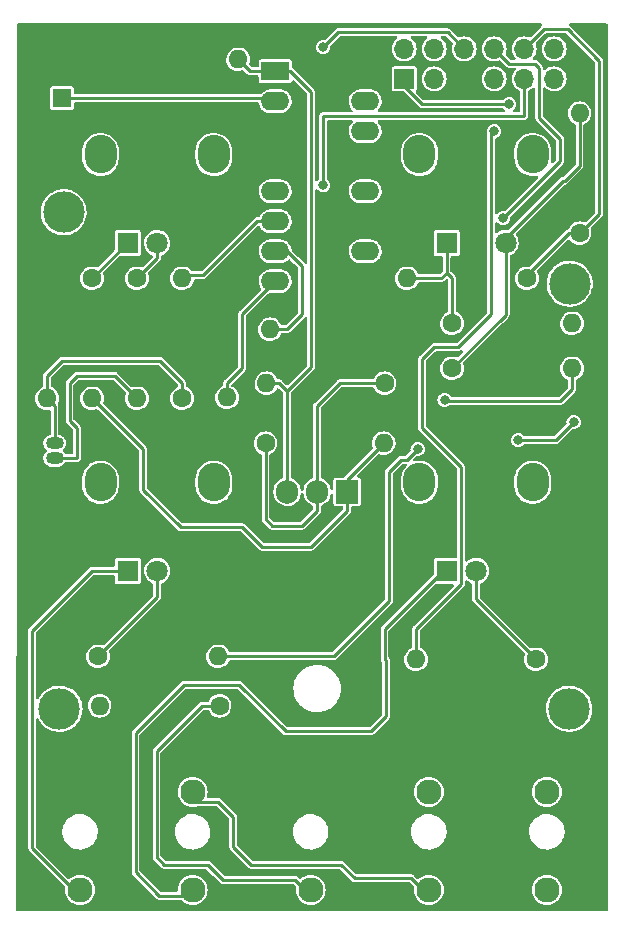
<source format=gbr>
%TF.GenerationSoftware,KiCad,Pcbnew,(6.0.8)*%
%TF.CreationDate,2022-12-02T10:00:09+00:00*%
%TF.ProjectId,DSP 1.0,44535020-312e-4302-9e6b-696361645f70,rev?*%
%TF.SameCoordinates,Original*%
%TF.FileFunction,Copper,L1,Top*%
%TF.FilePolarity,Positive*%
%FSLAX46Y46*%
G04 Gerber Fmt 4.6, Leading zero omitted, Abs format (unit mm)*
G04 Created by KiCad (PCBNEW (6.0.8)) date 2022-12-02 10:00:09*
%MOMM*%
%LPD*%
G01*
G04 APERTURE LIST*
%TA.AperFunction,ComponentPad*%
%ADD10C,1.600000*%
%TD*%
%TA.AperFunction,ComponentPad*%
%ADD11O,1.600000X1.600000*%
%TD*%
%TA.AperFunction,ComponentPad*%
%ADD12R,1.930000X1.830000*%
%TD*%
%TA.AperFunction,ComponentPad*%
%ADD13C,2.130000*%
%TD*%
%TA.AperFunction,ComponentPad*%
%ADD14C,3.500000*%
%TD*%
%TA.AperFunction,ComponentPad*%
%ADD15O,2.720000X3.240000*%
%TD*%
%TA.AperFunction,ComponentPad*%
%ADD16R,1.800000X1.800000*%
%TD*%
%TA.AperFunction,ComponentPad*%
%ADD17C,1.800000*%
%TD*%
%TA.AperFunction,ComponentPad*%
%ADD18R,1.905000X2.000000*%
%TD*%
%TA.AperFunction,ComponentPad*%
%ADD19O,1.905000X2.000000*%
%TD*%
%TA.AperFunction,ComponentPad*%
%ADD20R,1.500000X1.050000*%
%TD*%
%TA.AperFunction,ComponentPad*%
%ADD21O,1.500000X1.050000*%
%TD*%
%TA.AperFunction,ComponentPad*%
%ADD22R,1.700000X1.700000*%
%TD*%
%TA.AperFunction,ComponentPad*%
%ADD23O,1.700000X1.700000*%
%TD*%
%TA.AperFunction,ComponentPad*%
%ADD24R,2.400000X1.600000*%
%TD*%
%TA.AperFunction,ComponentPad*%
%ADD25O,2.400000X1.600000*%
%TD*%
%TA.AperFunction,ComponentPad*%
%ADD26R,1.600000X1.600000*%
%TD*%
%TA.AperFunction,ViaPad*%
%ADD27C,0.800000*%
%TD*%
%TA.AperFunction,Conductor*%
%ADD28C,0.250000*%
%TD*%
G04 APERTURE END LIST*
D10*
%TO.P,C4,1*%
%TO.N,GND*%
X55706000Y-75438000D03*
D11*
%TO.P,C4,2*%
%TO.N,+5V*%
X65706000Y-75438000D03*
%TD*%
D12*
%TO.P,In2,S*%
%TO.N,GND*%
X71849000Y-134366000D03*
D13*
%TO.P,In2,T*%
%TO.N,Net-(Rx4-Pad1)*%
X71849000Y-145766000D03*
%TO.P,In2,TN*%
%TO.N,GND*%
X71849000Y-137466000D03*
%TD*%
D10*
%TO.P,R3,1*%
%TO.N,in buffed*%
X90170000Y-93980000D03*
D11*
%TO.P,R3,2*%
%TO.N,Net-(R3-Pad2)*%
X80010000Y-93980000D03*
%TD*%
D10*
%TO.P,R6,1*%
%TO.N,Net-(R4-Pad2)*%
X83820000Y-101600000D03*
D11*
%TO.P,R6,2*%
%TO.N,Dry_raw*%
X93980000Y-101600000D03*
%TD*%
D10*
%TO.P,C6,1*%
%TO.N,Net-(C6-Pad1)*%
X68025000Y-107950000D03*
D11*
%TO.P,C6,2*%
%TO.N,+12V*%
X78025000Y-107950000D03*
%TD*%
D12*
%TO.P,Right1,S*%
%TO.N,GND*%
X91849000Y-134366000D03*
D13*
%TO.P,Right1,T*%
%TO.N,RIGHT EURO*%
X91849000Y-145766000D03*
%TO.P,Right1,TN*%
%TO.N,unconnected-(Right1-PadTN)*%
X91849000Y-137466000D03*
%TD*%
D14*
%TO.P,REF\u002A\u002A,1*%
%TO.N,N/C*%
X50571400Y-130429000D03*
%TD*%
D15*
%TO.P,RV4,*%
%TO.N,*%
X81054000Y-83500000D03*
X90654000Y-83500000D03*
D16*
%TO.P,RV4,1,1*%
%TO.N,Net-(R3-Pad2)*%
X83354000Y-91000000D03*
D17*
%TO.P,RV4,2,2*%
%TO.N,GND*%
X85854000Y-91000000D03*
%TO.P,RV4,3,3*%
%TO.N,Net-(R4-Pad2)*%
X88354000Y-91000000D03*
%TD*%
D10*
%TO.P,C1,1*%
%TO.N,GND*%
X64770000Y-94060000D03*
D11*
%TO.P,C1,2*%
%TO.N,Net-(C1-Pad2)*%
X64770000Y-104060000D03*
%TD*%
D10*
%TO.P,Rx5,1*%
%TO.N,Net-(RV3-Pad1)*%
X53340000Y-93980000D03*
D11*
%TO.P,Rx5,2*%
%TO.N,+12V*%
X53340000Y-104140000D03*
%TD*%
D10*
%TO.P,C7,1*%
%TO.N,Net-(C6-Pad1)*%
X78105000Y-102870000D03*
D11*
%TO.P,C7,2*%
%TO.N,+5V*%
X68105000Y-102870000D03*
%TD*%
D12*
%TO.P,feedback/wet1,S*%
%TO.N,GND*%
X61849000Y-134366000D03*
D13*
%TO.P,feedback/wet1,T*%
%TO.N,Net-(RV2-Pad1)*%
X61849000Y-145766000D03*
%TO.P,feedback/wet1,TN*%
%TO.N,LEFT EURO*%
X61849000Y-137466000D03*
%TD*%
D18*
%TO.P,U3,1,IN*%
%TO.N,+12V*%
X74930000Y-112055000D03*
D19*
%TO.P,U3,2,GND*%
%TO.N,Net-(C6-Pad1)*%
X72390000Y-112055000D03*
%TO.P,U3,3,OUT*%
%TO.N,+5V*%
X69850000Y-112055000D03*
%TD*%
D20*
%TO.P,Q1,1,E*%
%TO.N,GND*%
X50165000Y-110490000D03*
D21*
%TO.P,Q1,2,B*%
%TO.N,Net-(Q1-Pad2)*%
X50165000Y-109220000D03*
%TO.P,Q1,3,C*%
%TO.N,Net-(Q1-Pad3)*%
X50165000Y-107950000D03*
%TD*%
D14*
%TO.P,REF\u002A\u002A,1*%
%TO.N,N/C*%
X50927000Y-88392000D03*
%TD*%
D15*
%TO.P,RV1,*%
%TO.N,*%
X54054000Y-111255000D03*
X63654000Y-111255000D03*
D16*
%TO.P,RV1,1,1*%
%TO.N,Net-(In1-PadT)*%
X56354000Y-118755000D03*
D17*
%TO.P,RV1,2,2*%
%TO.N,Net-(R1-Pad1)*%
X58854000Y-118755000D03*
%TO.P,RV1,3,3*%
%TO.N,GND*%
X61354000Y-118755000D03*
%TD*%
D12*
%TO.P,In1,S*%
%TO.N,GND*%
X52319000Y-134366000D03*
D13*
%TO.P,In1,T*%
%TO.N,Net-(In1-PadT)*%
X52319000Y-145766000D03*
%TO.P,In1,TN*%
%TO.N,GND*%
X52319000Y-137466000D03*
%TD*%
D14*
%TO.P,REF\u002A\u002A,1*%
%TO.N,N/C*%
X93726000Y-130429000D03*
%TD*%
D10*
%TO.P,Rx4,1*%
%TO.N,Net-(Rx4-Pad1)*%
X64135000Y-130175000D03*
D11*
%TO.P,Rx4,2*%
%TO.N,Net-(Q1-Pad2)*%
X53975000Y-130175000D03*
%TD*%
D10*
%TO.P,Rx2,1*%
%TO.N,GND*%
X49530000Y-93980000D03*
D11*
%TO.P,Rx2,2*%
%TO.N,Net-(Q1-Pad3)*%
X49530000Y-104140000D03*
%TD*%
D22*
%TO.P,Jpcb1,1,Pin_1*%
%TO.N,Line_raw*%
X79761000Y-77094000D03*
D23*
%TO.P,Jpcb1,2,Pin_2*%
%TO.N,Dry_raw*%
X79761000Y-74554000D03*
%TO.P,Jpcb1,3,Pin_3*%
%TO.N,RIGHT EURO*%
X82301000Y-77094000D03*
%TO.P,Jpcb1,4,Pin_4*%
%TO.N,LEFT EURO*%
X82301000Y-74554000D03*
%TO.P,Jpcb1,5,Pin_5*%
%TO.N,GND*%
X84841000Y-77094000D03*
%TO.P,Jpcb1,6,Pin_6*%
%TO.N,+5V*%
X84841000Y-74554000D03*
%TO.P,Jpcb1,7,Pin_7*%
%TO.N,wet1*%
X87381000Y-77094000D03*
%TO.P,Jpcb1,8,Pin_8*%
%TO.N,in1*%
X87381000Y-74554000D03*
%TO.P,Jpcb1,9,Pin_9*%
%TO.N,X0*%
X89921000Y-77094000D03*
%TO.P,Jpcb1,10,Pin_10*%
%TO.N,in buffed*%
X89921000Y-74554000D03*
%TO.P,Jpcb1,11,Pin_11*%
%TO.N,+12V*%
X92461000Y-77094000D03*
%TO.P,Jpcb1,12,Pin_12*%
%TO.N,unconnected-(Jpcb1-Pad12)*%
X92461000Y-74554000D03*
%TD*%
D24*
%TO.P,U4,1,VCC*%
%TO.N,+5V*%
X68834000Y-76454000D03*
D25*
%TO.P,U4,2,REF*%
%TO.N,Net-(C5-Pad1)*%
X68834000Y-78994000D03*
%TO.P,U4,3,AGND*%
%TO.N,GND*%
X68834000Y-81534000D03*
%TO.P,U4,4,DGND*%
X68834000Y-84074000D03*
%TO.P,U4,5,CLK_O*%
%TO.N,X0*%
X68834000Y-86614000D03*
%TO.P,U4,6,VCO*%
%TO.N,Net-(Rx1-Pad2)*%
X68834000Y-89154000D03*
%TO.P,U4,7,CC1*%
%TO.N,Net-(C2-Pad2)*%
X68834000Y-91694000D03*
%TO.P,U4,8,CC0*%
%TO.N,Net-(C1-Pad2)*%
X68834000Y-94234000D03*
%TO.P,U4,9,OP1-OUT*%
%TO.N,GND*%
X76454000Y-94234000D03*
%TO.P,U4,10,OP1-IN*%
%TO.N,unconnected-(U4-Pad10)*%
X76454000Y-91694000D03*
%TO.P,U4,11,OP2-IN*%
%TO.N,GND*%
X76454000Y-89154000D03*
%TO.P,U4,12,OP2-OUT*%
%TO.N,unconnected-(U4-Pad12)*%
X76454000Y-86614000D03*
%TO.P,U4,13,LPF2-IN*%
%TO.N,GND*%
X76454000Y-84074000D03*
%TO.P,U4,14,LPF2-OUT*%
%TO.N,unconnected-(U4-Pad14)*%
X76454000Y-81534000D03*
%TO.P,U4,15,LPF1-OUT*%
%TO.N,unconnected-(U4-Pad15)*%
X76454000Y-78994000D03*
%TO.P,U4,16,LPF1-IN*%
%TO.N,GND*%
X76454000Y-76454000D03*
%TD*%
D15*
%TO.P,RV3,*%
%TO.N,*%
X63654000Y-83500000D03*
X54054000Y-83500000D03*
D16*
%TO.P,RV3,1,1*%
%TO.N,Net-(RV3-Pad1)*%
X56354000Y-91000000D03*
D17*
%TO.P,RV3,2,2*%
%TO.N,Net-(Rx3-Pad1)*%
X58854000Y-91000000D03*
%TO.P,RV3,3,3*%
%TO.N,GND*%
X61354000Y-91000000D03*
%TD*%
D10*
%TO.P,R4,1*%
%TO.N,in buffed*%
X94615000Y-90170000D03*
D11*
%TO.P,R4,2*%
%TO.N,Net-(R4-Pad2)*%
X94615000Y-80010000D03*
%TD*%
D10*
%TO.P,Rx1,1*%
%TO.N,Net-(Q1-Pad3)*%
X60960000Y-104140000D03*
D11*
%TO.P,Rx1,2*%
%TO.N,Net-(Rx1-Pad2)*%
X60960000Y-93980000D03*
%TD*%
D14*
%TO.P,REF\u002A\u002A,1*%
%TO.N,N/C*%
X93776800Y-94437200D03*
%TD*%
D10*
%TO.P,R1,1*%
%TO.N,Net-(R1-Pad1)*%
X53848000Y-125984000D03*
D11*
%TO.P,R1,2*%
%TO.N,in1*%
X64008000Y-125984000D03*
%TD*%
D12*
%TO.P,Left1,S*%
%TO.N,GND*%
X81849000Y-134366000D03*
D13*
%TO.P,Left1,T*%
%TO.N,LEFT EURO*%
X81849000Y-145766000D03*
%TO.P,Left1,TN*%
%TO.N,unconnected-(Left1-PadTN)*%
X81849000Y-137466000D03*
%TD*%
D26*
%TO.P,C5,1*%
%TO.N,Net-(C5-Pad1)*%
X50800000Y-78740000D03*
D10*
%TO.P,C5,2*%
%TO.N,GND*%
X50800000Y-76240000D03*
%TD*%
%TO.P,Rx3,1*%
%TO.N,Net-(RV3-Pad2)*%
X57150000Y-93980000D03*
D11*
%TO.P,Rx3,2*%
%TO.N,Net-(Q1-Pad2)*%
X57150000Y-104140000D03*
%TD*%
D10*
%TO.P,R5,1*%
%TO.N,Net-(R3-Pad2)*%
X83820000Y-97790000D03*
D11*
%TO.P,R5,2*%
%TO.N,Line_raw*%
X93980000Y-97790000D03*
%TD*%
D10*
%TO.P,C2,1*%
%TO.N,GND*%
X78406000Y-98298000D03*
D11*
%TO.P,C2,2*%
%TO.N,Net-(C2-Pad2)*%
X68406000Y-98298000D03*
%TD*%
D10*
%TO.P,R7,1*%
%TO.N,Net-(R7-Pad1)*%
X90932000Y-126238000D03*
D11*
%TO.P,R7,2*%
%TO.N,wet1*%
X80772000Y-126238000D03*
%TD*%
D15*
%TO.P,RV2,*%
%TO.N,*%
X90654000Y-111255000D03*
X81054000Y-111255000D03*
D16*
%TO.P,RV2,1,1*%
%TO.N,Net-(RV2-Pad1)*%
X83354000Y-118755000D03*
D17*
%TO.P,RV2,2,2*%
%TO.N,Net-(R7-Pad1)*%
X85854000Y-118755000D03*
%TO.P,RV2,3,3*%
%TO.N,GND*%
X88354000Y-118755000D03*
%TD*%
D27*
%TO.N,Dry_raw*%
X83185000Y-104267000D03*
%TO.N,+5V*%
X72898000Y-74422000D03*
%TO.N,+12V*%
X94107000Y-106172000D03*
X89408000Y-107696000D03*
%TO.N,Line_raw*%
X88646000Y-79248000D03*
%TO.N,in1*%
X80899000Y-108458000D03*
%TO.N,X0*%
X72898000Y-86106000D03*
%TO.N,wet1*%
X87376000Y-81534000D03*
%TO.N,in1*%
X88138000Y-88900000D03*
%TD*%
D28*
%TO.N,+5V*%
X71882000Y-101514000D02*
X71882000Y-78232000D01*
%TO.N,+12V*%
X74930000Y-113665000D02*
X71882000Y-116713000D01*
%TO.N,Net-(C5-Pad1)*%
X50800000Y-78740000D02*
X68580000Y-78740000D01*
%TO.N,+12V*%
X74930000Y-111045000D02*
X78025000Y-107950000D01*
%TO.N,+5V*%
X69174000Y-102870000D02*
X69850000Y-103546000D01*
%TO.N,Net-(C6-Pad1)*%
X68580000Y-114935000D02*
X71120000Y-114935000D01*
%TO.N,+12V*%
X92583000Y-77216000D02*
X92837000Y-77216000D01*
%TO.N,Net-(C6-Pad1)*%
X68025000Y-107950000D02*
X68025000Y-114380000D01*
%TO.N,+12V*%
X66040000Y-115062000D02*
X60833000Y-115062000D01*
%TO.N,+5V*%
X84841000Y-74554000D02*
X83439000Y-73152000D01*
%TO.N,+12V*%
X74930000Y-112055000D02*
X74930000Y-113665000D01*
X71882000Y-116713000D02*
X67691000Y-116713000D01*
%TO.N,Net-(C6-Pad1)*%
X74295000Y-102870000D02*
X72390000Y-104775000D01*
X71120000Y-114935000D02*
X72390000Y-113665000D01*
X72390000Y-104775000D02*
X72390000Y-112055000D01*
%TO.N,+12V*%
X57658000Y-111887000D02*
X57658000Y-108458000D01*
X94107000Y-106172000D02*
X92583000Y-107696000D01*
%TO.N,Net-(C6-Pad1)*%
X68025000Y-114380000D02*
X68580000Y-114935000D01*
%TO.N,+5V*%
X69850000Y-112055000D02*
X69850000Y-103546000D01*
X70104000Y-76454000D02*
X68834000Y-76454000D01*
%TO.N,Net-(C6-Pad1)*%
X72390000Y-113665000D02*
X72390000Y-112055000D01*
%TO.N,+5V*%
X69850000Y-103546000D02*
X71882000Y-101514000D01*
%TO.N,+12V*%
X67691000Y-116713000D02*
X66040000Y-115062000D01*
X60833000Y-115062000D02*
X57658000Y-111887000D01*
%TO.N,+5V*%
X68834000Y-76454000D02*
X66722000Y-76454000D01*
%TO.N,Net-(C6-Pad1)*%
X78105000Y-102870000D02*
X74295000Y-102870000D01*
%TO.N,+12V*%
X92461000Y-77094000D02*
X92583000Y-77216000D01*
%TO.N,Net-(C5-Pad1)*%
X68580000Y-78740000D02*
X68834000Y-78994000D01*
%TO.N,+12V*%
X92583000Y-107696000D02*
X89408000Y-107696000D01*
%TO.N,Net-(RV2-Pad1)*%
X83048000Y-118755000D02*
X83354000Y-118755000D01*
X78105000Y-123698000D02*
X83048000Y-118755000D01*
X65786000Y-128397000D02*
X69723000Y-132334000D01*
X61854000Y-146274000D02*
X59025000Y-146274000D01*
X76962000Y-132334000D02*
X78232000Y-131064000D01*
X69723000Y-132334000D02*
X76962000Y-132334000D01*
X59025000Y-146274000D02*
X57023000Y-144272000D01*
X57023000Y-132461000D02*
X61087000Y-128397000D01*
%TO.N,LEFT EURO*%
X65278000Y-142113000D02*
X65278000Y-139573000D01*
%TO.N,+12V*%
X57658000Y-108458000D02*
X53340000Y-104140000D01*
%TO.N,Net-(RV2-Pad1)*%
X78232000Y-126365000D02*
X78105000Y-126238000D01*
X61087000Y-128397000D02*
X65786000Y-128397000D01*
X57023000Y-144272000D02*
X57023000Y-132461000D01*
%TO.N,+12V*%
X74930000Y-112055000D02*
X74930000Y-111045000D01*
%TO.N,Net-(RV2-Pad1)*%
X78232000Y-131064000D02*
X78232000Y-126365000D01*
X78105000Y-126238000D02*
X78105000Y-123698000D01*
%TO.N,Net-(In1-PadT)*%
X48260000Y-142210000D02*
X52324000Y-146274000D01*
%TO.N,LEFT EURO*%
X75565000Y-144780000D02*
X74422000Y-143637000D01*
%TO.N,Net-(Rx4-Pad1)*%
X70487000Y-144907000D02*
X64389000Y-144907000D01*
%TO.N,Net-(Q1-Pad2)*%
X52070000Y-106680000D02*
X52070000Y-109220000D01*
X52070000Y-102235000D02*
X51435000Y-102870000D01*
%TO.N,LEFT EURO*%
X66802000Y-143637000D02*
X65278000Y-142113000D01*
%TO.N,Net-(Q1-Pad2)*%
X51435000Y-106045000D02*
X52070000Y-106680000D01*
X52070000Y-109220000D02*
X50165000Y-109220000D01*
%TO.N,Net-(In1-PadT)*%
X56354000Y-118755000D02*
X53330000Y-118755000D01*
%TO.N,LEFT EURO*%
X64008000Y-138303000D02*
X62183000Y-138303000D01*
%TO.N,Net-(R1-Pad1)*%
X58854000Y-120978000D02*
X53848000Y-125984000D01*
%TO.N,Net-(Rx4-Pad1)*%
X64389000Y-144907000D02*
X63119000Y-143637000D01*
%TO.N,Net-(R1-Pad1)*%
X58854000Y-118755000D02*
X58854000Y-120978000D01*
%TO.N,Net-(R3-Pad2)*%
X82888000Y-93980000D02*
X80010000Y-93980000D01*
%TO.N,LEFT EURO*%
X62183000Y-138303000D02*
X61854000Y-137974000D01*
%TO.N,Net-(Rx4-Pad1)*%
X62611000Y-130175000D02*
X64135000Y-130175000D01*
%TO.N,Net-(R3-Pad2)*%
X83354000Y-93514000D02*
X83820000Y-93980000D01*
%TO.N,Net-(In1-PadT)*%
X48260000Y-123825000D02*
X48260000Y-142210000D01*
X53330000Y-118755000D02*
X48260000Y-123825000D01*
%TO.N,Net-(Q1-Pad2)*%
X51435000Y-102870000D02*
X51435000Y-106045000D01*
%TO.N,Net-(Rx4-Pad1)*%
X59436000Y-143637000D02*
X58801000Y-143002000D01*
%TO.N,Net-(R3-Pad2)*%
X83820000Y-93980000D02*
X83820000Y-97790000D01*
%TO.N,Net-(Rx4-Pad1)*%
X58801000Y-143002000D02*
X58801000Y-133985000D01*
%TO.N,Net-(Q1-Pad2)*%
X55245000Y-102235000D02*
X52070000Y-102235000D01*
%TO.N,LEFT EURO*%
X81854000Y-146274000D02*
X80360000Y-144780000D01*
X74422000Y-143637000D02*
X66802000Y-143637000D01*
X80360000Y-144780000D02*
X75565000Y-144780000D01*
%TO.N,Net-(Rx4-Pad1)*%
X63119000Y-143637000D02*
X59436000Y-143637000D01*
X58801000Y-133985000D02*
X62611000Y-130175000D01*
%TO.N,Net-(Q1-Pad2)*%
X57150000Y-104140000D02*
X55245000Y-102235000D01*
%TO.N,LEFT EURO*%
X65278000Y-139573000D02*
X64008000Y-138303000D01*
%TO.N,Net-(Rx4-Pad1)*%
X71854000Y-146274000D02*
X70487000Y-144907000D01*
%TO.N,Net-(R4-Pad2)*%
X88354000Y-90599000D02*
X88354000Y-97066000D01*
X94615000Y-80010000D02*
X94615000Y-84455000D01*
%TO.N,Net-(R3-Pad2)*%
X83354000Y-90599000D02*
X83354000Y-93514000D01*
%TO.N,Net-(R4-Pad2)*%
X88354000Y-97066000D02*
X83820000Y-101600000D01*
%TO.N,Net-(R3-Pad2)*%
X83354000Y-93514000D02*
X82888000Y-93980000D01*
%TO.N,Net-(R4-Pad2)*%
X93228000Y-85725000D02*
X88354000Y-90599000D01*
X94615000Y-84455000D02*
X93345000Y-85725000D01*
%TO.N,Net-(R7-Pad1)*%
X85854000Y-118755000D02*
X85854000Y-121160000D01*
X85854000Y-121160000D02*
X90932000Y-126238000D01*
%TO.N,Net-(R4-Pad2)*%
X93345000Y-85725000D02*
X93228000Y-85725000D01*
%TO.N,Net-(RV3-Pad1)*%
X56354000Y-90599000D02*
X56354000Y-90966000D01*
X56354000Y-90966000D02*
X53340000Y-93980000D01*
%TO.N,Net-(Rx3-Pad1)*%
X57150000Y-93980000D02*
X58854000Y-92276000D01*
X58854000Y-92276000D02*
X58854000Y-90599000D01*
%TO.N,Net-(Rx1-Pad2)*%
X67310000Y-89154000D02*
X62738000Y-93726000D01*
X68834000Y-89154000D02*
X67310000Y-89154000D01*
%TO.N,X0*%
X89916000Y-80264000D02*
X72898000Y-80264000D01*
X72898000Y-80264000D02*
X72898000Y-86106000D01*
%TO.N,Net-(Q1-Pad3)*%
X60960000Y-102870000D02*
X60960000Y-104140000D01*
%TO.N,X0*%
X89921000Y-77094000D02*
X89921000Y-80259000D01*
X89921000Y-80259000D02*
X89916000Y-80264000D01*
%TO.N,Net-(Q1-Pad3)*%
X50800000Y-100965000D02*
X59055000Y-100965000D01*
X50165000Y-104775000D02*
X49530000Y-104140000D01*
X49530000Y-104140000D02*
X49530000Y-102235000D01*
X50165000Y-107950000D02*
X50165000Y-104775000D01*
X59055000Y-100965000D02*
X60960000Y-102870000D01*
%TO.N,Net-(Rx1-Pad2)*%
X62738000Y-93726000D02*
X60960000Y-93726000D01*
%TO.N,Line_raw*%
X79761000Y-77094000D02*
X79761000Y-77729000D01*
%TO.N,Net-(Q1-Pad3)*%
X49530000Y-102235000D02*
X50800000Y-100965000D01*
%TO.N,Line_raw*%
X81280000Y-79248000D02*
X88646000Y-79248000D01*
X79761000Y-77729000D02*
X81280000Y-79248000D01*
%TO.N,Dry_raw*%
X92964000Y-104394000D02*
X93980000Y-103378000D01*
%TO.N,wet1*%
X81280000Y-106680000D02*
X84582000Y-109982000D01*
%TO.N,Dry_raw*%
X93980000Y-103378000D02*
X93980000Y-101600000D01*
%TO.N,wet1*%
X80772000Y-123698000D02*
X80772000Y-126238000D01*
X84328000Y-99822000D02*
X82296000Y-99822000D01*
%TO.N,Dry_raw*%
X83312000Y-104394000D02*
X92964000Y-104394000D01*
%TO.N,wet1*%
X84582000Y-119888000D02*
X80772000Y-123698000D01*
X87129000Y-97021000D02*
X84328000Y-99822000D01*
X84582000Y-109982000D02*
X84582000Y-119888000D01*
X87129000Y-81781000D02*
X87129000Y-97021000D01*
X87376000Y-81534000D02*
X87129000Y-81781000D01*
X82296000Y-99822000D02*
X81280000Y-100838000D01*
X81280000Y-100838000D02*
X81280000Y-106680000D01*
%TO.N,Dry_raw*%
X83185000Y-104267000D02*
X83312000Y-104394000D01*
%TO.N,in1*%
X78486000Y-121285000D02*
X73787000Y-125984000D01*
X92964000Y-82169000D02*
X92964000Y-84074000D01*
X91186000Y-76200000D02*
X91186000Y-80391000D01*
X87381000Y-74554000D02*
X88646000Y-75819000D01*
X79502000Y-109347000D02*
X78486000Y-110363000D01*
X73787000Y-125984000D02*
X64008000Y-125984000D01*
X78486000Y-110363000D02*
X78486000Y-121285000D01*
X92964000Y-84074000D02*
X88138000Y-88900000D01*
%TO.N,in buffed*%
X90170000Y-93700600D02*
X93700600Y-90170000D01*
X90170000Y-93980000D02*
X90170000Y-93700600D01*
X93599000Y-72898000D02*
X91577000Y-72898000D01*
X96266000Y-88519000D02*
X94615000Y-90170000D01*
%TO.N,in1*%
X88646000Y-75819000D02*
X90805000Y-75819000D01*
%TO.N,in buffed*%
X96266000Y-75565000D02*
X96266000Y-88519000D01*
X93700600Y-90170000D02*
X94615000Y-90170000D01*
%TO.N,in1*%
X80010000Y-109347000D02*
X79502000Y-109347000D01*
%TO.N,in buffed*%
X93599000Y-72898000D02*
X96266000Y-75565000D01*
%TO.N,in1*%
X90805000Y-75819000D02*
X91186000Y-76200000D01*
X91186000Y-80391000D02*
X92964000Y-82169000D01*
%TO.N,in buffed*%
X91577000Y-72898000D02*
X89921000Y-74554000D01*
%TO.N,in1*%
X80899000Y-108458000D02*
X80010000Y-109347000D01*
%TO.N,GND*%
X48895000Y-80645000D02*
X67945000Y-80645000D01*
X74295000Y-84836000D02*
X74295000Y-88646000D01*
X67945000Y-80645000D02*
X68834000Y-81534000D01*
X76454000Y-94234000D02*
X74295000Y-92075000D01*
X75057000Y-84074000D02*
X74295000Y-84836000D01*
X85854000Y-90599000D02*
X85854000Y-89664000D01*
X50800000Y-76240000D02*
X49490000Y-76240000D01*
X50800000Y-76240000D02*
X54904000Y-76240000D01*
X48895000Y-81915000D02*
X48895000Y-80645000D01*
X48895000Y-76835000D02*
X48895000Y-80645000D01*
X62357000Y-75438000D02*
X64135000Y-73660000D01*
X49490000Y-76240000D02*
X48895000Y-76835000D01*
X73279000Y-76454000D02*
X76454000Y-76454000D01*
X48260000Y-110490000D02*
X50165000Y-110490000D01*
X76454000Y-89154000D02*
X75565000Y-88265000D01*
X53975000Y-116205000D02*
X50165000Y-112395000D01*
X54904000Y-76240000D02*
X55706000Y-75438000D01*
X76454000Y-94234000D02*
X76454000Y-96346000D01*
X61354000Y-118755000D02*
X61354000Y-116599000D01*
X75311000Y-76454000D02*
X76454000Y-76454000D01*
X60960000Y-116205000D02*
X53975000Y-116205000D01*
X85090000Y-88900000D02*
X79375000Y-88900000D01*
X75565000Y-88265000D02*
X74295000Y-88265000D01*
X76454000Y-96346000D02*
X78406000Y-98298000D01*
X85854000Y-89664000D02*
X85090000Y-88900000D01*
X68834000Y-81534000D02*
X68834000Y-84074000D01*
X74295000Y-88646000D02*
X74295000Y-88900000D01*
X70485000Y-73660000D02*
X73279000Y-76454000D01*
X79121000Y-89154000D02*
X76454000Y-89154000D01*
X55706000Y-75438000D02*
X62357000Y-75438000D01*
X67879000Y-84074000D02*
X61354000Y-90599000D01*
X49530000Y-93980000D02*
X48260000Y-95250000D01*
X64135000Y-73660000D02*
X70485000Y-73660000D01*
%TO.N,Net-(C1-Pad2)*%
X66040000Y-97028000D02*
X68834000Y-94234000D01*
%TO.N,Net-(C2-Pad2)*%
X71120000Y-92964000D02*
X71120000Y-97028000D01*
%TO.N,GND*%
X79375000Y-88900000D02*
X79121000Y-89154000D01*
X74295000Y-88265000D02*
X74295000Y-88646000D01*
X48260000Y-82550000D02*
X48260000Y-95250000D01*
%TO.N,Net-(C2-Pad2)*%
X69850000Y-98298000D02*
X68406000Y-98298000D01*
%TO.N,+5V*%
X83439000Y-73152000D02*
X74168000Y-73152000D01*
%TO.N,GND*%
X74295000Y-92075000D02*
X74295000Y-88900000D01*
X50165000Y-112395000D02*
X50165000Y-110490000D01*
X68834000Y-84074000D02*
X67879000Y-84074000D01*
%TO.N,Net-(C2-Pad2)*%
X69850000Y-91694000D02*
X71120000Y-92964000D01*
%TO.N,Net-(C1-Pad2)*%
X64770000Y-102870000D02*
X66040000Y-101600000D01*
%TO.N,Net-(C2-Pad2)*%
X71120000Y-97028000D02*
X69850000Y-98298000D01*
%TO.N,+5V*%
X71882000Y-78232000D02*
X70104000Y-76454000D01*
X68105000Y-102870000D02*
X69174000Y-102870000D01*
X66722000Y-76454000D02*
X65706000Y-75438000D01*
X74168000Y-73152000D02*
X72898000Y-74422000D01*
%TO.N,GND*%
X48260000Y-82550000D02*
X48895000Y-81915000D01*
%TO.N,Net-(C2-Pad2)*%
X68834000Y-91694000D02*
X69850000Y-91694000D01*
%TO.N,GND*%
X61354000Y-116599000D02*
X60960000Y-116205000D01*
%TO.N,Net-(C1-Pad2)*%
X66040000Y-101600000D02*
X66040000Y-97028000D01*
X64770000Y-104060000D02*
X64770000Y-102870000D01*
%TO.N,GND*%
X76454000Y-84074000D02*
X75057000Y-84074000D01*
X48260000Y-95250000D02*
X48260000Y-110490000D01*
%TD*%
%TA.AperFunction,Conductor*%
%TO.N,GND*%
G36*
X91402033Y-72411002D02*
G01*
X91448526Y-72464658D01*
X91458630Y-72534932D01*
X91429136Y-72599512D01*
X91396911Y-72626120D01*
X91364545Y-72644806D01*
X91357459Y-72653251D01*
X91340315Y-72673682D01*
X91332889Y-72681785D01*
X90462491Y-73552183D01*
X90400179Y-73586209D01*
X90330400Y-73579783D01*
X90330055Y-73580897D01*
X90324786Y-73579266D01*
X90133254Y-73519977D01*
X90127129Y-73519333D01*
X90127128Y-73519333D01*
X89934498Y-73499087D01*
X89934496Y-73499087D01*
X89928369Y-73498443D01*
X89841529Y-73506346D01*
X89729342Y-73516555D01*
X89729339Y-73516556D01*
X89723203Y-73517114D01*
X89525572Y-73575280D01*
X89520107Y-73578137D01*
X89514828Y-73580897D01*
X89343002Y-73670726D01*
X89338201Y-73674586D01*
X89338198Y-73674588D01*
X89195536Y-73789291D01*
X89182447Y-73799815D01*
X89050024Y-73957630D01*
X89047056Y-73963028D01*
X89047053Y-73963033D01*
X88983287Y-74079024D01*
X88950776Y-74138162D01*
X88888484Y-74334532D01*
X88887798Y-74340649D01*
X88887797Y-74340653D01*
X88866207Y-74533137D01*
X88865520Y-74539262D01*
X88866036Y-74545406D01*
X88881504Y-74729602D01*
X88882759Y-74744553D01*
X88884458Y-74750478D01*
X88914517Y-74855305D01*
X88939544Y-74942586D01*
X88942359Y-74948063D01*
X88942360Y-74948066D01*
X88985535Y-75032076D01*
X89033712Y-75125818D01*
X89120325Y-75235097D01*
X89161677Y-75287270D01*
X89159986Y-75288610D01*
X89188396Y-75342856D01*
X89182104Y-75413573D01*
X89138578Y-75469662D01*
X89064830Y-75493500D01*
X88833018Y-75493500D01*
X88764897Y-75473498D01*
X88743923Y-75456596D01*
X88381715Y-75094389D01*
X88347690Y-75032076D01*
X88351252Y-74965521D01*
X88379151Y-74881653D01*
X88410351Y-74787863D01*
X88436171Y-74583474D01*
X88436583Y-74554000D01*
X88416480Y-74348970D01*
X88356935Y-74151749D01*
X88260218Y-73969849D01*
X88150954Y-73835878D01*
X88133906Y-73814975D01*
X88133903Y-73814972D01*
X88130011Y-73810200D01*
X88112786Y-73795950D01*
X87976025Y-73682811D01*
X87976021Y-73682809D01*
X87971275Y-73678882D01*
X87790055Y-73580897D01*
X87593254Y-73519977D01*
X87587129Y-73519333D01*
X87587128Y-73519333D01*
X87394498Y-73499087D01*
X87394496Y-73499087D01*
X87388369Y-73498443D01*
X87301529Y-73506346D01*
X87189342Y-73516555D01*
X87189339Y-73516556D01*
X87183203Y-73517114D01*
X86985572Y-73575280D01*
X86980107Y-73578137D01*
X86974828Y-73580897D01*
X86803002Y-73670726D01*
X86798201Y-73674586D01*
X86798198Y-73674588D01*
X86655536Y-73789291D01*
X86642447Y-73799815D01*
X86510024Y-73957630D01*
X86507056Y-73963028D01*
X86507053Y-73963033D01*
X86443287Y-74079024D01*
X86410776Y-74138162D01*
X86348484Y-74334532D01*
X86347798Y-74340649D01*
X86347797Y-74340653D01*
X86326207Y-74533137D01*
X86325520Y-74539262D01*
X86326036Y-74545406D01*
X86341504Y-74729602D01*
X86342759Y-74744553D01*
X86344458Y-74750478D01*
X86374517Y-74855305D01*
X86399544Y-74942586D01*
X86402359Y-74948063D01*
X86402360Y-74948066D01*
X86445535Y-75032076D01*
X86493712Y-75125818D01*
X86621677Y-75287270D01*
X86778564Y-75420791D01*
X86783942Y-75423797D01*
X86783944Y-75423798D01*
X86859583Y-75466071D01*
X86958398Y-75521297D01*
X87053238Y-75552113D01*
X87148471Y-75583056D01*
X87148475Y-75583057D01*
X87154329Y-75584959D01*
X87358894Y-75609351D01*
X87365029Y-75608879D01*
X87365031Y-75608879D01*
X87421039Y-75604569D01*
X87564300Y-75593546D01*
X87570230Y-75591890D01*
X87570232Y-75591890D01*
X87731149Y-75546961D01*
X87762725Y-75538145D01*
X87775717Y-75531582D01*
X87845540Y-75518720D01*
X87911231Y-75545649D01*
X87921626Y-75554952D01*
X88401901Y-76035228D01*
X88409327Y-76043331D01*
X88433545Y-76072194D01*
X88443088Y-76077704D01*
X88443092Y-76077707D01*
X88466179Y-76091036D01*
X88475448Y-76096940D01*
X88506316Y-76118554D01*
X88516964Y-76121407D01*
X88520135Y-76122886D01*
X88523411Y-76124078D01*
X88532955Y-76129588D01*
X88570076Y-76136134D01*
X88580783Y-76138508D01*
X88617193Y-76148263D01*
X88628168Y-76147303D01*
X88628170Y-76147303D01*
X88654731Y-76144979D01*
X88665712Y-76144500D01*
X89076129Y-76144500D01*
X89144250Y-76164502D01*
X89190743Y-76218158D01*
X89200847Y-76288432D01*
X89172651Y-76351489D01*
X89050024Y-76497630D01*
X89047056Y-76503028D01*
X89047053Y-76503033D01*
X89040315Y-76515290D01*
X88950776Y-76678162D01*
X88888484Y-76874532D01*
X88887798Y-76880649D01*
X88887797Y-76880653D01*
X88885010Y-76905500D01*
X88865520Y-77079262D01*
X88866036Y-77085406D01*
X88881852Y-77273748D01*
X88882759Y-77284553D01*
X88884458Y-77290478D01*
X88917424Y-77405443D01*
X88939544Y-77482586D01*
X88942359Y-77488063D01*
X88942360Y-77488066D01*
X88963247Y-77528707D01*
X89033712Y-77665818D01*
X89161677Y-77827270D01*
X89166370Y-77831264D01*
X89166371Y-77831265D01*
X89168617Y-77833176D01*
X89318564Y-77960791D01*
X89323942Y-77963797D01*
X89323944Y-77963798D01*
X89377668Y-77993823D01*
X89498398Y-78061297D01*
X89504255Y-78063200D01*
X89508441Y-78064560D01*
X89567045Y-78104636D01*
X89594679Y-78170034D01*
X89595500Y-78184392D01*
X89595500Y-79812500D01*
X89575498Y-79880621D01*
X89521842Y-79927114D01*
X89469500Y-79938500D01*
X89103737Y-79938500D01*
X89035616Y-79918498D01*
X88989123Y-79864842D01*
X88979019Y-79794568D01*
X89008513Y-79729988D01*
X89027034Y-79712537D01*
X89067733Y-79681308D01*
X89067736Y-79681305D01*
X89074282Y-79676282D01*
X89170536Y-79550841D01*
X89231044Y-79404762D01*
X89251682Y-79248000D01*
X89231044Y-79091238D01*
X89170536Y-78945159D01*
X89074282Y-78819718D01*
X88948841Y-78723464D01*
X88802762Y-78662956D01*
X88646000Y-78642318D01*
X88489238Y-78662956D01*
X88343159Y-78723464D01*
X88217718Y-78819718D01*
X88212695Y-78826264D01*
X88176677Y-78873204D01*
X88119339Y-78915071D01*
X88076714Y-78922500D01*
X81467018Y-78922500D01*
X81398897Y-78902498D01*
X81377923Y-78885595D01*
X80755600Y-78263272D01*
X80721574Y-78200960D01*
X80726639Y-78130145D01*
X80751728Y-78091107D01*
X80755552Y-78088552D01*
X80799867Y-78022231D01*
X80806670Y-77988033D01*
X80810293Y-77969816D01*
X80811500Y-77963748D01*
X80811500Y-77079262D01*
X81245520Y-77079262D01*
X81246036Y-77085406D01*
X81261852Y-77273748D01*
X81262759Y-77284553D01*
X81264458Y-77290478D01*
X81297424Y-77405443D01*
X81319544Y-77482586D01*
X81322359Y-77488063D01*
X81322360Y-77488066D01*
X81343247Y-77528707D01*
X81413712Y-77665818D01*
X81541677Y-77827270D01*
X81546370Y-77831264D01*
X81546371Y-77831265D01*
X81548617Y-77833176D01*
X81698564Y-77960791D01*
X81703942Y-77963797D01*
X81703944Y-77963798D01*
X81757668Y-77993823D01*
X81878398Y-78061297D01*
X81946070Y-78083285D01*
X82068471Y-78123056D01*
X82068475Y-78123057D01*
X82074329Y-78124959D01*
X82278894Y-78149351D01*
X82285029Y-78148879D01*
X82285031Y-78148879D01*
X82341939Y-78144500D01*
X82484300Y-78133546D01*
X82490230Y-78131890D01*
X82490232Y-78131890D01*
X82657879Y-78085082D01*
X82682725Y-78078145D01*
X82688214Y-78075372D01*
X82688220Y-78075370D01*
X82821123Y-78008235D01*
X82866610Y-77985258D01*
X83028951Y-77858424D01*
X83034969Y-77851453D01*
X83159540Y-77707134D01*
X83159540Y-77707133D01*
X83163564Y-77702472D01*
X83184387Y-77665818D01*
X83240500Y-77567040D01*
X83265323Y-77523344D01*
X83330351Y-77327863D01*
X83356171Y-77123474D01*
X83356583Y-77094000D01*
X83355138Y-77079262D01*
X86325520Y-77079262D01*
X86326036Y-77085406D01*
X86341852Y-77273748D01*
X86342759Y-77284553D01*
X86344458Y-77290478D01*
X86377424Y-77405443D01*
X86399544Y-77482586D01*
X86402359Y-77488063D01*
X86402360Y-77488066D01*
X86423247Y-77528707D01*
X86493712Y-77665818D01*
X86621677Y-77827270D01*
X86626370Y-77831264D01*
X86626371Y-77831265D01*
X86628617Y-77833176D01*
X86778564Y-77960791D01*
X86783942Y-77963797D01*
X86783944Y-77963798D01*
X86837668Y-77993823D01*
X86958398Y-78061297D01*
X87026070Y-78083285D01*
X87148471Y-78123056D01*
X87148475Y-78123057D01*
X87154329Y-78124959D01*
X87358894Y-78149351D01*
X87365029Y-78148879D01*
X87365031Y-78148879D01*
X87421939Y-78144500D01*
X87564300Y-78133546D01*
X87570230Y-78131890D01*
X87570232Y-78131890D01*
X87737879Y-78085082D01*
X87762725Y-78078145D01*
X87768214Y-78075372D01*
X87768220Y-78075370D01*
X87901123Y-78008235D01*
X87946610Y-77985258D01*
X88108951Y-77858424D01*
X88114969Y-77851453D01*
X88239540Y-77707134D01*
X88239540Y-77707133D01*
X88243564Y-77702472D01*
X88264387Y-77665818D01*
X88320500Y-77567040D01*
X88345323Y-77523344D01*
X88410351Y-77327863D01*
X88436171Y-77123474D01*
X88436583Y-77094000D01*
X88416480Y-76888970D01*
X88356935Y-76691749D01*
X88260218Y-76509849D01*
X88150485Y-76375303D01*
X88133906Y-76354975D01*
X88133903Y-76354972D01*
X88130011Y-76350200D01*
X88112786Y-76335950D01*
X87976025Y-76222811D01*
X87976021Y-76222809D01*
X87971275Y-76218882D01*
X87818670Y-76136369D01*
X87795474Y-76123827D01*
X87790055Y-76120897D01*
X87593254Y-76059977D01*
X87587129Y-76059333D01*
X87587128Y-76059333D01*
X87394498Y-76039087D01*
X87394496Y-76039087D01*
X87388369Y-76038443D01*
X87301529Y-76046346D01*
X87189342Y-76056555D01*
X87189339Y-76056556D01*
X87183203Y-76057114D01*
X86985572Y-76115280D01*
X86980107Y-76118137D01*
X86954544Y-76131501D01*
X86803002Y-76210726D01*
X86798201Y-76214586D01*
X86798198Y-76214588D01*
X86706355Y-76288432D01*
X86642447Y-76339815D01*
X86510024Y-76497630D01*
X86507056Y-76503028D01*
X86507053Y-76503033D01*
X86500315Y-76515290D01*
X86410776Y-76678162D01*
X86348484Y-76874532D01*
X86347798Y-76880649D01*
X86347797Y-76880653D01*
X86345010Y-76905500D01*
X86325520Y-77079262D01*
X83355138Y-77079262D01*
X83336480Y-76888970D01*
X83276935Y-76691749D01*
X83180218Y-76509849D01*
X83070485Y-76375303D01*
X83053906Y-76354975D01*
X83053903Y-76354972D01*
X83050011Y-76350200D01*
X83032786Y-76335950D01*
X82896025Y-76222811D01*
X82896021Y-76222809D01*
X82891275Y-76218882D01*
X82738670Y-76136369D01*
X82715474Y-76123827D01*
X82710055Y-76120897D01*
X82513254Y-76059977D01*
X82507129Y-76059333D01*
X82507128Y-76059333D01*
X82314498Y-76039087D01*
X82314496Y-76039087D01*
X82308369Y-76038443D01*
X82221529Y-76046346D01*
X82109342Y-76056555D01*
X82109339Y-76056556D01*
X82103203Y-76057114D01*
X81905572Y-76115280D01*
X81900107Y-76118137D01*
X81874544Y-76131501D01*
X81723002Y-76210726D01*
X81718201Y-76214586D01*
X81718198Y-76214588D01*
X81626355Y-76288432D01*
X81562447Y-76339815D01*
X81430024Y-76497630D01*
X81427056Y-76503028D01*
X81427053Y-76503033D01*
X81420315Y-76515290D01*
X81330776Y-76678162D01*
X81268484Y-76874532D01*
X81267798Y-76880649D01*
X81267797Y-76880653D01*
X81265010Y-76905500D01*
X81245520Y-77079262D01*
X80811500Y-77079262D01*
X80811500Y-76224252D01*
X80805740Y-76195293D01*
X80802288Y-76177939D01*
X80802288Y-76177938D01*
X80799867Y-76165769D01*
X80755552Y-76099448D01*
X80689231Y-76055133D01*
X80677062Y-76052712D01*
X80677061Y-76052712D01*
X80636816Y-76044707D01*
X80630748Y-76043500D01*
X78891252Y-76043500D01*
X78885184Y-76044707D01*
X78844939Y-76052712D01*
X78844938Y-76052712D01*
X78832769Y-76055133D01*
X78766448Y-76099448D01*
X78722133Y-76165769D01*
X78719712Y-76177938D01*
X78719712Y-76177939D01*
X78716260Y-76195293D01*
X78710500Y-76224252D01*
X78710500Y-77963748D01*
X78711707Y-77969816D01*
X78715331Y-77988033D01*
X78722133Y-78022231D01*
X78766448Y-78088552D01*
X78832769Y-78132867D01*
X78844938Y-78135288D01*
X78844939Y-78135288D01*
X78885184Y-78143293D01*
X78891252Y-78144500D01*
X79663984Y-78144500D01*
X79732105Y-78164502D01*
X79753079Y-78181405D01*
X80397937Y-78826264D01*
X81035895Y-79464222D01*
X81043321Y-79472325D01*
X81067545Y-79501194D01*
X81100184Y-79520038D01*
X81109452Y-79525942D01*
X81140316Y-79547553D01*
X81150962Y-79550406D01*
X81154130Y-79551883D01*
X81157407Y-79553076D01*
X81166955Y-79558588D01*
X81196508Y-79563799D01*
X81204069Y-79565132D01*
X81214803Y-79567512D01*
X81251193Y-79577263D01*
X81262169Y-79576303D01*
X81262172Y-79576303D01*
X81288731Y-79573979D01*
X81299712Y-79573500D01*
X88076714Y-79573500D01*
X88144835Y-79593502D01*
X88176677Y-79622796D01*
X88217718Y-79676282D01*
X88224264Y-79681305D01*
X88224267Y-79681308D01*
X88264966Y-79712537D01*
X88306834Y-79769875D01*
X88311056Y-79840746D01*
X88276292Y-79902649D01*
X88213580Y-79935930D01*
X88188263Y-79938500D01*
X77630073Y-79938500D01*
X77561952Y-79918498D01*
X77515459Y-79864842D01*
X77505355Y-79794568D01*
X77534849Y-79729988D01*
X77548072Y-79716835D01*
X77582271Y-79687523D01*
X77590991Y-79676282D01*
X77670010Y-79574410D01*
X77706848Y-79526919D01*
X77796587Y-79344545D01*
X77798197Y-79338365D01*
X77846212Y-79154034D01*
X77846212Y-79154031D01*
X77847822Y-79147852D01*
X77853645Y-79036744D01*
X77858125Y-78951256D01*
X77858125Y-78951252D01*
X77858459Y-78944874D01*
X77828065Y-78743903D01*
X77757881Y-78553148D01*
X77704345Y-78466802D01*
X77654137Y-78385824D01*
X77654134Y-78385820D01*
X77650774Y-78380401D01*
X77511119Y-78232720D01*
X77344621Y-78116137D01*
X77158081Y-78035414D01*
X77112053Y-78025798D01*
X76963856Y-77994838D01*
X76963851Y-77994837D01*
X76959120Y-77993849D01*
X76954238Y-77993593D01*
X76954129Y-77993587D01*
X76954113Y-77993587D01*
X76952461Y-77993500D01*
X76003200Y-77993500D01*
X75955207Y-77998375D01*
X75858132Y-78008235D01*
X75858130Y-78008235D01*
X75851784Y-78008880D01*
X75657828Y-78069662D01*
X75652239Y-78072760D01*
X75642524Y-78078145D01*
X75480056Y-78168203D01*
X75325729Y-78300477D01*
X75321822Y-78305514D01*
X75321820Y-78305516D01*
X75267331Y-78375763D01*
X75201152Y-78461081D01*
X75111413Y-78643455D01*
X75109804Y-78649633D01*
X75109803Y-78649635D01*
X75063795Y-78826264D01*
X75060178Y-78840148D01*
X75056911Y-78902498D01*
X75050481Y-79025193D01*
X75049541Y-79043126D01*
X75079935Y-79244097D01*
X75150119Y-79434852D01*
X75153479Y-79440272D01*
X75153480Y-79440273D01*
X75253863Y-79602176D01*
X75253866Y-79602180D01*
X75257226Y-79607599D01*
X75261612Y-79612237D01*
X75369123Y-79725927D01*
X75401395Y-79789165D01*
X75394355Y-79859812D01*
X75350238Y-79915437D01*
X75277575Y-79938500D01*
X72840606Y-79938500D01*
X72823786Y-79944622D01*
X72802576Y-79950305D01*
X72784955Y-79953412D01*
X72769456Y-79962360D01*
X72749557Y-79971639D01*
X72732740Y-79977760D01*
X72724295Y-79984846D01*
X72724293Y-79984847D01*
X72719028Y-79989265D01*
X72701047Y-80001856D01*
X72685545Y-80010806D01*
X72678461Y-80019248D01*
X72678459Y-80019250D01*
X72674040Y-80024516D01*
X72658514Y-80040042D01*
X72653877Y-80043934D01*
X72644806Y-80051545D01*
X72635858Y-80067043D01*
X72623261Y-80085033D01*
X72611760Y-80098739D01*
X72607992Y-80109092D01*
X72607989Y-80109097D01*
X72605637Y-80115560D01*
X72596357Y-80135462D01*
X72587412Y-80150955D01*
X72585498Y-80161809D01*
X72585496Y-80161815D01*
X72584304Y-80168576D01*
X72578622Y-80189784D01*
X72578004Y-80191483D01*
X72572500Y-80206606D01*
X72572500Y-85536714D01*
X72552498Y-85604835D01*
X72523204Y-85636677D01*
X72469718Y-85677718D01*
X72464695Y-85684264D01*
X72464692Y-85684267D01*
X72433463Y-85724966D01*
X72376125Y-85766834D01*
X72305254Y-85771056D01*
X72243351Y-85736292D01*
X72210070Y-85673580D01*
X72207500Y-85648263D01*
X72207500Y-78251710D01*
X72207980Y-78240728D01*
X72210303Y-78214180D01*
X72210303Y-78214178D01*
X72211264Y-78203193D01*
X72201508Y-78166785D01*
X72199130Y-78156058D01*
X72196879Y-78143293D01*
X72192588Y-78118955D01*
X72187077Y-78109410D01*
X72185885Y-78106134D01*
X72184408Y-78102966D01*
X72181554Y-78092316D01*
X72159945Y-78061456D01*
X72154039Y-78052185D01*
X72140707Y-78029094D01*
X72135194Y-78019545D01*
X72106317Y-77995315D01*
X72098215Y-77987889D01*
X70348111Y-76237785D01*
X70340684Y-76229681D01*
X70332317Y-76219710D01*
X70316455Y-76200806D01*
X70306906Y-76195293D01*
X70297500Y-76189862D01*
X70248507Y-76138480D01*
X70234500Y-76080743D01*
X70234500Y-75634252D01*
X70229402Y-75608622D01*
X70225288Y-75587939D01*
X70225288Y-75587938D01*
X70222867Y-75575769D01*
X70178552Y-75509448D01*
X70112231Y-75465133D01*
X70100062Y-75462712D01*
X70100061Y-75462712D01*
X70059816Y-75454707D01*
X70053748Y-75453500D01*
X67614252Y-75453500D01*
X67608184Y-75454707D01*
X67567939Y-75462712D01*
X67567938Y-75462712D01*
X67555769Y-75465133D01*
X67489448Y-75509448D01*
X67445133Y-75575769D01*
X67442712Y-75587938D01*
X67442712Y-75587939D01*
X67438598Y-75608622D01*
X67433500Y-75634252D01*
X67433500Y-76002500D01*
X67413498Y-76070621D01*
X67359842Y-76117114D01*
X67307500Y-76128500D01*
X66909016Y-76128500D01*
X66840895Y-76108498D01*
X66819921Y-76091595D01*
X66667173Y-75938847D01*
X66633147Y-75876535D01*
X66636710Y-75809980D01*
X66684411Y-75666584D01*
X66686358Y-75660732D01*
X66710949Y-75466071D01*
X66711341Y-75438000D01*
X66692194Y-75242728D01*
X66690413Y-75236829D01*
X66690412Y-75236824D01*
X66637265Y-75060793D01*
X66635484Y-75054894D01*
X66543370Y-74881653D01*
X66419361Y-74729602D01*
X66268180Y-74604535D01*
X66095585Y-74511213D01*
X66001869Y-74482203D01*
X65914039Y-74455015D01*
X65914036Y-74455014D01*
X65908152Y-74453193D01*
X65902027Y-74452549D01*
X65902026Y-74452549D01*
X65719147Y-74433327D01*
X65719146Y-74433327D01*
X65713019Y-74432683D01*
X65590383Y-74443844D01*
X65523759Y-74449907D01*
X65523758Y-74449907D01*
X65517618Y-74450466D01*
X65511704Y-74452207D01*
X65511702Y-74452207D01*
X65382734Y-74490165D01*
X65329393Y-74505864D01*
X65323928Y-74508721D01*
X65160972Y-74593912D01*
X65160968Y-74593915D01*
X65155512Y-74596767D01*
X65150712Y-74600627D01*
X65150711Y-74600627D01*
X65116326Y-74628273D01*
X65002600Y-74719711D01*
X64876480Y-74870016D01*
X64873516Y-74875408D01*
X64873513Y-74875412D01*
X64817395Y-74977491D01*
X64781956Y-75041954D01*
X64780095Y-75047821D01*
X64780094Y-75047823D01*
X64757090Y-75120341D01*
X64722628Y-75228978D01*
X64700757Y-75423963D01*
X64717175Y-75619483D01*
X64771258Y-75808091D01*
X64774076Y-75813574D01*
X64858123Y-75977113D01*
X64858126Y-75977117D01*
X64860944Y-75982601D01*
X64982818Y-76136369D01*
X64987511Y-76140363D01*
X64987512Y-76140364D01*
X65092460Y-76229681D01*
X65132238Y-76263535D01*
X65303513Y-76359257D01*
X65490118Y-76419889D01*
X65684946Y-76443121D01*
X65691081Y-76442649D01*
X65691083Y-76442649D01*
X65874434Y-76428541D01*
X65874438Y-76428540D01*
X65880576Y-76428068D01*
X66069556Y-76375303D01*
X66074466Y-76372823D01*
X66144983Y-76366858D01*
X66208895Y-76401221D01*
X66477889Y-76670215D01*
X66485316Y-76678319D01*
X66509545Y-76707194D01*
X66519094Y-76712707D01*
X66542185Y-76726039D01*
X66551456Y-76731945D01*
X66582316Y-76753554D01*
X66592966Y-76756408D01*
X66596134Y-76757885D01*
X66599410Y-76759077D01*
X66608955Y-76764588D01*
X66642699Y-76770538D01*
X66646058Y-76771130D01*
X66656785Y-76773508D01*
X66693193Y-76783264D01*
X66704178Y-76782303D01*
X66704180Y-76782303D01*
X66730728Y-76779980D01*
X66741710Y-76779500D01*
X67307500Y-76779500D01*
X67375621Y-76799502D01*
X67422114Y-76853158D01*
X67433500Y-76905500D01*
X67433500Y-77273748D01*
X67445133Y-77332231D01*
X67489448Y-77398552D01*
X67555769Y-77442867D01*
X67567938Y-77445288D01*
X67567939Y-77445288D01*
X67608184Y-77453293D01*
X67614252Y-77454500D01*
X70053748Y-77454500D01*
X70059816Y-77453293D01*
X70100061Y-77445288D01*
X70100062Y-77445288D01*
X70112231Y-77442867D01*
X70178552Y-77398552D01*
X70222867Y-77332231D01*
X70226492Y-77314007D01*
X70259399Y-77251097D01*
X70321093Y-77215964D01*
X70391988Y-77219764D01*
X70439166Y-77249492D01*
X71519595Y-78329921D01*
X71553621Y-78392233D01*
X71556500Y-78419016D01*
X71556500Y-92635149D01*
X71536498Y-92703270D01*
X71482842Y-92749763D01*
X71412568Y-92759867D01*
X71349508Y-92731670D01*
X71344324Y-92727320D01*
X71336221Y-92719894D01*
X70807411Y-92191084D01*
X70263700Y-91647374D01*
X70229675Y-91585062D01*
X70228212Y-91577120D01*
X70223585Y-91546527D01*
X70208065Y-91443903D01*
X70137881Y-91253148D01*
X70088122Y-91172894D01*
X70034137Y-91085824D01*
X70034134Y-91085820D01*
X70030774Y-91080401D01*
X69946744Y-90991542D01*
X69895508Y-90937361D01*
X69895507Y-90937360D01*
X69891119Y-90932720D01*
X69724621Y-90816137D01*
X69538081Y-90735414D01*
X69438455Y-90714601D01*
X69343856Y-90694838D01*
X69343851Y-90694837D01*
X69339120Y-90693849D01*
X69334238Y-90693593D01*
X69334129Y-90693587D01*
X69334113Y-90693587D01*
X69332461Y-90693500D01*
X68383200Y-90693500D01*
X68369634Y-90694878D01*
X68238132Y-90708235D01*
X68238130Y-90708235D01*
X68231784Y-90708880D01*
X68037828Y-90769662D01*
X67860056Y-90868203D01*
X67705729Y-91000477D01*
X67701822Y-91005514D01*
X67701820Y-91005516D01*
X67689335Y-91021612D01*
X67581152Y-91161081D01*
X67491413Y-91343455D01*
X67489804Y-91349633D01*
X67489803Y-91349635D01*
X67463603Y-91450220D01*
X67440178Y-91540148D01*
X67437824Y-91585062D01*
X67430658Y-91721815D01*
X67429541Y-91743126D01*
X67459935Y-91944097D01*
X67530119Y-92134852D01*
X67533479Y-92140272D01*
X67533480Y-92140273D01*
X67633863Y-92302176D01*
X67633866Y-92302180D01*
X67637226Y-92307599D01*
X67669010Y-92341210D01*
X67703982Y-92378191D01*
X67776881Y-92455280D01*
X67943379Y-92571863D01*
X68129919Y-92652586D01*
X68175947Y-92662202D01*
X68324144Y-92693162D01*
X68324149Y-92693163D01*
X68328880Y-92694151D01*
X68333762Y-92694407D01*
X68333871Y-92694413D01*
X68333887Y-92694413D01*
X68335539Y-92694500D01*
X69284800Y-92694500D01*
X69332793Y-92689625D01*
X69429868Y-92679765D01*
X69429870Y-92679765D01*
X69436216Y-92679120D01*
X69630172Y-92618338D01*
X69807944Y-92519797D01*
X69836244Y-92495541D01*
X69938797Y-92407643D01*
X70003536Y-92378499D01*
X70073754Y-92388982D01*
X70109890Y-92414216D01*
X70445436Y-92749763D01*
X70757596Y-93061923D01*
X70791621Y-93124235D01*
X70794500Y-93151018D01*
X70794500Y-96840983D01*
X70774498Y-96909104D01*
X70757595Y-96930078D01*
X69752079Y-97935595D01*
X69689767Y-97969620D01*
X69662984Y-97972500D01*
X69441821Y-97972500D01*
X69373700Y-97952498D01*
X69330570Y-97905653D01*
X69328604Y-97901954D01*
X69243370Y-97741653D01*
X69119361Y-97589602D01*
X68968180Y-97464535D01*
X68795585Y-97371213D01*
X68701868Y-97342203D01*
X68614039Y-97315015D01*
X68614036Y-97315014D01*
X68608152Y-97313193D01*
X68602027Y-97312549D01*
X68602026Y-97312549D01*
X68419147Y-97293327D01*
X68419146Y-97293327D01*
X68413019Y-97292683D01*
X68303248Y-97302673D01*
X68223759Y-97309907D01*
X68223758Y-97309907D01*
X68217618Y-97310466D01*
X68211704Y-97312207D01*
X68211702Y-97312207D01*
X68082734Y-97350165D01*
X68029393Y-97365864D01*
X68023928Y-97368721D01*
X67860972Y-97453912D01*
X67860968Y-97453915D01*
X67855512Y-97456767D01*
X67850712Y-97460627D01*
X67850711Y-97460627D01*
X67816326Y-97488273D01*
X67702600Y-97579711D01*
X67576480Y-97730016D01*
X67573516Y-97735408D01*
X67573513Y-97735412D01*
X67530009Y-97814546D01*
X67481956Y-97901954D01*
X67422628Y-98088978D01*
X67400757Y-98283963D01*
X67417175Y-98479483D01*
X67471258Y-98668091D01*
X67474076Y-98673574D01*
X67558123Y-98837113D01*
X67558126Y-98837117D01*
X67560944Y-98842601D01*
X67682818Y-98996369D01*
X67832238Y-99123535D01*
X67837616Y-99126541D01*
X67837618Y-99126542D01*
X67873932Y-99146837D01*
X68003513Y-99219257D01*
X68190118Y-99279889D01*
X68384946Y-99303121D01*
X68391081Y-99302649D01*
X68391083Y-99302649D01*
X68574434Y-99288541D01*
X68574438Y-99288540D01*
X68580576Y-99288068D01*
X68769556Y-99235303D01*
X68944689Y-99146837D01*
X68974515Y-99123535D01*
X69094453Y-99029829D01*
X69099303Y-99026040D01*
X69129084Y-98991539D01*
X69223485Y-98882173D01*
X69223485Y-98882172D01*
X69227509Y-98877511D01*
X69247341Y-98842601D01*
X69321379Y-98712272D01*
X69321381Y-98712267D01*
X69324425Y-98706909D01*
X69326372Y-98701058D01*
X69327621Y-98698251D01*
X69373601Y-98644155D01*
X69442728Y-98623500D01*
X69830290Y-98623500D01*
X69841272Y-98623980D01*
X69867820Y-98626303D01*
X69867822Y-98626303D01*
X69878807Y-98627264D01*
X69915215Y-98617508D01*
X69925942Y-98615130D01*
X69929301Y-98614538D01*
X69963045Y-98608588D01*
X69972590Y-98603077D01*
X69975866Y-98601885D01*
X69979034Y-98600408D01*
X69989684Y-98597554D01*
X70020544Y-98575945D01*
X70029815Y-98570039D01*
X70052910Y-98556705D01*
X70052911Y-98556704D01*
X70062455Y-98551194D01*
X70086685Y-98522319D01*
X70094110Y-98514217D01*
X71336222Y-97272105D01*
X71344326Y-97264678D01*
X71349509Y-97260329D01*
X71414550Y-97231865D01*
X71484655Y-97243083D01*
X71537566Y-97290421D01*
X71556500Y-97356851D01*
X71556500Y-101326984D01*
X71536498Y-101395105D01*
X71519595Y-101416079D01*
X69939095Y-102996579D01*
X69876783Y-103030605D01*
X69805968Y-103025540D01*
X69760905Y-102996579D01*
X69418110Y-102653784D01*
X69410683Y-102645680D01*
X69393541Y-102625251D01*
X69386455Y-102616806D01*
X69366216Y-102605121D01*
X69353815Y-102597961D01*
X69344544Y-102592055D01*
X69341706Y-102590068D01*
X69313684Y-102570446D01*
X69303034Y-102567592D01*
X69299866Y-102566115D01*
X69296590Y-102564923D01*
X69287045Y-102559412D01*
X69253301Y-102553462D01*
X69249942Y-102552870D01*
X69239215Y-102550492D01*
X69202807Y-102540736D01*
X69191822Y-102541697D01*
X69191820Y-102541697D01*
X69165272Y-102544020D01*
X69154290Y-102544500D01*
X69140821Y-102544500D01*
X69072700Y-102524498D01*
X69029570Y-102477653D01*
X69027604Y-102473954D01*
X68942370Y-102313653D01*
X68818361Y-102161602D01*
X68667180Y-102036535D01*
X68494585Y-101943213D01*
X68382736Y-101908590D01*
X68313039Y-101887015D01*
X68313036Y-101887014D01*
X68307152Y-101885193D01*
X68301027Y-101884549D01*
X68301026Y-101884549D01*
X68118147Y-101865327D01*
X68118146Y-101865327D01*
X68112019Y-101864683D01*
X67989383Y-101875844D01*
X67922759Y-101881907D01*
X67922758Y-101881907D01*
X67916618Y-101882466D01*
X67910704Y-101884207D01*
X67910702Y-101884207D01*
X67827857Y-101908590D01*
X67728393Y-101937864D01*
X67722928Y-101940721D01*
X67559972Y-102025912D01*
X67559968Y-102025915D01*
X67554512Y-102028767D01*
X67549712Y-102032627D01*
X67549711Y-102032627D01*
X67521655Y-102055185D01*
X67401600Y-102151711D01*
X67275480Y-102302016D01*
X67272516Y-102307408D01*
X67272513Y-102307412D01*
X67196847Y-102445048D01*
X67180956Y-102473954D01*
X67121628Y-102660978D01*
X67099757Y-102855963D01*
X67116175Y-103051483D01*
X67170258Y-103240091D01*
X67173076Y-103245574D01*
X67257123Y-103409113D01*
X67257125Y-103409116D01*
X67259944Y-103414601D01*
X67381818Y-103568369D01*
X67386511Y-103572363D01*
X67386512Y-103572364D01*
X67518996Y-103685116D01*
X67531238Y-103695535D01*
X67536616Y-103698541D01*
X67536618Y-103698542D01*
X67572932Y-103718837D01*
X67702513Y-103791257D01*
X67889118Y-103851889D01*
X68083946Y-103875121D01*
X68090081Y-103874649D01*
X68090083Y-103874649D01*
X68273434Y-103860541D01*
X68273438Y-103860540D01*
X68279576Y-103860068D01*
X68468556Y-103807303D01*
X68643689Y-103718837D01*
X68673515Y-103695535D01*
X68772481Y-103618214D01*
X68798303Y-103598040D01*
X68806017Y-103589104D01*
X68922485Y-103454173D01*
X68922485Y-103454172D01*
X68926509Y-103449511D01*
X68930089Y-103443210D01*
X68977650Y-103359487D01*
X69028689Y-103310136D01*
X69098307Y-103296214D01*
X69164401Y-103322140D01*
X69176301Y-103332629D01*
X69487595Y-103643923D01*
X69521621Y-103706235D01*
X69524500Y-103733018D01*
X69524500Y-110810718D01*
X69504498Y-110878839D01*
X69450842Y-110925332D01*
X69442110Y-110928930D01*
X69356913Y-110960360D01*
X69356905Y-110960364D01*
X69351494Y-110962360D01*
X69346533Y-110965312D01*
X69346532Y-110965312D01*
X69174348Y-111067751D01*
X69174345Y-111067753D01*
X69169380Y-111070707D01*
X69010060Y-111210427D01*
X68878870Y-111376841D01*
X68876179Y-111381957D01*
X68876177Y-111381959D01*
X68862656Y-111407659D01*
X68780203Y-111564376D01*
X68717364Y-111766751D01*
X68716685Y-111772488D01*
X68698462Y-111926456D01*
X68697000Y-111938805D01*
X68697000Y-112156261D01*
X68711450Y-112313518D01*
X68713019Y-112319080D01*
X68713019Y-112319082D01*
X68726562Y-112367102D01*
X68768970Y-112517469D01*
X68862694Y-112707522D01*
X68989483Y-112877313D01*
X69145091Y-113021156D01*
X69324306Y-113134232D01*
X69521127Y-113212756D01*
X69526787Y-113213882D01*
X69526791Y-113213883D01*
X69723295Y-113252970D01*
X69723298Y-113252970D01*
X69728962Y-113254097D01*
X69734737Y-113254173D01*
X69734741Y-113254173D01*
X69840517Y-113255557D01*
X69940851Y-113256870D01*
X69946548Y-113255891D01*
X69946549Y-113255891D01*
X70144007Y-113221962D01*
X70144010Y-113221961D01*
X70149697Y-113220984D01*
X70348506Y-113147640D01*
X70436187Y-113095475D01*
X70525652Y-113042249D01*
X70525655Y-113042247D01*
X70530620Y-113039293D01*
X70689940Y-112899573D01*
X70821130Y-112733159D01*
X70834619Y-112707522D01*
X70917105Y-112550741D01*
X70917106Y-112550739D01*
X70919797Y-112545624D01*
X70982636Y-112343249D01*
X70994598Y-112242180D01*
X71022468Y-112176883D01*
X71081217Y-112137019D01*
X71152191Y-112135245D01*
X71212858Y-112172124D01*
X71243955Y-112235947D01*
X71245196Y-112245460D01*
X71245669Y-112250603D01*
X71251450Y-112313518D01*
X71253019Y-112319080D01*
X71253019Y-112319082D01*
X71266562Y-112367102D01*
X71308970Y-112517469D01*
X71402694Y-112707522D01*
X71529483Y-112877313D01*
X71685091Y-113021156D01*
X71864306Y-113134232D01*
X71869670Y-113136372D01*
X71985190Y-113182460D01*
X72041050Y-113226281D01*
X72064500Y-113299490D01*
X72064500Y-113477983D01*
X72044498Y-113546104D01*
X72027595Y-113567078D01*
X71022079Y-114572595D01*
X70959767Y-114606620D01*
X70932984Y-114609500D01*
X68767016Y-114609500D01*
X68698895Y-114589498D01*
X68677921Y-114572595D01*
X68387405Y-114282079D01*
X68353379Y-114219767D01*
X68350500Y-114192984D01*
X68350500Y-108984043D01*
X68370502Y-108915922D01*
X68419689Y-108871577D01*
X68558195Y-108801612D01*
X68563689Y-108798837D01*
X68593515Y-108775535D01*
X68668307Y-108717101D01*
X68718303Y-108678040D01*
X68725303Y-108669931D01*
X68842485Y-108534173D01*
X68842485Y-108534172D01*
X68846509Y-108529511D01*
X68857385Y-108510367D01*
X68926330Y-108389001D01*
X68943425Y-108358909D01*
X69005358Y-108172732D01*
X69029949Y-107978071D01*
X69030341Y-107950000D01*
X69011194Y-107754728D01*
X69009413Y-107748829D01*
X69009412Y-107748824D01*
X68956265Y-107572793D01*
X68954484Y-107566894D01*
X68862370Y-107393653D01*
X68738361Y-107241602D01*
X68587180Y-107116535D01*
X68414585Y-107023213D01*
X68320869Y-106994203D01*
X68233039Y-106967015D01*
X68233036Y-106967014D01*
X68227152Y-106965193D01*
X68221027Y-106964549D01*
X68221026Y-106964549D01*
X68038147Y-106945327D01*
X68038146Y-106945327D01*
X68032019Y-106944683D01*
X67909383Y-106955844D01*
X67842759Y-106961907D01*
X67842758Y-106961907D01*
X67836618Y-106962466D01*
X67830704Y-106964207D01*
X67830702Y-106964207D01*
X67701734Y-107002165D01*
X67648393Y-107017864D01*
X67642928Y-107020721D01*
X67479972Y-107105912D01*
X67479968Y-107105915D01*
X67474512Y-107108767D01*
X67469712Y-107112627D01*
X67469711Y-107112627D01*
X67452669Y-107126329D01*
X67321600Y-107231711D01*
X67195480Y-107382016D01*
X67192516Y-107387408D01*
X67192513Y-107387412D01*
X67153852Y-107457736D01*
X67100956Y-107553954D01*
X67041628Y-107740978D01*
X67019757Y-107935963D01*
X67036175Y-108131483D01*
X67090258Y-108320091D01*
X67103036Y-108344955D01*
X67177123Y-108489113D01*
X67177126Y-108489117D01*
X67179944Y-108494601D01*
X67301818Y-108648369D01*
X67306511Y-108652363D01*
X67306512Y-108652364D01*
X67433973Y-108760841D01*
X67451238Y-108775535D01*
X67456616Y-108778541D01*
X67456618Y-108778542D01*
X67585022Y-108850304D01*
X67622513Y-108871257D01*
X67624913Y-108872037D01*
X67678363Y-108916832D01*
X67699500Y-108986688D01*
X67699500Y-114360290D01*
X67699020Y-114371272D01*
X67695736Y-114408807D01*
X67698590Y-114419456D01*
X67705491Y-114445210D01*
X67707870Y-114455942D01*
X67714412Y-114493045D01*
X67719923Y-114502590D01*
X67721115Y-114505866D01*
X67722592Y-114509034D01*
X67725446Y-114519684D01*
X67731770Y-114528715D01*
X67747055Y-114550544D01*
X67752961Y-114559815D01*
X67760340Y-114572595D01*
X67771806Y-114592455D01*
X67780251Y-114599541D01*
X67800682Y-114616685D01*
X67808785Y-114624111D01*
X68335889Y-115151215D01*
X68343316Y-115159319D01*
X68367545Y-115188194D01*
X68377094Y-115193707D01*
X68400185Y-115207039D01*
X68409456Y-115212945D01*
X68440316Y-115234554D01*
X68450969Y-115237409D01*
X68454131Y-115238883D01*
X68457407Y-115240075D01*
X68466955Y-115245588D01*
X68477810Y-115247502D01*
X68477815Y-115247504D01*
X68504065Y-115252133D01*
X68514792Y-115254511D01*
X68540548Y-115261412D01*
X68540551Y-115261412D01*
X68551194Y-115264264D01*
X68562169Y-115263304D01*
X68562171Y-115263304D01*
X68588744Y-115260979D01*
X68599725Y-115260500D01*
X71100290Y-115260500D01*
X71111272Y-115260980D01*
X71137820Y-115263303D01*
X71137822Y-115263303D01*
X71148807Y-115264264D01*
X71185215Y-115254508D01*
X71195942Y-115252130D01*
X71199301Y-115251538D01*
X71233045Y-115245588D01*
X71242590Y-115240077D01*
X71245866Y-115238885D01*
X71249034Y-115237408D01*
X71259684Y-115234554D01*
X71290544Y-115212945D01*
X71299815Y-115207039D01*
X71322910Y-115193705D01*
X71322911Y-115193704D01*
X71332455Y-115188194D01*
X71339539Y-115179752D01*
X71356685Y-115159319D01*
X71364110Y-115151217D01*
X72606222Y-113909105D01*
X72614326Y-113901678D01*
X72634750Y-113884540D01*
X72643194Y-113877455D01*
X72648704Y-113867912D01*
X72648707Y-113867908D01*
X72662036Y-113844821D01*
X72667941Y-113835551D01*
X72683232Y-113813713D01*
X72689554Y-113804684D01*
X72692407Y-113794036D01*
X72693886Y-113790865D01*
X72695078Y-113787589D01*
X72700588Y-113778045D01*
X72707134Y-113740924D01*
X72709509Y-113730210D01*
X72719263Y-113693807D01*
X72715979Y-113656269D01*
X72715500Y-113645288D01*
X72715500Y-113299282D01*
X72735502Y-113231161D01*
X72789158Y-113184668D01*
X72797890Y-113181070D01*
X72883087Y-113149640D01*
X72883095Y-113149636D01*
X72888506Y-113147640D01*
X72912725Y-113133231D01*
X73065652Y-113042249D01*
X73065655Y-113042247D01*
X73070620Y-113039293D01*
X73229940Y-112899573D01*
X73361130Y-112733159D01*
X73374619Y-112707522D01*
X73457105Y-112550741D01*
X73457106Y-112550739D01*
X73459797Y-112545624D01*
X73522636Y-112343249D01*
X73525873Y-112315900D01*
X73553744Y-112250603D01*
X73612492Y-112210739D01*
X73683466Y-112208965D01*
X73744133Y-112245844D01*
X73775231Y-112309668D01*
X73777000Y-112330710D01*
X73777000Y-113074748D01*
X73788633Y-113133231D01*
X73832948Y-113199552D01*
X73899269Y-113243867D01*
X73911438Y-113246288D01*
X73911439Y-113246288D01*
X73945033Y-113252970D01*
X73957752Y-113255500D01*
X74478500Y-113255500D01*
X74546621Y-113275502D01*
X74593114Y-113329158D01*
X74604500Y-113381500D01*
X74604500Y-113477984D01*
X74584498Y-113546105D01*
X74567595Y-113567079D01*
X71784079Y-116350595D01*
X71721767Y-116384621D01*
X71694984Y-116387500D01*
X67878016Y-116387500D01*
X67809895Y-116367498D01*
X67788921Y-116350595D01*
X66284111Y-114845785D01*
X66276684Y-114837681D01*
X66259541Y-114817251D01*
X66259542Y-114817251D01*
X66252455Y-114808806D01*
X66242906Y-114803293D01*
X66219815Y-114789961D01*
X66210544Y-114784055D01*
X66188715Y-114768770D01*
X66179684Y-114762446D01*
X66169034Y-114759592D01*
X66165866Y-114758115D01*
X66162590Y-114756923D01*
X66153045Y-114751412D01*
X66119301Y-114745462D01*
X66115942Y-114744870D01*
X66105215Y-114742492D01*
X66068807Y-114732736D01*
X66057822Y-114733697D01*
X66057820Y-114733697D01*
X66031272Y-114736020D01*
X66020290Y-114736500D01*
X61020016Y-114736500D01*
X60951895Y-114716498D01*
X60930921Y-114699595D01*
X58020405Y-111789079D01*
X57986379Y-111726767D01*
X57983500Y-111699984D01*
X57983500Y-111578102D01*
X62093500Y-111578102D01*
X62093702Y-111580610D01*
X62093702Y-111580615D01*
X62100154Y-111660800D01*
X62108562Y-111765306D01*
X62168462Y-112009173D01*
X62170437Y-112013825D01*
X62170438Y-112013829D01*
X62230897Y-112156261D01*
X62266580Y-112240326D01*
X62400393Y-112452818D01*
X62566459Y-112641182D01*
X62570355Y-112644382D01*
X62570360Y-112644387D01*
X62756598Y-112797364D01*
X62756601Y-112797366D01*
X62760504Y-112800572D01*
X62764872Y-112803114D01*
X62922811Y-112895037D01*
X62977536Y-112926888D01*
X62982259Y-112928701D01*
X63207249Y-113015067D01*
X63207253Y-113015068D01*
X63211973Y-113016880D01*
X63216923Y-113017914D01*
X63216926Y-113017915D01*
X63452830Y-113067198D01*
X63452834Y-113067198D01*
X63457781Y-113068232D01*
X63708638Y-113079623D01*
X63713658Y-113079042D01*
X63713662Y-113079042D01*
X63953059Y-113051343D01*
X63958089Y-113050761D01*
X63962961Y-113049382D01*
X63962963Y-113049382D01*
X64084228Y-113015067D01*
X64199716Y-112982387D01*
X64427304Y-112876261D01*
X64431484Y-112873420D01*
X64431488Y-112873418D01*
X64630805Y-112737963D01*
X64630806Y-112737962D01*
X64634997Y-112735114D01*
X64817450Y-112562575D01*
X64969972Y-112363086D01*
X64972359Y-112358634D01*
X64972363Y-112358628D01*
X65086244Y-112146238D01*
X65088636Y-112141777D01*
X65090886Y-112135245D01*
X65146758Y-111972981D01*
X65170392Y-111904343D01*
X65213134Y-111656892D01*
X65214500Y-111626809D01*
X65214500Y-110931898D01*
X65214261Y-110928930D01*
X65199844Y-110749735D01*
X65199843Y-110749730D01*
X65199438Y-110744694D01*
X65139538Y-110500827D01*
X65085283Y-110373008D01*
X65043396Y-110274329D01*
X65043396Y-110274328D01*
X65041420Y-110269674D01*
X64907607Y-110057182D01*
X64741541Y-109868818D01*
X64737645Y-109865618D01*
X64737640Y-109865613D01*
X64551402Y-109712636D01*
X64551399Y-109712634D01*
X64547496Y-109709428D01*
X64396914Y-109621787D01*
X64334832Y-109585654D01*
X64334830Y-109585653D01*
X64330464Y-109583112D01*
X64309774Y-109575170D01*
X64100751Y-109494933D01*
X64100747Y-109494932D01*
X64096027Y-109493120D01*
X64091077Y-109492086D01*
X64091074Y-109492085D01*
X63855170Y-109442802D01*
X63855166Y-109442802D01*
X63850219Y-109441768D01*
X63599362Y-109430377D01*
X63594342Y-109430958D01*
X63594338Y-109430958D01*
X63354941Y-109458657D01*
X63349911Y-109459239D01*
X63345039Y-109460618D01*
X63345037Y-109460618D01*
X63268900Y-109482163D01*
X63108284Y-109527613D01*
X62880696Y-109633739D01*
X62876516Y-109636580D01*
X62876512Y-109636582D01*
X62715275Y-109746158D01*
X62673003Y-109774886D01*
X62490550Y-109947425D01*
X62338028Y-110146914D01*
X62335641Y-110151366D01*
X62335637Y-110151372D01*
X62243320Y-110323544D01*
X62219364Y-110368223D01*
X62217718Y-110373004D01*
X62217716Y-110373008D01*
X62187445Y-110460921D01*
X62137608Y-110605657D01*
X62094866Y-110853108D01*
X62094686Y-110857067D01*
X62094686Y-110857069D01*
X62093698Y-110878839D01*
X62093500Y-110883191D01*
X62093500Y-111578102D01*
X57983500Y-111578102D01*
X57983500Y-108477713D01*
X57983979Y-108466732D01*
X57986303Y-108440170D01*
X57986303Y-108440168D01*
X57987263Y-108429193D01*
X57977508Y-108392783D01*
X57975133Y-108382072D01*
X57971994Y-108364272D01*
X57968588Y-108344955D01*
X57963078Y-108335411D01*
X57961886Y-108332135D01*
X57960407Y-108328964D01*
X57957554Y-108318316D01*
X57935940Y-108287448D01*
X57930036Y-108278179D01*
X57916709Y-108255096D01*
X57916707Y-108255093D01*
X57911194Y-108245545D01*
X57882331Y-108221326D01*
X57874227Y-108213900D01*
X54301173Y-104640846D01*
X54267147Y-104578534D01*
X54270710Y-104511979D01*
X54283253Y-104474272D01*
X54320358Y-104362732D01*
X54344949Y-104168071D01*
X54345341Y-104140000D01*
X54326194Y-103944728D01*
X54324413Y-103938829D01*
X54324412Y-103938824D01*
X54271265Y-103762793D01*
X54269484Y-103756894D01*
X54177370Y-103583653D01*
X54053361Y-103431602D01*
X53902180Y-103306535D01*
X53729585Y-103213213D01*
X53599542Y-103172958D01*
X53548039Y-103157015D01*
X53548036Y-103157014D01*
X53542152Y-103155193D01*
X53536027Y-103154549D01*
X53536026Y-103154549D01*
X53353147Y-103135327D01*
X53353146Y-103135327D01*
X53347019Y-103134683D01*
X53224383Y-103145844D01*
X53157759Y-103151907D01*
X53157758Y-103151907D01*
X53151618Y-103152466D01*
X53145704Y-103154207D01*
X53145702Y-103154207D01*
X53069105Y-103176751D01*
X52963393Y-103207864D01*
X52957928Y-103210721D01*
X52794972Y-103295912D01*
X52794968Y-103295915D01*
X52789512Y-103298767D01*
X52784712Y-103302627D01*
X52784711Y-103302627D01*
X52760442Y-103322140D01*
X52636600Y-103421711D01*
X52510480Y-103572016D01*
X52507516Y-103577408D01*
X52507513Y-103577412D01*
X52439962Y-103700288D01*
X52415956Y-103743954D01*
X52356628Y-103930978D01*
X52334757Y-104125963D01*
X52351175Y-104321483D01*
X52405258Y-104510091D01*
X52408076Y-104515574D01*
X52492123Y-104679113D01*
X52492126Y-104679117D01*
X52494944Y-104684601D01*
X52616818Y-104838369D01*
X52621511Y-104842363D01*
X52621512Y-104842364D01*
X52657417Y-104872921D01*
X52766238Y-104965535D01*
X52771616Y-104968541D01*
X52771618Y-104968542D01*
X52807932Y-104988837D01*
X52937513Y-105061257D01*
X53124118Y-105121889D01*
X53318946Y-105145121D01*
X53325081Y-105144649D01*
X53325083Y-105144649D01*
X53508434Y-105130541D01*
X53508438Y-105130540D01*
X53514576Y-105130068D01*
X53703556Y-105077303D01*
X53708466Y-105074823D01*
X53778983Y-105068858D01*
X53842895Y-105103221D01*
X55579906Y-106840233D01*
X57295595Y-108555922D01*
X57329621Y-108618234D01*
X57332500Y-108645017D01*
X57332500Y-111867290D01*
X57332020Y-111878272D01*
X57328736Y-111915807D01*
X57338491Y-111952210D01*
X57340870Y-111962942D01*
X57347412Y-112000045D01*
X57352923Y-112009590D01*
X57354115Y-112012866D01*
X57355592Y-112016034D01*
X57358446Y-112026684D01*
X57364770Y-112035715D01*
X57380055Y-112057544D01*
X57385961Y-112066815D01*
X57399293Y-112089906D01*
X57404806Y-112099455D01*
X57413251Y-112106541D01*
X57433682Y-112123685D01*
X57441785Y-112131111D01*
X60588889Y-115278215D01*
X60596316Y-115286319D01*
X60620545Y-115315194D01*
X60630094Y-115320707D01*
X60653185Y-115334039D01*
X60662456Y-115339945D01*
X60693316Y-115361554D01*
X60703966Y-115364408D01*
X60707134Y-115365885D01*
X60710410Y-115367077D01*
X60719955Y-115372588D01*
X60753699Y-115378538D01*
X60757058Y-115379130D01*
X60767785Y-115381508D01*
X60804193Y-115391264D01*
X60815178Y-115390303D01*
X60815180Y-115390303D01*
X60841728Y-115387980D01*
X60852710Y-115387500D01*
X65852984Y-115387500D01*
X65921105Y-115407502D01*
X65942079Y-115424405D01*
X67446889Y-116929215D01*
X67454315Y-116937318D01*
X67478545Y-116966194D01*
X67488094Y-116971707D01*
X67511185Y-116985039D01*
X67520456Y-116990945D01*
X67551316Y-117012554D01*
X67561966Y-117015408D01*
X67565134Y-117016885D01*
X67568410Y-117018077D01*
X67577955Y-117023588D01*
X67611699Y-117029538D01*
X67615058Y-117030130D01*
X67625785Y-117032508D01*
X67662193Y-117042264D01*
X67673169Y-117041304D01*
X67673172Y-117041304D01*
X67699743Y-117038979D01*
X67710724Y-117038500D01*
X71862290Y-117038500D01*
X71873272Y-117038980D01*
X71899820Y-117041303D01*
X71899822Y-117041303D01*
X71910807Y-117042264D01*
X71947215Y-117032508D01*
X71957942Y-117030130D01*
X71961301Y-117029538D01*
X71995045Y-117023588D01*
X72004590Y-117018077D01*
X72007866Y-117016885D01*
X72011034Y-117015408D01*
X72021684Y-117012554D01*
X72052544Y-116990945D01*
X72061815Y-116985039D01*
X72084906Y-116971707D01*
X72094455Y-116966194D01*
X72118685Y-116937317D01*
X72126111Y-116929215D01*
X75146215Y-113909111D01*
X75154319Y-113901684D01*
X75174749Y-113884541D01*
X75174750Y-113884540D01*
X75183194Y-113877455D01*
X75188707Y-113867906D01*
X75202039Y-113844815D01*
X75207945Y-113835544D01*
X75223230Y-113813715D01*
X75229554Y-113804684D01*
X75232408Y-113794034D01*
X75233885Y-113790866D01*
X75235077Y-113787590D01*
X75240588Y-113778045D01*
X75247130Y-113740942D01*
X75249509Y-113730210D01*
X75259264Y-113693807D01*
X75255980Y-113656269D01*
X75255500Y-113645290D01*
X75255500Y-113381500D01*
X75275502Y-113313379D01*
X75329158Y-113266886D01*
X75381500Y-113255500D01*
X75902248Y-113255500D01*
X75914967Y-113252970D01*
X75948561Y-113246288D01*
X75948562Y-113246288D01*
X75960731Y-113243867D01*
X76027052Y-113199552D01*
X76071367Y-113133231D01*
X76083000Y-113074748D01*
X76083000Y-111035252D01*
X76071367Y-110976769D01*
X76027052Y-110910448D01*
X75960731Y-110866133D01*
X75948562Y-110863712D01*
X75948561Y-110863712D01*
X75908316Y-110855707D01*
X75902248Y-110854500D01*
X75885016Y-110854500D01*
X75816895Y-110834498D01*
X75770402Y-110780842D01*
X75760298Y-110710568D01*
X75789792Y-110645988D01*
X75795921Y-110639405D01*
X77523804Y-108911522D01*
X77586116Y-108877496D01*
X77651834Y-108880784D01*
X77809118Y-108931889D01*
X78003946Y-108955121D01*
X78010081Y-108954649D01*
X78010083Y-108954649D01*
X78193434Y-108940541D01*
X78193438Y-108940540D01*
X78199576Y-108940068D01*
X78388556Y-108887303D01*
X78563689Y-108798837D01*
X78593515Y-108775535D01*
X78668307Y-108717101D01*
X78718303Y-108678040D01*
X78725303Y-108669931D01*
X78842485Y-108534173D01*
X78842485Y-108534172D01*
X78846509Y-108529511D01*
X78857385Y-108510367D01*
X78926330Y-108389001D01*
X78943425Y-108358909D01*
X79005358Y-108172732D01*
X79029949Y-107978071D01*
X79030341Y-107950000D01*
X79011194Y-107754728D01*
X79009413Y-107748829D01*
X79009412Y-107748824D01*
X78956265Y-107572793D01*
X78954484Y-107566894D01*
X78862370Y-107393653D01*
X78738361Y-107241602D01*
X78587180Y-107116535D01*
X78414585Y-107023213D01*
X78320869Y-106994203D01*
X78233039Y-106967015D01*
X78233036Y-106967014D01*
X78227152Y-106965193D01*
X78221027Y-106964549D01*
X78221026Y-106964549D01*
X78038147Y-106945327D01*
X78038146Y-106945327D01*
X78032019Y-106944683D01*
X77909383Y-106955844D01*
X77842759Y-106961907D01*
X77842758Y-106961907D01*
X77836618Y-106962466D01*
X77830704Y-106964207D01*
X77830702Y-106964207D01*
X77701734Y-107002165D01*
X77648393Y-107017864D01*
X77642928Y-107020721D01*
X77479972Y-107105912D01*
X77479968Y-107105915D01*
X77474512Y-107108767D01*
X77469712Y-107112627D01*
X77469711Y-107112627D01*
X77452669Y-107126329D01*
X77321600Y-107231711D01*
X77195480Y-107382016D01*
X77192516Y-107387408D01*
X77192513Y-107387412D01*
X77153852Y-107457736D01*
X77100956Y-107553954D01*
X77041628Y-107740978D01*
X77019757Y-107935963D01*
X77036175Y-108131483D01*
X77090008Y-108319219D01*
X77090258Y-108320091D01*
X77090092Y-108320139D01*
X77096323Y-108388108D01*
X77061786Y-108452888D01*
X74713785Y-110800889D01*
X74705682Y-110808315D01*
X74685773Y-110825021D01*
X74620733Y-110853486D01*
X74604781Y-110854500D01*
X73957752Y-110854500D01*
X73951684Y-110855707D01*
X73911439Y-110863712D01*
X73911438Y-110863712D01*
X73899269Y-110866133D01*
X73832948Y-110910448D01*
X73788633Y-110976769D01*
X73777000Y-111035252D01*
X73777000Y-111768653D01*
X73756998Y-111836774D01*
X73703342Y-111883267D01*
X73633068Y-111893371D01*
X73568488Y-111863877D01*
X73530104Y-111804151D01*
X73528724Y-111798371D01*
X73528550Y-111796482D01*
X73520702Y-111768653D01*
X73489182Y-111656892D01*
X73471030Y-111592531D01*
X73377306Y-111402478D01*
X73250517Y-111232687D01*
X73094909Y-111088844D01*
X72915694Y-110975768D01*
X72794810Y-110927540D01*
X72738950Y-110883719D01*
X72715500Y-110810510D01*
X72715500Y-104962016D01*
X72735502Y-104893895D01*
X72752405Y-104872921D01*
X74392921Y-103232405D01*
X74455233Y-103198379D01*
X74482016Y-103195500D01*
X77070431Y-103195500D01*
X77138552Y-103215502D01*
X77182496Y-103263904D01*
X77259944Y-103414601D01*
X77381818Y-103568369D01*
X77386511Y-103572363D01*
X77386512Y-103572364D01*
X77518996Y-103685116D01*
X77531238Y-103695535D01*
X77536616Y-103698541D01*
X77536618Y-103698542D01*
X77572932Y-103718837D01*
X77702513Y-103791257D01*
X77889118Y-103851889D01*
X78083946Y-103875121D01*
X78090081Y-103874649D01*
X78090083Y-103874649D01*
X78273434Y-103860541D01*
X78273438Y-103860540D01*
X78279576Y-103860068D01*
X78468556Y-103807303D01*
X78643689Y-103718837D01*
X78673515Y-103695535D01*
X78772481Y-103618214D01*
X78798303Y-103598040D01*
X78806017Y-103589104D01*
X78922485Y-103454173D01*
X78922485Y-103454172D01*
X78926509Y-103449511D01*
X78930089Y-103443210D01*
X78984359Y-103347677D01*
X79023425Y-103278909D01*
X79085358Y-103092732D01*
X79109949Y-102898071D01*
X79110341Y-102870000D01*
X79091194Y-102674728D01*
X79089413Y-102668829D01*
X79089412Y-102668824D01*
X79036265Y-102492793D01*
X79034484Y-102486894D01*
X78942370Y-102313653D01*
X78818361Y-102161602D01*
X78667180Y-102036535D01*
X78494585Y-101943213D01*
X78382736Y-101908590D01*
X78313039Y-101887015D01*
X78313036Y-101887014D01*
X78307152Y-101885193D01*
X78301027Y-101884549D01*
X78301026Y-101884549D01*
X78118147Y-101865327D01*
X78118146Y-101865327D01*
X78112019Y-101864683D01*
X77989383Y-101875844D01*
X77922759Y-101881907D01*
X77922758Y-101881907D01*
X77916618Y-101882466D01*
X77910704Y-101884207D01*
X77910702Y-101884207D01*
X77827857Y-101908590D01*
X77728393Y-101937864D01*
X77722928Y-101940721D01*
X77559972Y-102025912D01*
X77559968Y-102025915D01*
X77554512Y-102028767D01*
X77549712Y-102032627D01*
X77549711Y-102032627D01*
X77521655Y-102055185D01*
X77401600Y-102151711D01*
X77275480Y-102302016D01*
X77272516Y-102307408D01*
X77272513Y-102307412D01*
X77180956Y-102473954D01*
X77179816Y-102473327D01*
X77138881Y-102522871D01*
X77068292Y-102544500D01*
X74314710Y-102544500D01*
X74303728Y-102544020D01*
X74277180Y-102541697D01*
X74277178Y-102541697D01*
X74266193Y-102540736D01*
X74229785Y-102550492D01*
X74219058Y-102552870D01*
X74215699Y-102553462D01*
X74181955Y-102559412D01*
X74172410Y-102564923D01*
X74169134Y-102566115D01*
X74165966Y-102567592D01*
X74155316Y-102570446D01*
X74127294Y-102590068D01*
X74124456Y-102592055D01*
X74115185Y-102597961D01*
X74102784Y-102605121D01*
X74082545Y-102616806D01*
X74068691Y-102633317D01*
X74058315Y-102645682D01*
X74050889Y-102653785D01*
X72173785Y-104530889D01*
X72165681Y-104538316D01*
X72136806Y-104562545D01*
X72131293Y-104572094D01*
X72117961Y-104595185D01*
X72112055Y-104604456D01*
X72090446Y-104635316D01*
X72087592Y-104645966D01*
X72086115Y-104649134D01*
X72084923Y-104652410D01*
X72079412Y-104661955D01*
X72076387Y-104679113D01*
X72072870Y-104699058D01*
X72070492Y-104709785D01*
X72060736Y-104746193D01*
X72061697Y-104757178D01*
X72061697Y-104757180D01*
X72064020Y-104783728D01*
X72064500Y-104794710D01*
X72064500Y-110810718D01*
X72044498Y-110878839D01*
X71990842Y-110925332D01*
X71982110Y-110928930D01*
X71896913Y-110960360D01*
X71896905Y-110960364D01*
X71891494Y-110962360D01*
X71886533Y-110965312D01*
X71886532Y-110965312D01*
X71714348Y-111067751D01*
X71714345Y-111067753D01*
X71709380Y-111070707D01*
X71550060Y-111210427D01*
X71418870Y-111376841D01*
X71416179Y-111381957D01*
X71416177Y-111381959D01*
X71402656Y-111407659D01*
X71320203Y-111564376D01*
X71257364Y-111766751D01*
X71245465Y-111867290D01*
X71245402Y-111867819D01*
X71217532Y-111933117D01*
X71158783Y-111972981D01*
X71087809Y-111974755D01*
X71027142Y-111937876D01*
X70996045Y-111874053D01*
X70994804Y-111864540D01*
X70989079Y-111802238D01*
X70989079Y-111802237D01*
X70988550Y-111796482D01*
X70980702Y-111768653D01*
X70949182Y-111656892D01*
X70931030Y-111592531D01*
X70837306Y-111402478D01*
X70710517Y-111232687D01*
X70554909Y-111088844D01*
X70375694Y-110975768D01*
X70254810Y-110927540D01*
X70198950Y-110883719D01*
X70175500Y-110810510D01*
X70175500Y-103733016D01*
X70195502Y-103664895D01*
X70212405Y-103643921D01*
X72098215Y-101758111D01*
X72106319Y-101750684D01*
X72126749Y-101733541D01*
X72135194Y-101726455D01*
X72149201Y-101702194D01*
X72154039Y-101693815D01*
X72159945Y-101684544D01*
X72175230Y-101662715D01*
X72181554Y-101653684D01*
X72184408Y-101643034D01*
X72185885Y-101639866D01*
X72187077Y-101636590D01*
X72192588Y-101627045D01*
X72199130Y-101589942D01*
X72201509Y-101579210D01*
X72208410Y-101553456D01*
X72211264Y-101542807D01*
X72207980Y-101505272D01*
X72207500Y-101494290D01*
X72207500Y-93965963D01*
X79004757Y-93965963D01*
X79021175Y-94161483D01*
X79075258Y-94350091D01*
X79078076Y-94355574D01*
X79162123Y-94519113D01*
X79162126Y-94519117D01*
X79164944Y-94524601D01*
X79286818Y-94678369D01*
X79436238Y-94805535D01*
X79441616Y-94808541D01*
X79441618Y-94808542D01*
X79494385Y-94838032D01*
X79607513Y-94901257D01*
X79794118Y-94961889D01*
X79988946Y-94985121D01*
X79995081Y-94984649D01*
X79995083Y-94984649D01*
X80178434Y-94970541D01*
X80178438Y-94970540D01*
X80184576Y-94970068D01*
X80373556Y-94917303D01*
X80548689Y-94828837D01*
X80578515Y-94805535D01*
X80698453Y-94711829D01*
X80703303Y-94708040D01*
X80733084Y-94673539D01*
X80827485Y-94564173D01*
X80827485Y-94564172D01*
X80831509Y-94559511D01*
X80851341Y-94524601D01*
X80925379Y-94394272D01*
X80925381Y-94394267D01*
X80928425Y-94388909D01*
X80930372Y-94383056D01*
X80931621Y-94380251D01*
X80977601Y-94326155D01*
X81046728Y-94305500D01*
X82868290Y-94305500D01*
X82879272Y-94305980D01*
X82905820Y-94308303D01*
X82905822Y-94308303D01*
X82916807Y-94309264D01*
X82953215Y-94299508D01*
X82963942Y-94297130D01*
X82967301Y-94296538D01*
X83001045Y-94290588D01*
X83010590Y-94285077D01*
X83013866Y-94283885D01*
X83017034Y-94282408D01*
X83027684Y-94279554D01*
X83058544Y-94257945D01*
X83067815Y-94252039D01*
X83090906Y-94238707D01*
X83100455Y-94233194D01*
X83124685Y-94204317D01*
X83132111Y-94196215D01*
X83264905Y-94063421D01*
X83327217Y-94029395D01*
X83398032Y-94034460D01*
X83443095Y-94063421D01*
X83457595Y-94077921D01*
X83491621Y-94140233D01*
X83494500Y-94167016D01*
X83494500Y-96754837D01*
X83474498Y-96822958D01*
X83426876Y-96866498D01*
X83274976Y-96945910D01*
X83274972Y-96945912D01*
X83269512Y-96948767D01*
X83264712Y-96952627D01*
X83264711Y-96952627D01*
X83252071Y-96962790D01*
X83116600Y-97071711D01*
X82990480Y-97222016D01*
X82987516Y-97227408D01*
X82987513Y-97227412D01*
X82941854Y-97310466D01*
X82895956Y-97393954D01*
X82894095Y-97399821D01*
X82894094Y-97399823D01*
X82866292Y-97487466D01*
X82836628Y-97580978D01*
X82814757Y-97775963D01*
X82831175Y-97971483D01*
X82885258Y-98160091D01*
X82888076Y-98165574D01*
X82972123Y-98329113D01*
X82972126Y-98329117D01*
X82974944Y-98334601D01*
X83096818Y-98488369D01*
X83101511Y-98492363D01*
X83101512Y-98492364D01*
X83217680Y-98591230D01*
X83246238Y-98615535D01*
X83251616Y-98618541D01*
X83251618Y-98618542D01*
X83329680Y-98662169D01*
X83417513Y-98711257D01*
X83604118Y-98771889D01*
X83798946Y-98795121D01*
X83805081Y-98794649D01*
X83805083Y-98794649D01*
X83988434Y-98780541D01*
X83988438Y-98780540D01*
X83994576Y-98780068D01*
X84183556Y-98727303D01*
X84358689Y-98638837D01*
X84387811Y-98616085D01*
X84463814Y-98556705D01*
X84513303Y-98518040D01*
X84541475Y-98485403D01*
X84637485Y-98374173D01*
X84637485Y-98374172D01*
X84641509Y-98369511D01*
X84738425Y-98198909D01*
X84800358Y-98012732D01*
X84824949Y-97818071D01*
X84825341Y-97790000D01*
X84806194Y-97594728D01*
X84804413Y-97588829D01*
X84804412Y-97588824D01*
X84751265Y-97412793D01*
X84749484Y-97406894D01*
X84657370Y-97233653D01*
X84533361Y-97081602D01*
X84382180Y-96956535D01*
X84211571Y-96864287D01*
X84161162Y-96814292D01*
X84145500Y-96753451D01*
X84145500Y-93999711D01*
X84145980Y-93988729D01*
X84148303Y-93962176D01*
X84149264Y-93951194D01*
X84146410Y-93940542D01*
X84139511Y-93914792D01*
X84137133Y-93904065D01*
X84132504Y-93877815D01*
X84132502Y-93877810D01*
X84130588Y-93866955D01*
X84125075Y-93857407D01*
X84123883Y-93854131D01*
X84122409Y-93850969D01*
X84119554Y-93840316D01*
X84097945Y-93809456D01*
X84092039Y-93800185D01*
X84078707Y-93777094D01*
X84073194Y-93767545D01*
X84044317Y-93743315D01*
X84036215Y-93735889D01*
X83716405Y-93416079D01*
X83682379Y-93353767D01*
X83679500Y-93326984D01*
X83679500Y-92226500D01*
X83699502Y-92158379D01*
X83753158Y-92111886D01*
X83805500Y-92100500D01*
X84273748Y-92100500D01*
X84279816Y-92099293D01*
X84320061Y-92091288D01*
X84320062Y-92091288D01*
X84332231Y-92088867D01*
X84398552Y-92044552D01*
X84442867Y-91978231D01*
X84454500Y-91919748D01*
X84454500Y-90080252D01*
X84442867Y-90021769D01*
X84398552Y-89955448D01*
X84364125Y-89932444D01*
X84342547Y-89918026D01*
X84332231Y-89911133D01*
X84320062Y-89908712D01*
X84320061Y-89908712D01*
X84279816Y-89900707D01*
X84273748Y-89899500D01*
X82434252Y-89899500D01*
X82428184Y-89900707D01*
X82387939Y-89908712D01*
X82387938Y-89908712D01*
X82375769Y-89911133D01*
X82365453Y-89918026D01*
X82343875Y-89932444D01*
X82309448Y-89955448D01*
X82265133Y-90021769D01*
X82253500Y-90080252D01*
X82253500Y-91919748D01*
X82265133Y-91978231D01*
X82309448Y-92044552D01*
X82375769Y-92088867D01*
X82387938Y-92091288D01*
X82387939Y-92091288D01*
X82428184Y-92099293D01*
X82434252Y-92100500D01*
X82902500Y-92100500D01*
X82970621Y-92120502D01*
X83017114Y-92174158D01*
X83028500Y-92226500D01*
X83028500Y-93326984D01*
X83008498Y-93395105D01*
X82991595Y-93416079D01*
X82790079Y-93617595D01*
X82727767Y-93651621D01*
X82700984Y-93654500D01*
X81045821Y-93654500D01*
X80977700Y-93634498D01*
X80934570Y-93587653D01*
X80932604Y-93583954D01*
X80847370Y-93423653D01*
X80723361Y-93271602D01*
X80572180Y-93146535D01*
X80399585Y-93053213D01*
X80284664Y-93017639D01*
X80218039Y-92997015D01*
X80218036Y-92997014D01*
X80212152Y-92995193D01*
X80206027Y-92994549D01*
X80206026Y-92994549D01*
X80023147Y-92975327D01*
X80023146Y-92975327D01*
X80017019Y-92974683D01*
X79894383Y-92985844D01*
X79827759Y-92991907D01*
X79827758Y-92991907D01*
X79821618Y-92992466D01*
X79815704Y-92994207D01*
X79815702Y-92994207D01*
X79777876Y-93005340D01*
X79633393Y-93047864D01*
X79627928Y-93050721D01*
X79464972Y-93135912D01*
X79464968Y-93135915D01*
X79459512Y-93138767D01*
X79454712Y-93142627D01*
X79454711Y-93142627D01*
X79444275Y-93151018D01*
X79306600Y-93261711D01*
X79180480Y-93412016D01*
X79177516Y-93417408D01*
X79177513Y-93417412D01*
X79098813Y-93560567D01*
X79085956Y-93583954D01*
X79084095Y-93589821D01*
X79084094Y-93589823D01*
X79075284Y-93617595D01*
X79026628Y-93770978D01*
X79004757Y-93965963D01*
X72207500Y-93965963D01*
X72207500Y-91743126D01*
X75049541Y-91743126D01*
X75079935Y-91944097D01*
X75150119Y-92134852D01*
X75153479Y-92140272D01*
X75153480Y-92140273D01*
X75253863Y-92302176D01*
X75253866Y-92302180D01*
X75257226Y-92307599D01*
X75289010Y-92341210D01*
X75323982Y-92378191D01*
X75396881Y-92455280D01*
X75563379Y-92571863D01*
X75749919Y-92652586D01*
X75795947Y-92662202D01*
X75944144Y-92693162D01*
X75944149Y-92693163D01*
X75948880Y-92694151D01*
X75953762Y-92694407D01*
X75953871Y-92694413D01*
X75953887Y-92694413D01*
X75955539Y-92694500D01*
X76904800Y-92694500D01*
X76952793Y-92689625D01*
X77049868Y-92679765D01*
X77049870Y-92679765D01*
X77056216Y-92679120D01*
X77250172Y-92618338D01*
X77427944Y-92519797D01*
X77582271Y-92387523D01*
X77609871Y-92351942D01*
X77679802Y-92261786D01*
X77706848Y-92226919D01*
X77796587Y-92044545D01*
X77802266Y-92022744D01*
X77846212Y-91854034D01*
X77846212Y-91854031D01*
X77847822Y-91847852D01*
X77854427Y-91721815D01*
X77858125Y-91651256D01*
X77858125Y-91651252D01*
X77858459Y-91644874D01*
X77828065Y-91443903D01*
X77757881Y-91253148D01*
X77708122Y-91172894D01*
X77654137Y-91085824D01*
X77654134Y-91085820D01*
X77650774Y-91080401D01*
X77566744Y-90991542D01*
X77515508Y-90937361D01*
X77515507Y-90937360D01*
X77511119Y-90932720D01*
X77344621Y-90816137D01*
X77158081Y-90735414D01*
X77058455Y-90714601D01*
X76963856Y-90694838D01*
X76963851Y-90694837D01*
X76959120Y-90693849D01*
X76954238Y-90693593D01*
X76954129Y-90693587D01*
X76954113Y-90693587D01*
X76952461Y-90693500D01*
X76003200Y-90693500D01*
X75989634Y-90694878D01*
X75858132Y-90708235D01*
X75858130Y-90708235D01*
X75851784Y-90708880D01*
X75657828Y-90769662D01*
X75480056Y-90868203D01*
X75325729Y-91000477D01*
X75321822Y-91005514D01*
X75321820Y-91005516D01*
X75309335Y-91021612D01*
X75201152Y-91161081D01*
X75111413Y-91343455D01*
X75109804Y-91349633D01*
X75109803Y-91349635D01*
X75083603Y-91450220D01*
X75060178Y-91540148D01*
X75057824Y-91585062D01*
X75050658Y-91721815D01*
X75049541Y-91743126D01*
X72207500Y-91743126D01*
X72207500Y-86563737D01*
X72227502Y-86495616D01*
X72281158Y-86449123D01*
X72351432Y-86439019D01*
X72416012Y-86468513D01*
X72433463Y-86487034D01*
X72464692Y-86527733D01*
X72464695Y-86527736D01*
X72469718Y-86534282D01*
X72595159Y-86630536D01*
X72741238Y-86691044D01*
X72898000Y-86711682D01*
X72906188Y-86710604D01*
X73046574Y-86692122D01*
X73054762Y-86691044D01*
X73122162Y-86663126D01*
X75049541Y-86663126D01*
X75079935Y-86864097D01*
X75150119Y-87054852D01*
X75153479Y-87060272D01*
X75153480Y-87060273D01*
X75253863Y-87222176D01*
X75253866Y-87222180D01*
X75257226Y-87227599D01*
X75396881Y-87375280D01*
X75563379Y-87491863D01*
X75749919Y-87572586D01*
X75795947Y-87582202D01*
X75944144Y-87613162D01*
X75944149Y-87613163D01*
X75948880Y-87614151D01*
X75953762Y-87614407D01*
X75953871Y-87614413D01*
X75953887Y-87614413D01*
X75955539Y-87614500D01*
X76904800Y-87614500D01*
X76952793Y-87609625D01*
X77049868Y-87599765D01*
X77049870Y-87599765D01*
X77056216Y-87599120D01*
X77250172Y-87538338D01*
X77427944Y-87439797D01*
X77582271Y-87307523D01*
X77706848Y-87146919D01*
X77796587Y-86964545D01*
X77816435Y-86888347D01*
X77846212Y-86774034D01*
X77846212Y-86774031D01*
X77847822Y-86767852D01*
X77853645Y-86656744D01*
X77858125Y-86571256D01*
X77858125Y-86571252D01*
X77858459Y-86564874D01*
X77828065Y-86363903D01*
X77757881Y-86173148D01*
X77754520Y-86167727D01*
X77654137Y-86005824D01*
X77654134Y-86005820D01*
X77650774Y-86000401D01*
X77595177Y-85941609D01*
X77515508Y-85857361D01*
X77515507Y-85857360D01*
X77511119Y-85852720D01*
X77344621Y-85736137D01*
X77158081Y-85655414D01*
X77068392Y-85636677D01*
X76963856Y-85614838D01*
X76963851Y-85614837D01*
X76959120Y-85613849D01*
X76954238Y-85613593D01*
X76954129Y-85613587D01*
X76954113Y-85613587D01*
X76952461Y-85613500D01*
X76003200Y-85613500D01*
X75955207Y-85618375D01*
X75858132Y-85628235D01*
X75858130Y-85628235D01*
X75851784Y-85628880D01*
X75657828Y-85689662D01*
X75480056Y-85788203D01*
X75475208Y-85792359D01*
X75475207Y-85792359D01*
X75458150Y-85806978D01*
X75325729Y-85920477D01*
X75321822Y-85925514D01*
X75321820Y-85925516D01*
X75303357Y-85949319D01*
X75201152Y-86081081D01*
X75111413Y-86263455D01*
X75109804Y-86269633D01*
X75109803Y-86269635D01*
X75062317Y-86451938D01*
X75060178Y-86460148D01*
X75049541Y-86663126D01*
X73122162Y-86663126D01*
X73200841Y-86630536D01*
X73326282Y-86534282D01*
X73346988Y-86507298D01*
X73388800Y-86452807D01*
X73422536Y-86408841D01*
X73483044Y-86262762D01*
X73503682Y-86106000D01*
X73483044Y-85949238D01*
X73422536Y-85803159D01*
X73326282Y-85677718D01*
X73272796Y-85636677D01*
X73230929Y-85579339D01*
X73223500Y-85536714D01*
X73223500Y-83823102D01*
X79493500Y-83823102D01*
X79493702Y-83825610D01*
X79493702Y-83825615D01*
X79504121Y-83955105D01*
X79508562Y-84010306D01*
X79568462Y-84254173D01*
X79570437Y-84258825D01*
X79570438Y-84258829D01*
X79624749Y-84386777D01*
X79666580Y-84485326D01*
X79800393Y-84697818D01*
X79966459Y-84886182D01*
X79970355Y-84889382D01*
X79970360Y-84889387D01*
X80156598Y-85042364D01*
X80156601Y-85042366D01*
X80160504Y-85045572D01*
X80377536Y-85171888D01*
X80382259Y-85173701D01*
X80607249Y-85260067D01*
X80607253Y-85260068D01*
X80611973Y-85261880D01*
X80616923Y-85262914D01*
X80616926Y-85262915D01*
X80852830Y-85312198D01*
X80852834Y-85312198D01*
X80857781Y-85313232D01*
X81108638Y-85324623D01*
X81113658Y-85324042D01*
X81113662Y-85324042D01*
X81353059Y-85296343D01*
X81358089Y-85295761D01*
X81362961Y-85294382D01*
X81362963Y-85294382D01*
X81484228Y-85260067D01*
X81599716Y-85227387D01*
X81827304Y-85121261D01*
X81831484Y-85118420D01*
X81831488Y-85118418D01*
X82030805Y-84982963D01*
X82030806Y-84982962D01*
X82034997Y-84980114D01*
X82217450Y-84807575D01*
X82369972Y-84608086D01*
X82372359Y-84603634D01*
X82372363Y-84603628D01*
X82486244Y-84391238D01*
X82488636Y-84386777D01*
X82498863Y-84357078D01*
X82568743Y-84154131D01*
X82570392Y-84149343D01*
X82613134Y-83901892D01*
X82614500Y-83871809D01*
X82614500Y-83176898D01*
X82610467Y-83126771D01*
X82599844Y-82994735D01*
X82599843Y-82994730D01*
X82599438Y-82989694D01*
X82539538Y-82745827D01*
X82485283Y-82618008D01*
X82443396Y-82519329D01*
X82443396Y-82519328D01*
X82441420Y-82514674D01*
X82307607Y-82302182D01*
X82141541Y-82113818D01*
X82137645Y-82110618D01*
X82137640Y-82110613D01*
X81951402Y-81957636D01*
X81951399Y-81957634D01*
X81947496Y-81954428D01*
X81730464Y-81828112D01*
X81725741Y-81826299D01*
X81500751Y-81739933D01*
X81500747Y-81739932D01*
X81496027Y-81738120D01*
X81491077Y-81737086D01*
X81491074Y-81737085D01*
X81255170Y-81687802D01*
X81255166Y-81687802D01*
X81250219Y-81686768D01*
X80999362Y-81675377D01*
X80994342Y-81675958D01*
X80994338Y-81675958D01*
X80754941Y-81703657D01*
X80749911Y-81704239D01*
X80745039Y-81705618D01*
X80745037Y-81705618D01*
X80666779Y-81727763D01*
X80508284Y-81772613D01*
X80280696Y-81878739D01*
X80276516Y-81881580D01*
X80276512Y-81881582D01*
X80077195Y-82017037D01*
X80073003Y-82019886D01*
X79890550Y-82192425D01*
X79738028Y-82391914D01*
X79735641Y-82396366D01*
X79735637Y-82396372D01*
X79629766Y-82593823D01*
X79619364Y-82613223D01*
X79537608Y-82850657D01*
X79494866Y-83098108D01*
X79493500Y-83128191D01*
X79493500Y-83823102D01*
X73223500Y-83823102D01*
X73223500Y-80715500D01*
X73243502Y-80647379D01*
X73297158Y-80600886D01*
X73349500Y-80589500D01*
X75277927Y-80589500D01*
X75346048Y-80609502D01*
X75392541Y-80663158D01*
X75402645Y-80733432D01*
X75373151Y-80798012D01*
X75359928Y-80811165D01*
X75325729Y-80840477D01*
X75321822Y-80845514D01*
X75321820Y-80845516D01*
X75309335Y-80861612D01*
X75201152Y-81001081D01*
X75111413Y-81183455D01*
X75109804Y-81189633D01*
X75109803Y-81189635D01*
X75083603Y-81290220D01*
X75060178Y-81380148D01*
X75059844Y-81386527D01*
X75052545Y-81525812D01*
X75049541Y-81583126D01*
X75079935Y-81784097D01*
X75150119Y-81974852D01*
X75153479Y-81980272D01*
X75153480Y-81980273D01*
X75253863Y-82142176D01*
X75253866Y-82142180D01*
X75257226Y-82147599D01*
X75396881Y-82295280D01*
X75563379Y-82411863D01*
X75749919Y-82492586D01*
X75795947Y-82502202D01*
X75944144Y-82533162D01*
X75944149Y-82533163D01*
X75948880Y-82534151D01*
X75953762Y-82534407D01*
X75953871Y-82534413D01*
X75953887Y-82534413D01*
X75955539Y-82534500D01*
X76904800Y-82534500D01*
X76952793Y-82529625D01*
X77049868Y-82519765D01*
X77049870Y-82519765D01*
X77056216Y-82519120D01*
X77250172Y-82458338D01*
X77427944Y-82359797D01*
X77582271Y-82227523D01*
X77612195Y-82188946D01*
X77670469Y-82113818D01*
X77706848Y-82066919D01*
X77796587Y-81884545D01*
X77822752Y-81784097D01*
X77846212Y-81694034D01*
X77846212Y-81694031D01*
X77847822Y-81687852D01*
X77853645Y-81576744D01*
X77858125Y-81491256D01*
X77858125Y-81491252D01*
X77858459Y-81484874D01*
X77828065Y-81283903D01*
X77757881Y-81093148D01*
X77704036Y-81006304D01*
X77654137Y-80925824D01*
X77654134Y-80925820D01*
X77650774Y-80920401D01*
X77566744Y-80831542D01*
X77538877Y-80802073D01*
X77506605Y-80738835D01*
X77513645Y-80668188D01*
X77557762Y-80612563D01*
X77630425Y-80589500D01*
X89896290Y-80589500D01*
X89907272Y-80589980D01*
X89933819Y-80592303D01*
X89933821Y-80592303D01*
X89944807Y-80593264D01*
X89977514Y-80584500D01*
X89978042Y-80586470D01*
X89981230Y-80584998D01*
X89980857Y-80583605D01*
X89981219Y-80583508D01*
X89987449Y-80582126D01*
X89988165Y-80581796D01*
X89991589Y-80581192D01*
X89991638Y-80581198D01*
X89991949Y-80581129D01*
X90000698Y-80579586D01*
X90018191Y-80576502D01*
X90018192Y-80576502D01*
X90029045Y-80574588D01*
X90038592Y-80569076D01*
X90041861Y-80567886D01*
X90045028Y-80566409D01*
X90055684Y-80563554D01*
X90064717Y-80557229D01*
X90064719Y-80557228D01*
X90074548Y-80550346D01*
X90077636Y-80548379D01*
X90086260Y-80545240D01*
X90094701Y-80538157D01*
X90097881Y-80536321D01*
X90109886Y-80527915D01*
X90118906Y-80522707D01*
X90128455Y-80517194D01*
X90135539Y-80508751D01*
X90135543Y-80508748D01*
X90142239Y-80500767D01*
X90157763Y-80485242D01*
X90174194Y-80471455D01*
X90179704Y-80461911D01*
X90179707Y-80461908D01*
X90184918Y-80452882D01*
X90193320Y-80440882D01*
X90195153Y-80437708D01*
X90202240Y-80429261D01*
X90205381Y-80420631D01*
X90207348Y-80417544D01*
X90214230Y-80407716D01*
X90214231Y-80407715D01*
X90220554Y-80398684D01*
X90223409Y-80388028D01*
X90224886Y-80384861D01*
X90226076Y-80381592D01*
X90231588Y-80372045D01*
X90238129Y-80334949D01*
X90238191Y-80334667D01*
X90238192Y-80334588D01*
X90238795Y-80331167D01*
X90239107Y-80330538D01*
X90240508Y-80324219D01*
X90240605Y-80323857D01*
X90242205Y-80324286D01*
X90243772Y-80321123D01*
X90241500Y-80320514D01*
X90247409Y-80298461D01*
X90250264Y-80287807D01*
X90246980Y-80250272D01*
X90246500Y-80239290D01*
X90246500Y-78184062D01*
X90266502Y-78115941D01*
X90315690Y-78071596D01*
X90481113Y-77988035D01*
X90481116Y-77988033D01*
X90486610Y-77985258D01*
X90522061Y-77957561D01*
X90644102Y-77862213D01*
X90644105Y-77862210D01*
X90648951Y-77858424D01*
X90649328Y-77857987D01*
X90710736Y-77826380D01*
X90781407Y-77833176D01*
X90837185Y-77877100D01*
X90860500Y-77950119D01*
X90860500Y-80371290D01*
X90860020Y-80382272D01*
X90859794Y-80384861D01*
X90856736Y-80419807D01*
X90865599Y-80452882D01*
X90866491Y-80456210D01*
X90868870Y-80466942D01*
X90875412Y-80504045D01*
X90880923Y-80513590D01*
X90882115Y-80516866D01*
X90883592Y-80520034D01*
X90886446Y-80530684D01*
X90900214Y-80550346D01*
X90908055Y-80561544D01*
X90913961Y-80570815D01*
X90926922Y-80593264D01*
X90932806Y-80603455D01*
X90961682Y-80627685D01*
X90969785Y-80635111D01*
X92601595Y-82266921D01*
X92635621Y-82329233D01*
X92638500Y-82356016D01*
X92638500Y-83886984D01*
X92618498Y-83955105D01*
X92601595Y-83976079D01*
X92397399Y-84180275D01*
X92335087Y-84214301D01*
X92264272Y-84209236D01*
X92207436Y-84166689D01*
X92182625Y-84100169D01*
X92184143Y-84069734D01*
X92212459Y-83905800D01*
X92213134Y-83901892D01*
X92214500Y-83871809D01*
X92214500Y-83176898D01*
X92210467Y-83126771D01*
X92199844Y-82994735D01*
X92199843Y-82994730D01*
X92199438Y-82989694D01*
X92139538Y-82745827D01*
X92085283Y-82618008D01*
X92043396Y-82519329D01*
X92043396Y-82519328D01*
X92041420Y-82514674D01*
X91907607Y-82302182D01*
X91741541Y-82113818D01*
X91737645Y-82110618D01*
X91737640Y-82110613D01*
X91551402Y-81957636D01*
X91551399Y-81957634D01*
X91547496Y-81954428D01*
X91330464Y-81828112D01*
X91325741Y-81826299D01*
X91100751Y-81739933D01*
X91100747Y-81739932D01*
X91096027Y-81738120D01*
X91091077Y-81737086D01*
X91091074Y-81737085D01*
X90855170Y-81687802D01*
X90855166Y-81687802D01*
X90850219Y-81686768D01*
X90599362Y-81675377D01*
X90594342Y-81675958D01*
X90594338Y-81675958D01*
X90354941Y-81703657D01*
X90349911Y-81704239D01*
X90345039Y-81705618D01*
X90345037Y-81705618D01*
X90266779Y-81727763D01*
X90108284Y-81772613D01*
X89880696Y-81878739D01*
X89876516Y-81881580D01*
X89876512Y-81881582D01*
X89677195Y-82017037D01*
X89673003Y-82019886D01*
X89490550Y-82192425D01*
X89338028Y-82391914D01*
X89335641Y-82396366D01*
X89335637Y-82396372D01*
X89229766Y-82593823D01*
X89219364Y-82613223D01*
X89137608Y-82850657D01*
X89094866Y-83098108D01*
X89093500Y-83128191D01*
X89093500Y-83823102D01*
X89093702Y-83825610D01*
X89093702Y-83825615D01*
X89104121Y-83955105D01*
X89108562Y-84010306D01*
X89168462Y-84254173D01*
X89170437Y-84258825D01*
X89170438Y-84258829D01*
X89224749Y-84386777D01*
X89266580Y-84485326D01*
X89400393Y-84697818D01*
X89566459Y-84886182D01*
X89570355Y-84889382D01*
X89570360Y-84889387D01*
X89756598Y-85042364D01*
X89756601Y-85042366D01*
X89760504Y-85045572D01*
X89977536Y-85171888D01*
X89982259Y-85173701D01*
X90207249Y-85260067D01*
X90207253Y-85260068D01*
X90211973Y-85261880D01*
X90216923Y-85262914D01*
X90216926Y-85262915D01*
X90452830Y-85312198D01*
X90452834Y-85312198D01*
X90457781Y-85313232D01*
X90708638Y-85324623D01*
X90713658Y-85324042D01*
X90713662Y-85324042D01*
X90953059Y-85296343D01*
X90958089Y-85295761D01*
X90958126Y-85296079D01*
X91026273Y-85302238D01*
X91082301Y-85345842D01*
X91105861Y-85412816D01*
X91089473Y-85481895D01*
X91069131Y-85508543D01*
X88310383Y-88267291D01*
X88248071Y-88301317D01*
X88204843Y-88303118D01*
X88138000Y-88294318D01*
X87981238Y-88314956D01*
X87835159Y-88375464D01*
X87709718Y-88471718D01*
X87704695Y-88478264D01*
X87680463Y-88509844D01*
X87623125Y-88551711D01*
X87552254Y-88555933D01*
X87490351Y-88521169D01*
X87457070Y-88458456D01*
X87454500Y-88433140D01*
X87454500Y-82235582D01*
X87474502Y-82167461D01*
X87528158Y-82120968D01*
X87532858Y-82119276D01*
X87532762Y-82119044D01*
X87569588Y-82103790D01*
X87678841Y-82058536D01*
X87787900Y-81974852D01*
X87797736Y-81967305D01*
X87804282Y-81962282D01*
X87900536Y-81836841D01*
X87961044Y-81690762D01*
X87981682Y-81534000D01*
X87961044Y-81377238D01*
X87900536Y-81231159D01*
X87804282Y-81105718D01*
X87795706Y-81099137D01*
X87685392Y-81014491D01*
X87678841Y-81009464D01*
X87532762Y-80948956D01*
X87376000Y-80928318D01*
X87219238Y-80948956D01*
X87073159Y-81009464D01*
X87066608Y-81014491D01*
X86956295Y-81099137D01*
X86947718Y-81105718D01*
X86851464Y-81231159D01*
X86790956Y-81377238D01*
X86770318Y-81534000D01*
X86790956Y-81690762D01*
X86794118Y-81698396D01*
X86796254Y-81706368D01*
X86794363Y-81706875D01*
X86800754Y-81748395D01*
X86799736Y-81752193D01*
X86800697Y-81763175D01*
X86803020Y-81789728D01*
X86803500Y-81800710D01*
X86803500Y-96833983D01*
X86783498Y-96902104D01*
X86766595Y-96923078D01*
X84230079Y-99459595D01*
X84167767Y-99493620D01*
X84140984Y-99496500D01*
X82315710Y-99496500D01*
X82304728Y-99496020D01*
X82278180Y-99493697D01*
X82278178Y-99493697D01*
X82267193Y-99492736D01*
X82230785Y-99502492D01*
X82220058Y-99504870D01*
X82216699Y-99505462D01*
X82182955Y-99511412D01*
X82173410Y-99516923D01*
X82170134Y-99518115D01*
X82166966Y-99519592D01*
X82156316Y-99522446D01*
X82147285Y-99528770D01*
X82125456Y-99544055D01*
X82116185Y-99549961D01*
X82093094Y-99563293D01*
X82083545Y-99568806D01*
X82076459Y-99577251D01*
X82059315Y-99597682D01*
X82051889Y-99605785D01*
X81063785Y-100593889D01*
X81055681Y-100601316D01*
X81026806Y-100625545D01*
X81021293Y-100635094D01*
X81007961Y-100658185D01*
X81002055Y-100667456D01*
X80980446Y-100698316D01*
X80977592Y-100708966D01*
X80976115Y-100712134D01*
X80974923Y-100715410D01*
X80969412Y-100724955D01*
X80963954Y-100755912D01*
X80962870Y-100762058D01*
X80960492Y-100772785D01*
X80950736Y-100809193D01*
X80951697Y-100820178D01*
X80951697Y-100820180D01*
X80954020Y-100846728D01*
X80954500Y-100857710D01*
X80954500Y-106660290D01*
X80954020Y-106671272D01*
X80951810Y-106696536D01*
X80950736Y-106708807D01*
X80953590Y-106719456D01*
X80960491Y-106745210D01*
X80962870Y-106755942D01*
X80969412Y-106793045D01*
X80974923Y-106802590D01*
X80976115Y-106805866D01*
X80977592Y-106809034D01*
X80980446Y-106819684D01*
X80986770Y-106828715D01*
X81002055Y-106850544D01*
X81007961Y-106859815D01*
X81012119Y-106867016D01*
X81026806Y-106892455D01*
X81035251Y-106899541D01*
X81055682Y-106916685D01*
X81063785Y-106924111D01*
X84219595Y-110079922D01*
X84253621Y-110142234D01*
X84256500Y-110169017D01*
X84256500Y-117528500D01*
X84236498Y-117596621D01*
X84182842Y-117643114D01*
X84130500Y-117654500D01*
X82434252Y-117654500D01*
X82428184Y-117655707D01*
X82387939Y-117663712D01*
X82387938Y-117663712D01*
X82375769Y-117666133D01*
X82365453Y-117673026D01*
X82343875Y-117687444D01*
X82309448Y-117710448D01*
X82265133Y-117776769D01*
X82253500Y-117835252D01*
X82253500Y-119036984D01*
X82233498Y-119105105D01*
X82216595Y-119126079D01*
X77888785Y-123453889D01*
X77880681Y-123461316D01*
X77851806Y-123485545D01*
X77846293Y-123495094D01*
X77832961Y-123518185D01*
X77827055Y-123527456D01*
X77805446Y-123558316D01*
X77802592Y-123568966D01*
X77801115Y-123572134D01*
X77799923Y-123575410D01*
X77794412Y-123584955D01*
X77788462Y-123618699D01*
X77787870Y-123622058D01*
X77785492Y-123632785D01*
X77775736Y-123669193D01*
X77776697Y-123680178D01*
X77776697Y-123680180D01*
X77779020Y-123706728D01*
X77779500Y-123717710D01*
X77779500Y-126218290D01*
X77779020Y-126229272D01*
X77777845Y-126242707D01*
X77775736Y-126266807D01*
X77785491Y-126303210D01*
X77787870Y-126313942D01*
X77794412Y-126351045D01*
X77799923Y-126360590D01*
X77801115Y-126363866D01*
X77802592Y-126367034D01*
X77805446Y-126377684D01*
X77811770Y-126386715D01*
X77827055Y-126408544D01*
X77832961Y-126417815D01*
X77846293Y-126440906D01*
X77851806Y-126450455D01*
X77860253Y-126457543D01*
X77861494Y-126458585D01*
X77862900Y-126460698D01*
X77867336Y-126465985D01*
X77866746Y-126466480D01*
X77900819Y-126517696D01*
X77906500Y-126555104D01*
X77906500Y-130876983D01*
X77886498Y-130945104D01*
X77869595Y-130966078D01*
X76864079Y-131971595D01*
X76801767Y-132005620D01*
X76774984Y-132008500D01*
X69910016Y-132008500D01*
X69841895Y-131988498D01*
X69820921Y-131971595D01*
X66532823Y-128683497D01*
X70384637Y-128683497D01*
X70384881Y-128687932D01*
X70384881Y-128687936D01*
X70397636Y-128919687D01*
X70400205Y-128966370D01*
X70427632Y-129104257D01*
X70445089Y-129192015D01*
X70455474Y-129244226D01*
X70456950Y-129248429D01*
X70544097Y-129496587D01*
X70549342Y-129511524D01*
X70551395Y-129515477D01*
X70551398Y-129515483D01*
X70625360Y-129657865D01*
X70679936Y-129762928D01*
X70682519Y-129766543D01*
X70682523Y-129766549D01*
X70752458Y-129864412D01*
X70844651Y-129993424D01*
X70847729Y-129996651D01*
X70847731Y-129996653D01*
X71014522Y-130171495D01*
X71040199Y-130198412D01*
X71262680Y-130373801D01*
X71352167Y-130425779D01*
X71503807Y-130513859D01*
X71503813Y-130513862D01*
X71507654Y-130516093D01*
X71511777Y-130517763D01*
X71675084Y-130583909D01*
X71770232Y-130622448D01*
X71774545Y-130623519D01*
X71774550Y-130623521D01*
X72040856Y-130689672D01*
X72040861Y-130689673D01*
X72045177Y-130690745D01*
X72049605Y-130691199D01*
X72049607Y-130691199D01*
X72125307Y-130698955D01*
X72286790Y-130715500D01*
X72462170Y-130715500D01*
X72672593Y-130700601D01*
X72676948Y-130699663D01*
X72676951Y-130699663D01*
X72945200Y-130641911D01*
X72945202Y-130641911D01*
X72949547Y-130640975D01*
X73215337Y-130542920D01*
X73420497Y-130432222D01*
X73460744Y-130410506D01*
X73464660Y-130408393D01*
X73692540Y-130240078D01*
X73726574Y-130206575D01*
X73891249Y-130044465D01*
X73894430Y-130041334D01*
X73897131Y-130037794D01*
X73897137Y-130037788D01*
X74063602Y-129819667D01*
X74063605Y-129819663D01*
X74066304Y-129816126D01*
X74173841Y-129624104D01*
X74202552Y-129572837D01*
X74202555Y-129572832D01*
X74204730Y-129568947D01*
X74208241Y-129559873D01*
X74305341Y-129308885D01*
X74305343Y-129308879D01*
X74306948Y-129304730D01*
X74370918Y-129028747D01*
X74395363Y-128746503D01*
X74395119Y-128742064D01*
X74380040Y-128468073D01*
X74380039Y-128468066D01*
X74379795Y-128463630D01*
X74324526Y-128185774D01*
X74302205Y-128122213D01*
X74232136Y-127922684D01*
X74232135Y-127922681D01*
X74230658Y-127918476D01*
X74228605Y-127914523D01*
X74228602Y-127914517D01*
X74102116Y-127671023D01*
X74100064Y-127667072D01*
X74097481Y-127663457D01*
X74097477Y-127663451D01*
X74017858Y-127552037D01*
X73935349Y-127436576D01*
X73893028Y-127392212D01*
X73742876Y-127234811D01*
X73742873Y-127234808D01*
X73739801Y-127231588D01*
X73517320Y-127056199D01*
X73375921Y-126974068D01*
X73276193Y-126916141D01*
X73276187Y-126916138D01*
X73272346Y-126913907D01*
X73072194Y-126832837D01*
X73013894Y-126809223D01*
X73013891Y-126809222D01*
X73009768Y-126807552D01*
X73005455Y-126806481D01*
X73005450Y-126806479D01*
X72739144Y-126740328D01*
X72739139Y-126740327D01*
X72734823Y-126739255D01*
X72730395Y-126738801D01*
X72730393Y-126738801D01*
X72635552Y-126729084D01*
X72493210Y-126714500D01*
X72317830Y-126714500D01*
X72107407Y-126729399D01*
X72103052Y-126730337D01*
X72103049Y-126730337D01*
X71834800Y-126788089D01*
X71834798Y-126788089D01*
X71830453Y-126789025D01*
X71564663Y-126887080D01*
X71315340Y-127021607D01*
X71087460Y-127189922D01*
X71084281Y-127193051D01*
X71084278Y-127193054D01*
X71047934Y-127228832D01*
X70885570Y-127388666D01*
X70882869Y-127392206D01*
X70882863Y-127392212D01*
X70846237Y-127440204D01*
X70713696Y-127613874D01*
X70575270Y-127861053D01*
X70573662Y-127865211D01*
X70573659Y-127865216D01*
X70475456Y-128119055D01*
X70473052Y-128125270D01*
X70472048Y-128129602D01*
X70472047Y-128129605D01*
X70466798Y-128152251D01*
X70409082Y-128401253D01*
X70384637Y-128683497D01*
X66532823Y-128683497D01*
X66030111Y-128180785D01*
X66022684Y-128172681D01*
X66005541Y-128152251D01*
X66005542Y-128152251D01*
X65998455Y-128143806D01*
X65973858Y-128129605D01*
X65965815Y-128124961D01*
X65956544Y-128119055D01*
X65934715Y-128103770D01*
X65925684Y-128097446D01*
X65915034Y-128094592D01*
X65911866Y-128093115D01*
X65908590Y-128091923D01*
X65899045Y-128086412D01*
X65865301Y-128080462D01*
X65861942Y-128079870D01*
X65851215Y-128077492D01*
X65814807Y-128067736D01*
X65803822Y-128068697D01*
X65803820Y-128068697D01*
X65777272Y-128071020D01*
X65766290Y-128071500D01*
X61106710Y-128071500D01*
X61095728Y-128071020D01*
X61069180Y-128068697D01*
X61069178Y-128068697D01*
X61058193Y-128067736D01*
X61021785Y-128077492D01*
X61011058Y-128079870D01*
X61007699Y-128080462D01*
X60973955Y-128086412D01*
X60964410Y-128091923D01*
X60961134Y-128093115D01*
X60957966Y-128094592D01*
X60947316Y-128097446D01*
X60938285Y-128103770D01*
X60916456Y-128119055D01*
X60907185Y-128124961D01*
X60899142Y-128129605D01*
X60874545Y-128143806D01*
X60867459Y-128152251D01*
X60850315Y-128172682D01*
X60842889Y-128180785D01*
X56806785Y-132216889D01*
X56798681Y-132224316D01*
X56769806Y-132248545D01*
X56764293Y-132258094D01*
X56750961Y-132281185D01*
X56745055Y-132290456D01*
X56723446Y-132321316D01*
X56720592Y-132331966D01*
X56719115Y-132335134D01*
X56717923Y-132338410D01*
X56712412Y-132347955D01*
X56707631Y-132375072D01*
X56705870Y-132385058D01*
X56703492Y-132395785D01*
X56693736Y-132432193D01*
X56694697Y-132443178D01*
X56694697Y-132443180D01*
X56697020Y-132469728D01*
X56697500Y-132480710D01*
X56697500Y-144252290D01*
X56697020Y-144263272D01*
X56693736Y-144300807D01*
X56696590Y-144311456D01*
X56703491Y-144337210D01*
X56705870Y-144347942D01*
X56712412Y-144385045D01*
X56717923Y-144394590D01*
X56719115Y-144397866D01*
X56720592Y-144401034D01*
X56723446Y-144411684D01*
X56729770Y-144420715D01*
X56745055Y-144442544D01*
X56750961Y-144451815D01*
X56761121Y-144469412D01*
X56769806Y-144484455D01*
X56790781Y-144502055D01*
X56798682Y-144508685D01*
X56806785Y-144516111D01*
X58780889Y-146490215D01*
X58788316Y-146498319D01*
X58812545Y-146527194D01*
X58822094Y-146532707D01*
X58845185Y-146546039D01*
X58854456Y-146551945D01*
X58885316Y-146573554D01*
X58895966Y-146576408D01*
X58899134Y-146577885D01*
X58902410Y-146579077D01*
X58911955Y-146584588D01*
X58945699Y-146590538D01*
X58949058Y-146591130D01*
X58959785Y-146593508D01*
X58996193Y-146603264D01*
X59007169Y-146602304D01*
X59007172Y-146602304D01*
X59033743Y-146599979D01*
X59044724Y-146599500D01*
X60840623Y-146599500D01*
X60908744Y-146619502D01*
X60929718Y-146636405D01*
X61032445Y-146739132D01*
X61036954Y-146742289D01*
X61036956Y-146742291D01*
X61209329Y-146862989D01*
X61209335Y-146862993D01*
X61213833Y-146866142D01*
X61414520Y-146959723D01*
X61419824Y-146961144D01*
X61419829Y-146961146D01*
X61623098Y-147015612D01*
X61628409Y-147017035D01*
X61849000Y-147036334D01*
X62069591Y-147017035D01*
X62074902Y-147015612D01*
X62278171Y-146961146D01*
X62278176Y-146961144D01*
X62283480Y-146959723D01*
X62484167Y-146866142D01*
X62488665Y-146862993D01*
X62488671Y-146862989D01*
X62661044Y-146742291D01*
X62661046Y-146742289D01*
X62665555Y-146739132D01*
X62822132Y-146582555D01*
X62832863Y-146567230D01*
X62945989Y-146405671D01*
X62945993Y-146405665D01*
X62949142Y-146401167D01*
X63042723Y-146200480D01*
X63100035Y-145986591D01*
X63119334Y-145766000D01*
X63100035Y-145545409D01*
X63042723Y-145331520D01*
X62949142Y-145130833D01*
X62945993Y-145126335D01*
X62945989Y-145126329D01*
X62825291Y-144953956D01*
X62825289Y-144953954D01*
X62822132Y-144949445D01*
X62665555Y-144792868D01*
X62661044Y-144789709D01*
X62488671Y-144669011D01*
X62488665Y-144669007D01*
X62484167Y-144665858D01*
X62283480Y-144572277D01*
X62278176Y-144570856D01*
X62278171Y-144570854D01*
X62074902Y-144516388D01*
X62074901Y-144516388D01*
X62069591Y-144514965D01*
X61849000Y-144495666D01*
X61628409Y-144514965D01*
X61623099Y-144516388D01*
X61623098Y-144516388D01*
X61419829Y-144570854D01*
X61419824Y-144570856D01*
X61414520Y-144572277D01*
X61213833Y-144665858D01*
X61209335Y-144669007D01*
X61209329Y-144669011D01*
X61036956Y-144789709D01*
X61032445Y-144792868D01*
X60875868Y-144949445D01*
X60872711Y-144953954D01*
X60872709Y-144953956D01*
X60752011Y-145126329D01*
X60752007Y-145126335D01*
X60748858Y-145130833D01*
X60655277Y-145331520D01*
X60597965Y-145545409D01*
X60578666Y-145766000D01*
X60579145Y-145771475D01*
X60579145Y-145771476D01*
X60582648Y-145811519D01*
X60568658Y-145881124D01*
X60519259Y-145932116D01*
X60457127Y-145948500D01*
X59212016Y-145948500D01*
X59143895Y-145928498D01*
X59122921Y-145911595D01*
X57385405Y-144174079D01*
X57351379Y-144111767D01*
X57348500Y-144084984D01*
X57348500Y-143030807D01*
X58471736Y-143030807D01*
X58474590Y-143041456D01*
X58481491Y-143067210D01*
X58483870Y-143077942D01*
X58490412Y-143115045D01*
X58495923Y-143124590D01*
X58497115Y-143127866D01*
X58498592Y-143131034D01*
X58501446Y-143141684D01*
X58507770Y-143150715D01*
X58523055Y-143172544D01*
X58528961Y-143181815D01*
X58542293Y-143204906D01*
X58547806Y-143214455D01*
X58556251Y-143221541D01*
X58576682Y-143238685D01*
X58584785Y-143246111D01*
X59191889Y-143853215D01*
X59199316Y-143861319D01*
X59223545Y-143890194D01*
X59233094Y-143895707D01*
X59256185Y-143909039D01*
X59265453Y-143914943D01*
X59296316Y-143936554D01*
X59306966Y-143939408D01*
X59310134Y-143940885D01*
X59313410Y-143942077D01*
X59322955Y-143947588D01*
X59356699Y-143953538D01*
X59360058Y-143954130D01*
X59370785Y-143956508D01*
X59407193Y-143966264D01*
X59418169Y-143965304D01*
X59418172Y-143965304D01*
X59444743Y-143962979D01*
X59455724Y-143962500D01*
X62931984Y-143962500D01*
X63000105Y-143982502D01*
X63021079Y-143999405D01*
X63583171Y-144561498D01*
X64144895Y-145123222D01*
X64152321Y-145131325D01*
X64176545Y-145160194D01*
X64186088Y-145165704D01*
X64186092Y-145165707D01*
X64209179Y-145179036D01*
X64218448Y-145184940D01*
X64249316Y-145206554D01*
X64259964Y-145209407D01*
X64263135Y-145210886D01*
X64266411Y-145212078D01*
X64275955Y-145217588D01*
X64313076Y-145224134D01*
X64323783Y-145226508D01*
X64360193Y-145236263D01*
X64371168Y-145235303D01*
X64371170Y-145235303D01*
X64397731Y-145232979D01*
X64408712Y-145232500D01*
X70299984Y-145232500D01*
X70368105Y-145252502D01*
X70389079Y-145269405D01*
X70562059Y-145442385D01*
X70596085Y-145504697D01*
X70596888Y-145545315D01*
X70597965Y-145545409D01*
X70578666Y-145766000D01*
X70597965Y-145986591D01*
X70655277Y-146200480D01*
X70748858Y-146401167D01*
X70752007Y-146405665D01*
X70752011Y-146405671D01*
X70865137Y-146567230D01*
X70875868Y-146582555D01*
X71032445Y-146739132D01*
X71036954Y-146742289D01*
X71036956Y-146742291D01*
X71209329Y-146862989D01*
X71209335Y-146862993D01*
X71213833Y-146866142D01*
X71414520Y-146959723D01*
X71419824Y-146961144D01*
X71419829Y-146961146D01*
X71623098Y-147015612D01*
X71628409Y-147017035D01*
X71849000Y-147036334D01*
X72069591Y-147017035D01*
X72074902Y-147015612D01*
X72278171Y-146961146D01*
X72278176Y-146961144D01*
X72283480Y-146959723D01*
X72484167Y-146866142D01*
X72488665Y-146862993D01*
X72488671Y-146862989D01*
X72661044Y-146742291D01*
X72661046Y-146742289D01*
X72665555Y-146739132D01*
X72822132Y-146582555D01*
X72832863Y-146567230D01*
X72945989Y-146405671D01*
X72945993Y-146405665D01*
X72949142Y-146401167D01*
X73042723Y-146200480D01*
X73100035Y-145986591D01*
X73119334Y-145766000D01*
X73100035Y-145545409D01*
X73042723Y-145331520D01*
X72949142Y-145130833D01*
X72945993Y-145126335D01*
X72945989Y-145126329D01*
X72825291Y-144953956D01*
X72825289Y-144953954D01*
X72822132Y-144949445D01*
X72665555Y-144792868D01*
X72661044Y-144789709D01*
X72488671Y-144669011D01*
X72488665Y-144669007D01*
X72484167Y-144665858D01*
X72283480Y-144572277D01*
X72278176Y-144570856D01*
X72278171Y-144570854D01*
X72074902Y-144516388D01*
X72074901Y-144516388D01*
X72069591Y-144514965D01*
X71849000Y-144495666D01*
X71628409Y-144514965D01*
X71623099Y-144516388D01*
X71623098Y-144516388D01*
X71419829Y-144570854D01*
X71419824Y-144570856D01*
X71414520Y-144572277D01*
X71213833Y-144665858D01*
X71209335Y-144669007D01*
X71209329Y-144669011D01*
X71066191Y-144769239D01*
X71032445Y-144792868D01*
X71028555Y-144796758D01*
X71028549Y-144796763D01*
X71021914Y-144803398D01*
X70959602Y-144837424D01*
X70888787Y-144832359D01*
X70843724Y-144803398D01*
X70731111Y-144690785D01*
X70723684Y-144682681D01*
X70706541Y-144662251D01*
X70706542Y-144662251D01*
X70699455Y-144653806D01*
X70689906Y-144648293D01*
X70666815Y-144634961D01*
X70657544Y-144629055D01*
X70635715Y-144613770D01*
X70626684Y-144607446D01*
X70616034Y-144604592D01*
X70612866Y-144603115D01*
X70609590Y-144601923D01*
X70600045Y-144596412D01*
X70566301Y-144590462D01*
X70562942Y-144589870D01*
X70552215Y-144587492D01*
X70515807Y-144577736D01*
X70504822Y-144578697D01*
X70504820Y-144578697D01*
X70478272Y-144581020D01*
X70467290Y-144581500D01*
X64576017Y-144581500D01*
X64507896Y-144561498D01*
X64486922Y-144544595D01*
X63363110Y-143420784D01*
X63355683Y-143412680D01*
X63338541Y-143392251D01*
X63338542Y-143392251D01*
X63331455Y-143383806D01*
X63321906Y-143378293D01*
X63298815Y-143364961D01*
X63289544Y-143359055D01*
X63267715Y-143343770D01*
X63258684Y-143337446D01*
X63248034Y-143334592D01*
X63244866Y-143333115D01*
X63241590Y-143331923D01*
X63232045Y-143326412D01*
X63198301Y-143320462D01*
X63194942Y-143319870D01*
X63184215Y-143317492D01*
X63147807Y-143307736D01*
X63136822Y-143308697D01*
X63136820Y-143308697D01*
X63110272Y-143311020D01*
X63099290Y-143311500D01*
X59623016Y-143311500D01*
X59554895Y-143291498D01*
X59533921Y-143274595D01*
X59163405Y-142904079D01*
X59129379Y-142841767D01*
X59126500Y-142814984D01*
X59126500Y-140809226D01*
X60344308Y-140809226D01*
X60344605Y-140814378D01*
X60344605Y-140814382D01*
X60356255Y-141016414D01*
X60358507Y-141055475D01*
X60359644Y-141060521D01*
X60359645Y-141060527D01*
X60381825Y-141158945D01*
X60412734Y-141296099D01*
X60414676Y-141300881D01*
X60414677Y-141300885D01*
X60456840Y-141404720D01*
X60505532Y-141524634D01*
X60634411Y-141734945D01*
X60795908Y-141921382D01*
X60985687Y-142078939D01*
X60990139Y-142081541D01*
X60990144Y-142081544D01*
X61155568Y-142178210D01*
X61198650Y-142203385D01*
X61429079Y-142291377D01*
X61434147Y-142292408D01*
X61434150Y-142292409D01*
X61531382Y-142312191D01*
X61670785Y-142340553D01*
X61675960Y-142340743D01*
X61675962Y-142340743D01*
X61912114Y-142349403D01*
X61912118Y-142349403D01*
X61917278Y-142349592D01*
X61922398Y-142348936D01*
X61922400Y-142348936D01*
X62024424Y-142335866D01*
X62161936Y-142318250D01*
X62166887Y-142316765D01*
X62166890Y-142316764D01*
X62393248Y-142248853D01*
X62398191Y-142247370D01*
X62415671Y-142238807D01*
X62615055Y-142141130D01*
X62615054Y-142141130D01*
X62619697Y-142138856D01*
X62700046Y-142081544D01*
X62816302Y-141998619D01*
X62820505Y-141995621D01*
X62995223Y-141821512D01*
X63139158Y-141621205D01*
X63248445Y-141400079D01*
X63281569Y-141291057D01*
X63318645Y-141169026D01*
X63318646Y-141169020D01*
X63320149Y-141164074D01*
X63352344Y-140919526D01*
X63354141Y-140846000D01*
X63346161Y-140748940D01*
X63334354Y-140605322D01*
X63334353Y-140605316D01*
X63333930Y-140600171D01*
X63273841Y-140360945D01*
X63260934Y-140331261D01*
X63177546Y-140139481D01*
X63177544Y-140139478D01*
X63175486Y-140134744D01*
X63041508Y-139927645D01*
X63015247Y-139898784D01*
X62878982Y-139749032D01*
X62878980Y-139749031D01*
X62875504Y-139745210D01*
X62871453Y-139742011D01*
X62871449Y-139742007D01*
X62685987Y-139595538D01*
X62685983Y-139595536D01*
X62681932Y-139592336D01*
X62645746Y-139572360D01*
X62528800Y-139507803D01*
X62465992Y-139473131D01*
X62461123Y-139471407D01*
X62461119Y-139471405D01*
X62238357Y-139392520D01*
X62238353Y-139392519D01*
X62233482Y-139390794D01*
X62228389Y-139389887D01*
X62228386Y-139389886D01*
X62117260Y-139370092D01*
X61990646Y-139347539D01*
X61897783Y-139346404D01*
X61749177Y-139344588D01*
X61749175Y-139344588D01*
X61744007Y-139344525D01*
X61500187Y-139381835D01*
X61265734Y-139458466D01*
X61237563Y-139473131D01*
X61079968Y-139555170D01*
X61046946Y-139572360D01*
X61042813Y-139575463D01*
X61042810Y-139575465D01*
X60915673Y-139670922D01*
X60849697Y-139720458D01*
X60679286Y-139898784D01*
X60540288Y-140102548D01*
X60436436Y-140326278D01*
X60370519Y-140563965D01*
X60344308Y-140809226D01*
X59126500Y-140809226D01*
X59126500Y-137466000D01*
X60578666Y-137466000D01*
X60597965Y-137686591D01*
X60599388Y-137691901D01*
X60599388Y-137691902D01*
X60637348Y-137833568D01*
X60655277Y-137900480D01*
X60748858Y-138101167D01*
X60752007Y-138105665D01*
X60752011Y-138105671D01*
X60872709Y-138278044D01*
X60875868Y-138282555D01*
X61032445Y-138439132D01*
X61036954Y-138442289D01*
X61036956Y-138442291D01*
X61209329Y-138562989D01*
X61209335Y-138562993D01*
X61213833Y-138566142D01*
X61414520Y-138659723D01*
X61419824Y-138661144D01*
X61419829Y-138661146D01*
X61623098Y-138715612D01*
X61628409Y-138717035D01*
X61849000Y-138736334D01*
X62069591Y-138717035D01*
X62074902Y-138715612D01*
X62278171Y-138661146D01*
X62278176Y-138661144D01*
X62283480Y-138659723D01*
X62325122Y-138640305D01*
X62378372Y-138628500D01*
X63820984Y-138628500D01*
X63889105Y-138648502D01*
X63910079Y-138665405D01*
X64915595Y-139670922D01*
X64949621Y-139733234D01*
X64952500Y-139760017D01*
X64952500Y-142093290D01*
X64952020Y-142104272D01*
X64948736Y-142141807D01*
X64951590Y-142152456D01*
X64958491Y-142178210D01*
X64960870Y-142188942D01*
X64967412Y-142226045D01*
X64972923Y-142235590D01*
X64974115Y-142238866D01*
X64975592Y-142242034D01*
X64978446Y-142252684D01*
X64984770Y-142261715D01*
X65000055Y-142283544D01*
X65005961Y-142292815D01*
X65017148Y-142312191D01*
X65024806Y-142325455D01*
X65052789Y-142348936D01*
X65053682Y-142349685D01*
X65061785Y-142357111D01*
X66557895Y-143853222D01*
X66565316Y-143861319D01*
X66589545Y-143890194D01*
X66622184Y-143909038D01*
X66631452Y-143914942D01*
X66662316Y-143936553D01*
X66672962Y-143939406D01*
X66676130Y-143940883D01*
X66679407Y-143942076D01*
X66688955Y-143947588D01*
X66718508Y-143952799D01*
X66726069Y-143954132D01*
X66736803Y-143956512D01*
X66773193Y-143966263D01*
X66784169Y-143965303D01*
X66784172Y-143965303D01*
X66810731Y-143962979D01*
X66821712Y-143962500D01*
X74234984Y-143962500D01*
X74303105Y-143982502D01*
X74324079Y-143999405D01*
X75320889Y-144996215D01*
X75328316Y-145004319D01*
X75352545Y-145033194D01*
X75362094Y-145038707D01*
X75385185Y-145052039D01*
X75394456Y-145057945D01*
X75425316Y-145079554D01*
X75435967Y-145082408D01*
X75439140Y-145083888D01*
X75442412Y-145085079D01*
X75451955Y-145090588D01*
X75489076Y-145097134D01*
X75499783Y-145099508D01*
X75536193Y-145109263D01*
X75547168Y-145108303D01*
X75547170Y-145108303D01*
X75573731Y-145105979D01*
X75584712Y-145105500D01*
X80172984Y-145105500D01*
X80241105Y-145125502D01*
X80262079Y-145142405D01*
X80562059Y-145442385D01*
X80596085Y-145504697D01*
X80596888Y-145545315D01*
X80597965Y-145545409D01*
X80578666Y-145766000D01*
X80597965Y-145986591D01*
X80655277Y-146200480D01*
X80748858Y-146401167D01*
X80752007Y-146405665D01*
X80752011Y-146405671D01*
X80865137Y-146567230D01*
X80875868Y-146582555D01*
X81032445Y-146739132D01*
X81036954Y-146742289D01*
X81036956Y-146742291D01*
X81209329Y-146862989D01*
X81209335Y-146862993D01*
X81213833Y-146866142D01*
X81414520Y-146959723D01*
X81419824Y-146961144D01*
X81419829Y-146961146D01*
X81623098Y-147015612D01*
X81628409Y-147017035D01*
X81849000Y-147036334D01*
X82069591Y-147017035D01*
X82074902Y-147015612D01*
X82278171Y-146961146D01*
X82278176Y-146961144D01*
X82283480Y-146959723D01*
X82484167Y-146866142D01*
X82488665Y-146862993D01*
X82488671Y-146862989D01*
X82661044Y-146742291D01*
X82661046Y-146742289D01*
X82665555Y-146739132D01*
X82822132Y-146582555D01*
X82832863Y-146567230D01*
X82945989Y-146405671D01*
X82945993Y-146405665D01*
X82949142Y-146401167D01*
X83042723Y-146200480D01*
X83100035Y-145986591D01*
X83119334Y-145766000D01*
X90578666Y-145766000D01*
X90597965Y-145986591D01*
X90655277Y-146200480D01*
X90748858Y-146401167D01*
X90752007Y-146405665D01*
X90752011Y-146405671D01*
X90865137Y-146567230D01*
X90875868Y-146582555D01*
X91032445Y-146739132D01*
X91036954Y-146742289D01*
X91036956Y-146742291D01*
X91209329Y-146862989D01*
X91209335Y-146862993D01*
X91213833Y-146866142D01*
X91414520Y-146959723D01*
X91419824Y-146961144D01*
X91419829Y-146961146D01*
X91623098Y-147015612D01*
X91628409Y-147017035D01*
X91849000Y-147036334D01*
X92069591Y-147017035D01*
X92074902Y-147015612D01*
X92278171Y-146961146D01*
X92278176Y-146961144D01*
X92283480Y-146959723D01*
X92484167Y-146866142D01*
X92488665Y-146862993D01*
X92488671Y-146862989D01*
X92661044Y-146742291D01*
X92661046Y-146742289D01*
X92665555Y-146739132D01*
X92822132Y-146582555D01*
X92832863Y-146567230D01*
X92945989Y-146405671D01*
X92945993Y-146405665D01*
X92949142Y-146401167D01*
X93042723Y-146200480D01*
X93100035Y-145986591D01*
X93119334Y-145766000D01*
X93100035Y-145545409D01*
X93042723Y-145331520D01*
X92949142Y-145130833D01*
X92945993Y-145126335D01*
X92945989Y-145126329D01*
X92825291Y-144953956D01*
X92825289Y-144953954D01*
X92822132Y-144949445D01*
X92665555Y-144792868D01*
X92661044Y-144789709D01*
X92488671Y-144669011D01*
X92488665Y-144669007D01*
X92484167Y-144665858D01*
X92283480Y-144572277D01*
X92278176Y-144570856D01*
X92278171Y-144570854D01*
X92074902Y-144516388D01*
X92074901Y-144516388D01*
X92069591Y-144514965D01*
X91849000Y-144495666D01*
X91628409Y-144514965D01*
X91623099Y-144516388D01*
X91623098Y-144516388D01*
X91419829Y-144570854D01*
X91419824Y-144570856D01*
X91414520Y-144572277D01*
X91213833Y-144665858D01*
X91209335Y-144669007D01*
X91209329Y-144669011D01*
X91036956Y-144789709D01*
X91032445Y-144792868D01*
X90875868Y-144949445D01*
X90872711Y-144953954D01*
X90872709Y-144953956D01*
X90752011Y-145126329D01*
X90752007Y-145126335D01*
X90748858Y-145130833D01*
X90655277Y-145331520D01*
X90597965Y-145545409D01*
X90578666Y-145766000D01*
X83119334Y-145766000D01*
X83100035Y-145545409D01*
X83042723Y-145331520D01*
X82949142Y-145130833D01*
X82945993Y-145126335D01*
X82945989Y-145126329D01*
X82825291Y-144953956D01*
X82825289Y-144953954D01*
X82822132Y-144949445D01*
X82665555Y-144792868D01*
X82661044Y-144789709D01*
X82488671Y-144669011D01*
X82488665Y-144669007D01*
X82484167Y-144665858D01*
X82283480Y-144572277D01*
X82278176Y-144570856D01*
X82278171Y-144570854D01*
X82074902Y-144516388D01*
X82074901Y-144516388D01*
X82069591Y-144514965D01*
X81849000Y-144495666D01*
X81628409Y-144514965D01*
X81623099Y-144516388D01*
X81623098Y-144516388D01*
X81419829Y-144570854D01*
X81419824Y-144570856D01*
X81414520Y-144572277D01*
X81213833Y-144665858D01*
X81209335Y-144669007D01*
X81209329Y-144669011D01*
X81066191Y-144769239D01*
X81032445Y-144792868D01*
X81028555Y-144796758D01*
X81028549Y-144796763D01*
X81021914Y-144803398D01*
X80959602Y-144837424D01*
X80888787Y-144832359D01*
X80843724Y-144803398D01*
X80604111Y-144563785D01*
X80596684Y-144555681D01*
X80579541Y-144535251D01*
X80579542Y-144535251D01*
X80572455Y-144526806D01*
X80562906Y-144521293D01*
X80539815Y-144507961D01*
X80530544Y-144502055D01*
X80508715Y-144486770D01*
X80499684Y-144480446D01*
X80489034Y-144477592D01*
X80485866Y-144476115D01*
X80482590Y-144474923D01*
X80473045Y-144469412D01*
X80439301Y-144463462D01*
X80435942Y-144462870D01*
X80425215Y-144460492D01*
X80388807Y-144450736D01*
X80377822Y-144451697D01*
X80377820Y-144451697D01*
X80351272Y-144454020D01*
X80340290Y-144454500D01*
X75752016Y-144454500D01*
X75683895Y-144434498D01*
X75662921Y-144417595D01*
X74666111Y-143420785D01*
X74658684Y-143412681D01*
X74641541Y-143392251D01*
X74641542Y-143392251D01*
X74634455Y-143383806D01*
X74624906Y-143378293D01*
X74601815Y-143364961D01*
X74592544Y-143359055D01*
X74570715Y-143343770D01*
X74561684Y-143337446D01*
X74551034Y-143334592D01*
X74547866Y-143333115D01*
X74544590Y-143331923D01*
X74535045Y-143326412D01*
X74501301Y-143320462D01*
X74497942Y-143319870D01*
X74487215Y-143317492D01*
X74450807Y-143307736D01*
X74439822Y-143308697D01*
X74439820Y-143308697D01*
X74413272Y-143311020D01*
X74402290Y-143311500D01*
X66989017Y-143311500D01*
X66920896Y-143291498D01*
X66899922Y-143274595D01*
X65640405Y-142015079D01*
X65606380Y-141952767D01*
X65603500Y-141925984D01*
X65603500Y-140809226D01*
X70344308Y-140809226D01*
X70344605Y-140814378D01*
X70344605Y-140814382D01*
X70356255Y-141016414D01*
X70358507Y-141055475D01*
X70359644Y-141060521D01*
X70359645Y-141060527D01*
X70381825Y-141158945D01*
X70412734Y-141296099D01*
X70414676Y-141300881D01*
X70414677Y-141300885D01*
X70456840Y-141404720D01*
X70505532Y-141524634D01*
X70634411Y-141734945D01*
X70795908Y-141921382D01*
X70985687Y-142078939D01*
X70990139Y-142081541D01*
X70990144Y-142081544D01*
X71155568Y-142178210D01*
X71198650Y-142203385D01*
X71429079Y-142291377D01*
X71434147Y-142292408D01*
X71434150Y-142292409D01*
X71531382Y-142312191D01*
X71670785Y-142340553D01*
X71675960Y-142340743D01*
X71675962Y-142340743D01*
X71912114Y-142349403D01*
X71912118Y-142349403D01*
X71917278Y-142349592D01*
X71922398Y-142348936D01*
X71922400Y-142348936D01*
X72024424Y-142335866D01*
X72161936Y-142318250D01*
X72166887Y-142316765D01*
X72166890Y-142316764D01*
X72393248Y-142248853D01*
X72398191Y-142247370D01*
X72415671Y-142238807D01*
X72615055Y-142141130D01*
X72615054Y-142141130D01*
X72619697Y-142138856D01*
X72700046Y-142081544D01*
X72816302Y-141998619D01*
X72820505Y-141995621D01*
X72995223Y-141821512D01*
X73139158Y-141621205D01*
X73248445Y-141400079D01*
X73281569Y-141291057D01*
X73318645Y-141169026D01*
X73318646Y-141169020D01*
X73320149Y-141164074D01*
X73352344Y-140919526D01*
X73354141Y-140846000D01*
X73351118Y-140809226D01*
X80344308Y-140809226D01*
X80344605Y-140814378D01*
X80344605Y-140814382D01*
X80356255Y-141016414D01*
X80358507Y-141055475D01*
X80359644Y-141060521D01*
X80359645Y-141060527D01*
X80381825Y-141158945D01*
X80412734Y-141296099D01*
X80414676Y-141300881D01*
X80414677Y-141300885D01*
X80456840Y-141404720D01*
X80505532Y-141524634D01*
X80634411Y-141734945D01*
X80795908Y-141921382D01*
X80985687Y-142078939D01*
X80990139Y-142081541D01*
X80990144Y-142081544D01*
X81155568Y-142178210D01*
X81198650Y-142203385D01*
X81429079Y-142291377D01*
X81434147Y-142292408D01*
X81434150Y-142292409D01*
X81531382Y-142312191D01*
X81670785Y-142340553D01*
X81675960Y-142340743D01*
X81675962Y-142340743D01*
X81912114Y-142349403D01*
X81912118Y-142349403D01*
X81917278Y-142349592D01*
X81922398Y-142348936D01*
X81922400Y-142348936D01*
X82024424Y-142335866D01*
X82161936Y-142318250D01*
X82166887Y-142316765D01*
X82166890Y-142316764D01*
X82393248Y-142248853D01*
X82398191Y-142247370D01*
X82415671Y-142238807D01*
X82615055Y-142141130D01*
X82615054Y-142141130D01*
X82619697Y-142138856D01*
X82700046Y-142081544D01*
X82816302Y-141998619D01*
X82820505Y-141995621D01*
X82995223Y-141821512D01*
X83139158Y-141621205D01*
X83248445Y-141400079D01*
X83281569Y-141291057D01*
X83318645Y-141169026D01*
X83318646Y-141169020D01*
X83320149Y-141164074D01*
X83352344Y-140919526D01*
X83354141Y-140846000D01*
X83351118Y-140809226D01*
X90344308Y-140809226D01*
X90344605Y-140814378D01*
X90344605Y-140814382D01*
X90356255Y-141016414D01*
X90358507Y-141055475D01*
X90359644Y-141060521D01*
X90359645Y-141060527D01*
X90381825Y-141158945D01*
X90412734Y-141296099D01*
X90414676Y-141300881D01*
X90414677Y-141300885D01*
X90456840Y-141404720D01*
X90505532Y-141524634D01*
X90634411Y-141734945D01*
X90795908Y-141921382D01*
X90985687Y-142078939D01*
X90990139Y-142081541D01*
X90990144Y-142081544D01*
X91155568Y-142178210D01*
X91198650Y-142203385D01*
X91429079Y-142291377D01*
X91434147Y-142292408D01*
X91434150Y-142292409D01*
X91531382Y-142312191D01*
X91670785Y-142340553D01*
X91675960Y-142340743D01*
X91675962Y-142340743D01*
X91912114Y-142349403D01*
X91912118Y-142349403D01*
X91917278Y-142349592D01*
X91922398Y-142348936D01*
X91922400Y-142348936D01*
X92024424Y-142335866D01*
X92161936Y-142318250D01*
X92166887Y-142316765D01*
X92166890Y-142316764D01*
X92393248Y-142248853D01*
X92398191Y-142247370D01*
X92415671Y-142238807D01*
X92615055Y-142141130D01*
X92615054Y-142141130D01*
X92619697Y-142138856D01*
X92700046Y-142081544D01*
X92816302Y-141998619D01*
X92820505Y-141995621D01*
X92995223Y-141821512D01*
X93139158Y-141621205D01*
X93248445Y-141400079D01*
X93281569Y-141291057D01*
X93318645Y-141169026D01*
X93318646Y-141169020D01*
X93320149Y-141164074D01*
X93352344Y-140919526D01*
X93354141Y-140846000D01*
X93346161Y-140748940D01*
X93334354Y-140605322D01*
X93334353Y-140605316D01*
X93333930Y-140600171D01*
X93273841Y-140360945D01*
X93260934Y-140331261D01*
X93177546Y-140139481D01*
X93177544Y-140139478D01*
X93175486Y-140134744D01*
X93041508Y-139927645D01*
X93015247Y-139898784D01*
X92878982Y-139749032D01*
X92878980Y-139749031D01*
X92875504Y-139745210D01*
X92871453Y-139742011D01*
X92871449Y-139742007D01*
X92685987Y-139595538D01*
X92685983Y-139595536D01*
X92681932Y-139592336D01*
X92645746Y-139572360D01*
X92528800Y-139507803D01*
X92465992Y-139473131D01*
X92461123Y-139471407D01*
X92461119Y-139471405D01*
X92238357Y-139392520D01*
X92238353Y-139392519D01*
X92233482Y-139390794D01*
X92228389Y-139389887D01*
X92228386Y-139389886D01*
X92117260Y-139370092D01*
X91990646Y-139347539D01*
X91897783Y-139346404D01*
X91749177Y-139344588D01*
X91749175Y-139344588D01*
X91744007Y-139344525D01*
X91500187Y-139381835D01*
X91265734Y-139458466D01*
X91237563Y-139473131D01*
X91079968Y-139555170D01*
X91046946Y-139572360D01*
X91042813Y-139575463D01*
X91042810Y-139575465D01*
X90915673Y-139670922D01*
X90849697Y-139720458D01*
X90679286Y-139898784D01*
X90540288Y-140102548D01*
X90436436Y-140326278D01*
X90370519Y-140563965D01*
X90344308Y-140809226D01*
X83351118Y-140809226D01*
X83346161Y-140748940D01*
X83334354Y-140605322D01*
X83334353Y-140605316D01*
X83333930Y-140600171D01*
X83273841Y-140360945D01*
X83260934Y-140331261D01*
X83177546Y-140139481D01*
X83177544Y-140139478D01*
X83175486Y-140134744D01*
X83041508Y-139927645D01*
X83015247Y-139898784D01*
X82878982Y-139749032D01*
X82878980Y-139749031D01*
X82875504Y-139745210D01*
X82871453Y-139742011D01*
X82871449Y-139742007D01*
X82685987Y-139595538D01*
X82685983Y-139595536D01*
X82681932Y-139592336D01*
X82645746Y-139572360D01*
X82528800Y-139507803D01*
X82465992Y-139473131D01*
X82461123Y-139471407D01*
X82461119Y-139471405D01*
X82238357Y-139392520D01*
X82238353Y-139392519D01*
X82233482Y-139390794D01*
X82228389Y-139389887D01*
X82228386Y-139389886D01*
X82117260Y-139370092D01*
X81990646Y-139347539D01*
X81897783Y-139346404D01*
X81749177Y-139344588D01*
X81749175Y-139344588D01*
X81744007Y-139344525D01*
X81500187Y-139381835D01*
X81265734Y-139458466D01*
X81237563Y-139473131D01*
X81079968Y-139555170D01*
X81046946Y-139572360D01*
X81042813Y-139575463D01*
X81042810Y-139575465D01*
X80915673Y-139670922D01*
X80849697Y-139720458D01*
X80679286Y-139898784D01*
X80540288Y-140102548D01*
X80436436Y-140326278D01*
X80370519Y-140563965D01*
X80344308Y-140809226D01*
X73351118Y-140809226D01*
X73346161Y-140748940D01*
X73334354Y-140605322D01*
X73334353Y-140605316D01*
X73333930Y-140600171D01*
X73273841Y-140360945D01*
X73260934Y-140331261D01*
X73177546Y-140139481D01*
X73177544Y-140139478D01*
X73175486Y-140134744D01*
X73041508Y-139927645D01*
X73015247Y-139898784D01*
X72878982Y-139749032D01*
X72878980Y-139749031D01*
X72875504Y-139745210D01*
X72871453Y-139742011D01*
X72871449Y-139742007D01*
X72685987Y-139595538D01*
X72685983Y-139595536D01*
X72681932Y-139592336D01*
X72645746Y-139572360D01*
X72528800Y-139507803D01*
X72465992Y-139473131D01*
X72461123Y-139471407D01*
X72461119Y-139471405D01*
X72238357Y-139392520D01*
X72238353Y-139392519D01*
X72233482Y-139390794D01*
X72228389Y-139389887D01*
X72228386Y-139389886D01*
X72117260Y-139370092D01*
X71990646Y-139347539D01*
X71897783Y-139346404D01*
X71749177Y-139344588D01*
X71749175Y-139344588D01*
X71744007Y-139344525D01*
X71500187Y-139381835D01*
X71265734Y-139458466D01*
X71237563Y-139473131D01*
X71079968Y-139555170D01*
X71046946Y-139572360D01*
X71042813Y-139575463D01*
X71042810Y-139575465D01*
X70915673Y-139670922D01*
X70849697Y-139720458D01*
X70679286Y-139898784D01*
X70540288Y-140102548D01*
X70436436Y-140326278D01*
X70370519Y-140563965D01*
X70344308Y-140809226D01*
X65603500Y-140809226D01*
X65603500Y-139592713D01*
X65603979Y-139581732D01*
X65606303Y-139555170D01*
X65606303Y-139555168D01*
X65607263Y-139544193D01*
X65597508Y-139507783D01*
X65595133Y-139497072D01*
X65590501Y-139470806D01*
X65588588Y-139459955D01*
X65583078Y-139450411D01*
X65581886Y-139447135D01*
X65580407Y-139443964D01*
X65577554Y-139433316D01*
X65555940Y-139402448D01*
X65550036Y-139393179D01*
X65536707Y-139370092D01*
X65536704Y-139370088D01*
X65531194Y-139360545D01*
X65502324Y-139336320D01*
X65494221Y-139328894D01*
X64252110Y-138086784D01*
X64244683Y-138078680D01*
X64227541Y-138058251D01*
X64227542Y-138058251D01*
X64220455Y-138049806D01*
X64210906Y-138044293D01*
X64187815Y-138030961D01*
X64178544Y-138025055D01*
X64156715Y-138009770D01*
X64147684Y-138003446D01*
X64137034Y-138000592D01*
X64133866Y-137999115D01*
X64130590Y-137997923D01*
X64121045Y-137992412D01*
X64087301Y-137986462D01*
X64083942Y-137985870D01*
X64073215Y-137983492D01*
X64036807Y-137973736D01*
X64025822Y-137974697D01*
X64025820Y-137974697D01*
X63999272Y-137977020D01*
X63988290Y-137977500D01*
X63186293Y-137977500D01*
X63118172Y-137957498D01*
X63071679Y-137903842D01*
X63061575Y-137833568D01*
X63064586Y-137818889D01*
X63098611Y-137691905D01*
X63098612Y-137691902D01*
X63100035Y-137686591D01*
X63119334Y-137466000D01*
X80578666Y-137466000D01*
X80597965Y-137686591D01*
X80599388Y-137691901D01*
X80599388Y-137691902D01*
X80637348Y-137833568D01*
X80655277Y-137900480D01*
X80748858Y-138101167D01*
X80752007Y-138105665D01*
X80752011Y-138105671D01*
X80872709Y-138278044D01*
X80875868Y-138282555D01*
X81032445Y-138439132D01*
X81036954Y-138442289D01*
X81036956Y-138442291D01*
X81209329Y-138562989D01*
X81209335Y-138562993D01*
X81213833Y-138566142D01*
X81414520Y-138659723D01*
X81419824Y-138661144D01*
X81419829Y-138661146D01*
X81623098Y-138715612D01*
X81628409Y-138717035D01*
X81849000Y-138736334D01*
X82069591Y-138717035D01*
X82074902Y-138715612D01*
X82278171Y-138661146D01*
X82278176Y-138661144D01*
X82283480Y-138659723D01*
X82484167Y-138566142D01*
X82488665Y-138562993D01*
X82488671Y-138562989D01*
X82661044Y-138442291D01*
X82661046Y-138442289D01*
X82665555Y-138439132D01*
X82822132Y-138282555D01*
X82825291Y-138278044D01*
X82945989Y-138105671D01*
X82945993Y-138105665D01*
X82949142Y-138101167D01*
X83042723Y-137900480D01*
X83060653Y-137833568D01*
X83098612Y-137691902D01*
X83098612Y-137691901D01*
X83100035Y-137686591D01*
X83119334Y-137466000D01*
X90578666Y-137466000D01*
X90597965Y-137686591D01*
X90599388Y-137691901D01*
X90599388Y-137691902D01*
X90637348Y-137833568D01*
X90655277Y-137900480D01*
X90748858Y-138101167D01*
X90752007Y-138105665D01*
X90752011Y-138105671D01*
X90872709Y-138278044D01*
X90875868Y-138282555D01*
X91032445Y-138439132D01*
X91036954Y-138442289D01*
X91036956Y-138442291D01*
X91209329Y-138562989D01*
X91209335Y-138562993D01*
X91213833Y-138566142D01*
X91414520Y-138659723D01*
X91419824Y-138661144D01*
X91419829Y-138661146D01*
X91623098Y-138715612D01*
X91628409Y-138717035D01*
X91849000Y-138736334D01*
X92069591Y-138717035D01*
X92074902Y-138715612D01*
X92278171Y-138661146D01*
X92278176Y-138661144D01*
X92283480Y-138659723D01*
X92484167Y-138566142D01*
X92488665Y-138562993D01*
X92488671Y-138562989D01*
X92661044Y-138442291D01*
X92661046Y-138442289D01*
X92665555Y-138439132D01*
X92822132Y-138282555D01*
X92825291Y-138278044D01*
X92945989Y-138105671D01*
X92945993Y-138105665D01*
X92949142Y-138101167D01*
X93042723Y-137900480D01*
X93060653Y-137833568D01*
X93098612Y-137691902D01*
X93098612Y-137691901D01*
X93100035Y-137686591D01*
X93119334Y-137466000D01*
X93100035Y-137245409D01*
X93042723Y-137031520D01*
X92949142Y-136830833D01*
X92945993Y-136826335D01*
X92945989Y-136826329D01*
X92825291Y-136653956D01*
X92825289Y-136653954D01*
X92822132Y-136649445D01*
X92665555Y-136492868D01*
X92661044Y-136489709D01*
X92488671Y-136369011D01*
X92488665Y-136369007D01*
X92484167Y-136365858D01*
X92283480Y-136272277D01*
X92278176Y-136270856D01*
X92278171Y-136270854D01*
X92074902Y-136216388D01*
X92074901Y-136216388D01*
X92069591Y-136214965D01*
X91849000Y-136195666D01*
X91628409Y-136214965D01*
X91623099Y-136216388D01*
X91623098Y-136216388D01*
X91419829Y-136270854D01*
X91419824Y-136270856D01*
X91414520Y-136272277D01*
X91213833Y-136365858D01*
X91209335Y-136369007D01*
X91209329Y-136369011D01*
X91036956Y-136489709D01*
X91032445Y-136492868D01*
X90875868Y-136649445D01*
X90872711Y-136653954D01*
X90872709Y-136653956D01*
X90752011Y-136826329D01*
X90752007Y-136826335D01*
X90748858Y-136830833D01*
X90655277Y-137031520D01*
X90597965Y-137245409D01*
X90578666Y-137466000D01*
X83119334Y-137466000D01*
X83100035Y-137245409D01*
X83042723Y-137031520D01*
X82949142Y-136830833D01*
X82945993Y-136826335D01*
X82945989Y-136826329D01*
X82825291Y-136653956D01*
X82825289Y-136653954D01*
X82822132Y-136649445D01*
X82665555Y-136492868D01*
X82661044Y-136489709D01*
X82488671Y-136369011D01*
X82488665Y-136369007D01*
X82484167Y-136365858D01*
X82283480Y-136272277D01*
X82278176Y-136270856D01*
X82278171Y-136270854D01*
X82074902Y-136216388D01*
X82074901Y-136216388D01*
X82069591Y-136214965D01*
X81849000Y-136195666D01*
X81628409Y-136214965D01*
X81623099Y-136216388D01*
X81623098Y-136216388D01*
X81419829Y-136270854D01*
X81419824Y-136270856D01*
X81414520Y-136272277D01*
X81213833Y-136365858D01*
X81209335Y-136369007D01*
X81209329Y-136369011D01*
X81036956Y-136489709D01*
X81032445Y-136492868D01*
X80875868Y-136649445D01*
X80872711Y-136653954D01*
X80872709Y-136653956D01*
X80752011Y-136826329D01*
X80752007Y-136826335D01*
X80748858Y-136830833D01*
X80655277Y-137031520D01*
X80597965Y-137245409D01*
X80578666Y-137466000D01*
X63119334Y-137466000D01*
X63100035Y-137245409D01*
X63042723Y-137031520D01*
X62949142Y-136830833D01*
X62945993Y-136826335D01*
X62945989Y-136826329D01*
X62825291Y-136653956D01*
X62825289Y-136653954D01*
X62822132Y-136649445D01*
X62665555Y-136492868D01*
X62661044Y-136489709D01*
X62488671Y-136369011D01*
X62488665Y-136369007D01*
X62484167Y-136365858D01*
X62283480Y-136272277D01*
X62278176Y-136270856D01*
X62278171Y-136270854D01*
X62074902Y-136216388D01*
X62074901Y-136216388D01*
X62069591Y-136214965D01*
X61849000Y-136195666D01*
X61628409Y-136214965D01*
X61623099Y-136216388D01*
X61623098Y-136216388D01*
X61419829Y-136270854D01*
X61419824Y-136270856D01*
X61414520Y-136272277D01*
X61213833Y-136365858D01*
X61209335Y-136369007D01*
X61209329Y-136369011D01*
X61036956Y-136489709D01*
X61032445Y-136492868D01*
X60875868Y-136649445D01*
X60872711Y-136653954D01*
X60872709Y-136653956D01*
X60752011Y-136826329D01*
X60752007Y-136826335D01*
X60748858Y-136830833D01*
X60655277Y-137031520D01*
X60597965Y-137245409D01*
X60578666Y-137466000D01*
X59126500Y-137466000D01*
X59126500Y-134172016D01*
X59146502Y-134103895D01*
X59163405Y-134082921D01*
X62708921Y-130537405D01*
X62771233Y-130503379D01*
X62798016Y-130500500D01*
X63100431Y-130500500D01*
X63168552Y-130520502D01*
X63212496Y-130568904D01*
X63289944Y-130719601D01*
X63411818Y-130873369D01*
X63416511Y-130877363D01*
X63416512Y-130877364D01*
X63496107Y-130945104D01*
X63561238Y-131000535D01*
X63566616Y-131003541D01*
X63566618Y-131003542D01*
X63602932Y-131023837D01*
X63732513Y-131096257D01*
X63919118Y-131156889D01*
X64113946Y-131180121D01*
X64120081Y-131179649D01*
X64120083Y-131179649D01*
X64303434Y-131165541D01*
X64303438Y-131165540D01*
X64309576Y-131165068D01*
X64498556Y-131112303D01*
X64673689Y-131023837D01*
X64703515Y-131000535D01*
X64823453Y-130906829D01*
X64828303Y-130903040D01*
X64858084Y-130868539D01*
X64952485Y-130759173D01*
X64952485Y-130759172D01*
X64956509Y-130754511D01*
X64978671Y-130715500D01*
X65021007Y-130640975D01*
X65053425Y-130583909D01*
X65115358Y-130397732D01*
X65139949Y-130203071D01*
X65140341Y-130175000D01*
X65121194Y-129979728D01*
X65119413Y-129973829D01*
X65119412Y-129973824D01*
X65066265Y-129797793D01*
X65064484Y-129791894D01*
X64972370Y-129618653D01*
X64848361Y-129466602D01*
X64697180Y-129341535D01*
X64524585Y-129248213D01*
X64430868Y-129219203D01*
X64343039Y-129192015D01*
X64343036Y-129192014D01*
X64337152Y-129190193D01*
X64331027Y-129189549D01*
X64331026Y-129189549D01*
X64148147Y-129170327D01*
X64148146Y-129170327D01*
X64142019Y-129169683D01*
X64019383Y-129180844D01*
X63952759Y-129186907D01*
X63952758Y-129186907D01*
X63946618Y-129187466D01*
X63940704Y-129189207D01*
X63940702Y-129189207D01*
X63811734Y-129227165D01*
X63758393Y-129242864D01*
X63752928Y-129245721D01*
X63589972Y-129330912D01*
X63589968Y-129330915D01*
X63584512Y-129333767D01*
X63579712Y-129337627D01*
X63579711Y-129337627D01*
X63545326Y-129365273D01*
X63431600Y-129456711D01*
X63305480Y-129607016D01*
X63302516Y-129612408D01*
X63302513Y-129612412D01*
X63210956Y-129778954D01*
X63209816Y-129778327D01*
X63168881Y-129827871D01*
X63098292Y-129849500D01*
X62630710Y-129849500D01*
X62619728Y-129849020D01*
X62593180Y-129846697D01*
X62593178Y-129846697D01*
X62582193Y-129845736D01*
X62545785Y-129855492D01*
X62535058Y-129857870D01*
X62531699Y-129858462D01*
X62497955Y-129864412D01*
X62488410Y-129869923D01*
X62485134Y-129871115D01*
X62481966Y-129872592D01*
X62471316Y-129875446D01*
X62462285Y-129881770D01*
X62440456Y-129897055D01*
X62431185Y-129902961D01*
X62408094Y-129916293D01*
X62398545Y-129921806D01*
X62391459Y-129930251D01*
X62374315Y-129950682D01*
X62366889Y-129958785D01*
X58584785Y-133740889D01*
X58576681Y-133748316D01*
X58547806Y-133772545D01*
X58542293Y-133782094D01*
X58528961Y-133805185D01*
X58523055Y-133814456D01*
X58501446Y-133845316D01*
X58498592Y-133855966D01*
X58497115Y-133859134D01*
X58495923Y-133862410D01*
X58490412Y-133871955D01*
X58484462Y-133905699D01*
X58483870Y-133909058D01*
X58481492Y-133919785D01*
X58471736Y-133956193D01*
X58472697Y-133967178D01*
X58472697Y-133967180D01*
X58475020Y-133993728D01*
X58475500Y-134004710D01*
X58475500Y-142982290D01*
X58475020Y-142993272D01*
X58471736Y-143030807D01*
X57348500Y-143030807D01*
X57348500Y-132648016D01*
X57368502Y-132579895D01*
X57385405Y-132558921D01*
X61184921Y-128759405D01*
X61247233Y-128725379D01*
X61274016Y-128722500D01*
X65598984Y-128722500D01*
X65667105Y-128742502D01*
X65688079Y-128759405D01*
X69478889Y-132550215D01*
X69486316Y-132558319D01*
X69510545Y-132587194D01*
X69520094Y-132592707D01*
X69543185Y-132606039D01*
X69552456Y-132611945D01*
X69583316Y-132633554D01*
X69593966Y-132636408D01*
X69597134Y-132637885D01*
X69600410Y-132639077D01*
X69609955Y-132644588D01*
X69643699Y-132650538D01*
X69647058Y-132651130D01*
X69657785Y-132653508D01*
X69694193Y-132663264D01*
X69705169Y-132662304D01*
X69705172Y-132662304D01*
X69731743Y-132659979D01*
X69742724Y-132659500D01*
X76942290Y-132659500D01*
X76953272Y-132659980D01*
X76979820Y-132662303D01*
X76979822Y-132662303D01*
X76990807Y-132663264D01*
X77027215Y-132653508D01*
X77037942Y-132651130D01*
X77041301Y-132650538D01*
X77075045Y-132644588D01*
X77084590Y-132639077D01*
X77087866Y-132637885D01*
X77091034Y-132636408D01*
X77101684Y-132633554D01*
X77132544Y-132611945D01*
X77141815Y-132606039D01*
X77164910Y-132592705D01*
X77164911Y-132592704D01*
X77174455Y-132587194D01*
X77181539Y-132578752D01*
X77198685Y-132558319D01*
X77206110Y-132550217D01*
X78448222Y-131308105D01*
X78456326Y-131300678D01*
X78485194Y-131276455D01*
X78490704Y-131266912D01*
X78490707Y-131266908D01*
X78504036Y-131243821D01*
X78509941Y-131234551D01*
X78525232Y-131212713D01*
X78531554Y-131203684D01*
X78534407Y-131193036D01*
X78535886Y-131189865D01*
X78537078Y-131186589D01*
X78542588Y-131177045D01*
X78549134Y-131139924D01*
X78551508Y-131129217D01*
X78561263Y-131092807D01*
X78557979Y-131055269D01*
X78557500Y-131044288D01*
X78557500Y-130367577D01*
X91771483Y-130367577D01*
X91772427Y-130391613D01*
X91781497Y-130622448D01*
X91782327Y-130643583D01*
X91831953Y-130915309D01*
X91861390Y-131003542D01*
X91915437Y-131165541D01*
X91919370Y-131177331D01*
X91944636Y-131227896D01*
X92004550Y-131347802D01*
X92042834Y-131424421D01*
X92199882Y-131651651D01*
X92387380Y-131854485D01*
X92390834Y-131857297D01*
X92598131Y-132026063D01*
X92598135Y-132026066D01*
X92601588Y-132028877D01*
X92605410Y-132031178D01*
X92768761Y-132129523D01*
X92838230Y-132171347D01*
X92936747Y-132213064D01*
X93088482Y-132277316D01*
X93088487Y-132277318D01*
X93092585Y-132279053D01*
X93096882Y-132280192D01*
X93096887Y-132280194D01*
X93217920Y-132312285D01*
X93359579Y-132349845D01*
X93633884Y-132382311D01*
X93910027Y-132375804D01*
X94012132Y-132358809D01*
X94178108Y-132331183D01*
X94178112Y-132331182D01*
X94182498Y-132330452D01*
X94186739Y-132329111D01*
X94186742Y-132329110D01*
X94441615Y-132248504D01*
X94441617Y-132248503D01*
X94445861Y-132247161D01*
X94449872Y-132245235D01*
X94449877Y-132245233D01*
X94690842Y-132129523D01*
X94690843Y-132129522D01*
X94694861Y-132127593D01*
X94698567Y-132125117D01*
X94920821Y-131976612D01*
X94920825Y-131976609D01*
X94924529Y-131974134D01*
X95130283Y-131789845D01*
X95308018Y-131578403D01*
X95454188Y-131344028D01*
X95470070Y-131308105D01*
X95564077Y-131095463D01*
X95565875Y-131091396D01*
X95640853Y-130825547D01*
X95664705Y-130647963D01*
X95677196Y-130554968D01*
X95677197Y-130554961D01*
X95677623Y-130551786D01*
X95677724Y-130548575D01*
X95681381Y-130432222D01*
X95681381Y-130432217D01*
X95681482Y-130429000D01*
X95661973Y-130153470D01*
X95648911Y-130092796D01*
X95604773Y-129887785D01*
X95604773Y-129887783D01*
X95603837Y-129883438D01*
X95508233Y-129624291D01*
X95461396Y-129537486D01*
X95379181Y-129385116D01*
X95377068Y-129381200D01*
X95212960Y-129159016D01*
X95019183Y-128962171D01*
X94799604Y-128794594D01*
X94745448Y-128764265D01*
X94562490Y-128661803D01*
X94562487Y-128661802D01*
X94558604Y-128659627D01*
X94554459Y-128658023D01*
X94554456Y-128658022D01*
X94305134Y-128561567D01*
X94300991Y-128559964D01*
X94296666Y-128558961D01*
X94296661Y-128558960D01*
X94148567Y-128524634D01*
X94031905Y-128497593D01*
X93756715Y-128473759D01*
X93752280Y-128474003D01*
X93752276Y-128474003D01*
X93485356Y-128488693D01*
X93485349Y-128488694D01*
X93480913Y-128488938D01*
X93293848Y-128526147D01*
X93214364Y-128541957D01*
X93214362Y-128541958D01*
X93210001Y-128542825D01*
X92949384Y-128634347D01*
X92704263Y-128761678D01*
X92700648Y-128764261D01*
X92700642Y-128764265D01*
X92483150Y-128919687D01*
X92483146Y-128919690D01*
X92479529Y-128922275D01*
X92279665Y-129112936D01*
X92276909Y-129116431D01*
X92276908Y-129116433D01*
X92174458Y-129246391D01*
X92108659Y-129329856D01*
X92043294Y-129442391D01*
X91972161Y-129564853D01*
X91972158Y-129564859D01*
X91969923Y-129568707D01*
X91899214Y-129743280D01*
X91886950Y-129773559D01*
X91866226Y-129824723D01*
X91865155Y-129829036D01*
X91865153Y-129829041D01*
X91800709Y-130088475D01*
X91799636Y-130092796D01*
X91799182Y-130097224D01*
X91799182Y-130097226D01*
X91793279Y-130154838D01*
X91771483Y-130367577D01*
X78557500Y-130367577D01*
X78557500Y-126384713D01*
X78557979Y-126373732D01*
X78560303Y-126347170D01*
X78560303Y-126347168D01*
X78561263Y-126336193D01*
X78551508Y-126299783D01*
X78549133Y-126289072D01*
X78544501Y-126262806D01*
X78542588Y-126251955D01*
X78537079Y-126242412D01*
X78535888Y-126239140D01*
X78534408Y-126235967D01*
X78531554Y-126225316D01*
X78509945Y-126194456D01*
X78504039Y-126185185D01*
X78490707Y-126162094D01*
X78485194Y-126152545D01*
X78476747Y-126145457D01*
X78475506Y-126144415D01*
X78474100Y-126142302D01*
X78469664Y-126137015D01*
X78470254Y-126136520D01*
X78436181Y-126085304D01*
X78430500Y-126047896D01*
X78430500Y-123885016D01*
X78450502Y-123816895D01*
X78467405Y-123795921D01*
X82370921Y-119892405D01*
X82433233Y-119858379D01*
X82460016Y-119855500D01*
X83849984Y-119855500D01*
X83918105Y-119875502D01*
X83964598Y-119929158D01*
X83974702Y-119999432D01*
X83945208Y-120064012D01*
X83939079Y-120070595D01*
X80555785Y-123453889D01*
X80547681Y-123461316D01*
X80518806Y-123485545D01*
X80513293Y-123495094D01*
X80499961Y-123518185D01*
X80494055Y-123527456D01*
X80472446Y-123558316D01*
X80469592Y-123568966D01*
X80468115Y-123572134D01*
X80466923Y-123575410D01*
X80461412Y-123584955D01*
X80455462Y-123618699D01*
X80454870Y-123622058D01*
X80452492Y-123632785D01*
X80442736Y-123669193D01*
X80443697Y-123680178D01*
X80443697Y-123680180D01*
X80446020Y-123706728D01*
X80446500Y-123717710D01*
X80446500Y-125202837D01*
X80426498Y-125270958D01*
X80378876Y-125314498D01*
X80226976Y-125393910D01*
X80226972Y-125393912D01*
X80221512Y-125396767D01*
X80216712Y-125400627D01*
X80216711Y-125400627D01*
X80203439Y-125411298D01*
X80068600Y-125519711D01*
X79942480Y-125670016D01*
X79939516Y-125675408D01*
X79939513Y-125675412D01*
X79880463Y-125782824D01*
X79847956Y-125841954D01*
X79788628Y-126028978D01*
X79766757Y-126223963D01*
X79783175Y-126419483D01*
X79837258Y-126608091D01*
X79840076Y-126613574D01*
X79924123Y-126777113D01*
X79924126Y-126777117D01*
X79926944Y-126782601D01*
X80048818Y-126936369D01*
X80053511Y-126940363D01*
X80053512Y-126940364D01*
X80192857Y-127058955D01*
X80198238Y-127063535D01*
X80203616Y-127066541D01*
X80203618Y-127066542D01*
X80239932Y-127086837D01*
X80369513Y-127159257D01*
X80556118Y-127219889D01*
X80750946Y-127243121D01*
X80757081Y-127242649D01*
X80757083Y-127242649D01*
X80940434Y-127228541D01*
X80940438Y-127228540D01*
X80946576Y-127228068D01*
X81135556Y-127175303D01*
X81310689Y-127086837D01*
X81340515Y-127063535D01*
X81435760Y-126989121D01*
X81465303Y-126966040D01*
X81495084Y-126931539D01*
X81589485Y-126822173D01*
X81589485Y-126822172D01*
X81593509Y-126817511D01*
X81600309Y-126805542D01*
X81670281Y-126682369D01*
X81690425Y-126646909D01*
X81752358Y-126460732D01*
X81776949Y-126266071D01*
X81777341Y-126238000D01*
X81758194Y-126042728D01*
X81756413Y-126036829D01*
X81756412Y-126036824D01*
X81703265Y-125860793D01*
X81701484Y-125854894D01*
X81609370Y-125681653D01*
X81485361Y-125529602D01*
X81334180Y-125404535D01*
X81163571Y-125312287D01*
X81113162Y-125262292D01*
X81097500Y-125201451D01*
X81097500Y-123885016D01*
X81117502Y-123816895D01*
X81134405Y-123795921D01*
X84798215Y-120132111D01*
X84806319Y-120124684D01*
X84826749Y-120107541D01*
X84835194Y-120100455D01*
X84840707Y-120090906D01*
X84854039Y-120067815D01*
X84859945Y-120058544D01*
X84875230Y-120036715D01*
X84881554Y-120027684D01*
X84884408Y-120017034D01*
X84885885Y-120013866D01*
X84887077Y-120010590D01*
X84892588Y-120001045D01*
X84899130Y-119963942D01*
X84901509Y-119953210D01*
X84907954Y-119929158D01*
X84911264Y-119916807D01*
X84909537Y-119897057D01*
X84907979Y-119879257D01*
X84907500Y-119868276D01*
X84907500Y-119668080D01*
X84927502Y-119599959D01*
X84981158Y-119553466D01*
X85051432Y-119543362D01*
X85116012Y-119572856D01*
X85121410Y-119577815D01*
X85158466Y-119613913D01*
X85326637Y-119726282D01*
X85331941Y-119728561D01*
X85331947Y-119728564D01*
X85452237Y-119780244D01*
X85506931Y-119825512D01*
X85528500Y-119896012D01*
X85528500Y-121140290D01*
X85528020Y-121151272D01*
X85527448Y-121157815D01*
X85524736Y-121188807D01*
X85534491Y-121225210D01*
X85536870Y-121235942D01*
X85543412Y-121273045D01*
X85548923Y-121282590D01*
X85550115Y-121285866D01*
X85551592Y-121289034D01*
X85554446Y-121299684D01*
X85560770Y-121308715D01*
X85576055Y-121330544D01*
X85581961Y-121339815D01*
X85587962Y-121350208D01*
X85600806Y-121372455D01*
X85629682Y-121396685D01*
X85637785Y-121404111D01*
X89970082Y-125736409D01*
X90004108Y-125798721D01*
X90001089Y-125863601D01*
X89948628Y-126028978D01*
X89926757Y-126223963D01*
X89943175Y-126419483D01*
X89997258Y-126608091D01*
X90000076Y-126613574D01*
X90084123Y-126777113D01*
X90084126Y-126777117D01*
X90086944Y-126782601D01*
X90208818Y-126936369D01*
X90213511Y-126940363D01*
X90213512Y-126940364D01*
X90352857Y-127058955D01*
X90358238Y-127063535D01*
X90363616Y-127066541D01*
X90363618Y-127066542D01*
X90399932Y-127086837D01*
X90529513Y-127159257D01*
X90716118Y-127219889D01*
X90910946Y-127243121D01*
X90917081Y-127242649D01*
X90917083Y-127242649D01*
X91100434Y-127228541D01*
X91100438Y-127228540D01*
X91106576Y-127228068D01*
X91295556Y-127175303D01*
X91470689Y-127086837D01*
X91500515Y-127063535D01*
X91595760Y-126989121D01*
X91625303Y-126966040D01*
X91655084Y-126931539D01*
X91749485Y-126822173D01*
X91749485Y-126822172D01*
X91753509Y-126817511D01*
X91760309Y-126805542D01*
X91830281Y-126682369D01*
X91850425Y-126646909D01*
X91912358Y-126460732D01*
X91936949Y-126266071D01*
X91937341Y-126238000D01*
X91918194Y-126042728D01*
X91916413Y-126036829D01*
X91916412Y-126036824D01*
X91863265Y-125860793D01*
X91861484Y-125854894D01*
X91769370Y-125681653D01*
X91645361Y-125529602D01*
X91494180Y-125404535D01*
X91321585Y-125311213D01*
X91203795Y-125274751D01*
X91140039Y-125255015D01*
X91140036Y-125255014D01*
X91134152Y-125253193D01*
X91128027Y-125252549D01*
X91128026Y-125252549D01*
X90945147Y-125233327D01*
X90945146Y-125233327D01*
X90939019Y-125232683D01*
X90816383Y-125243844D01*
X90749759Y-125249907D01*
X90749758Y-125249907D01*
X90743618Y-125250466D01*
X90737704Y-125252207D01*
X90737702Y-125252207D01*
X90555393Y-125305864D01*
X90554706Y-125303529D01*
X90494744Y-125309459D01*
X90429078Y-125274751D01*
X86216405Y-121062079D01*
X86182379Y-120999767D01*
X86179500Y-120972984D01*
X86179500Y-119897057D01*
X86199502Y-119828936D01*
X86253158Y-119782443D01*
X86264999Y-119777744D01*
X86298064Y-119766520D01*
X86298066Y-119766519D01*
X86303531Y-119764664D01*
X86480001Y-119665837D01*
X86542433Y-119613913D01*
X86631073Y-119540191D01*
X86635505Y-119536505D01*
X86764837Y-119381001D01*
X86863664Y-119204531D01*
X86880764Y-119154158D01*
X86926820Y-119018481D01*
X86926820Y-119018479D01*
X86928678Y-119013007D01*
X86929507Y-119007291D01*
X86929508Y-119007286D01*
X86957167Y-118816516D01*
X86957700Y-118812842D01*
X86959215Y-118755000D01*
X86940708Y-118553591D01*
X86885807Y-118358926D01*
X86796351Y-118177527D01*
X86778079Y-118153057D01*
X86678788Y-118020091D01*
X86678787Y-118020090D01*
X86675335Y-118015467D01*
X86652350Y-117994220D01*
X86531053Y-117882094D01*
X86531051Y-117882092D01*
X86526812Y-117878174D01*
X86499374Y-117860862D01*
X86360637Y-117773325D01*
X86355757Y-117770246D01*
X86167898Y-117695298D01*
X85969526Y-117655839D01*
X85963752Y-117655763D01*
X85963748Y-117655763D01*
X85861257Y-117654422D01*
X85767286Y-117653192D01*
X85761589Y-117654171D01*
X85761588Y-117654171D01*
X85573646Y-117686465D01*
X85573645Y-117686465D01*
X85567949Y-117687444D01*
X85378193Y-117757449D01*
X85373232Y-117760401D01*
X85373231Y-117760401D01*
X85234188Y-117843123D01*
X85204371Y-117860862D01*
X85146204Y-117911873D01*
X85116577Y-117937855D01*
X85052173Y-117967732D01*
X84981840Y-117958046D01*
X84927909Y-117911873D01*
X84907500Y-117843123D01*
X84907500Y-111578102D01*
X89093500Y-111578102D01*
X89093702Y-111580610D01*
X89093702Y-111580615D01*
X89100154Y-111660800D01*
X89108562Y-111765306D01*
X89168462Y-112009173D01*
X89170437Y-112013825D01*
X89170438Y-112013829D01*
X89230897Y-112156261D01*
X89266580Y-112240326D01*
X89400393Y-112452818D01*
X89566459Y-112641182D01*
X89570355Y-112644382D01*
X89570360Y-112644387D01*
X89756598Y-112797364D01*
X89756601Y-112797366D01*
X89760504Y-112800572D01*
X89764872Y-112803114D01*
X89922811Y-112895037D01*
X89977536Y-112926888D01*
X89982259Y-112928701D01*
X90207249Y-113015067D01*
X90207253Y-113015068D01*
X90211973Y-113016880D01*
X90216923Y-113017914D01*
X90216926Y-113017915D01*
X90452830Y-113067198D01*
X90452834Y-113067198D01*
X90457781Y-113068232D01*
X90708638Y-113079623D01*
X90713658Y-113079042D01*
X90713662Y-113079042D01*
X90953059Y-113051343D01*
X90958089Y-113050761D01*
X90962961Y-113049382D01*
X90962963Y-113049382D01*
X91084228Y-113015067D01*
X91199716Y-112982387D01*
X91427304Y-112876261D01*
X91431484Y-112873420D01*
X91431488Y-112873418D01*
X91630805Y-112737963D01*
X91630806Y-112737962D01*
X91634997Y-112735114D01*
X91817450Y-112562575D01*
X91969972Y-112363086D01*
X91972359Y-112358634D01*
X91972363Y-112358628D01*
X92086244Y-112146238D01*
X92088636Y-112141777D01*
X92090886Y-112135245D01*
X92146758Y-111972981D01*
X92170392Y-111904343D01*
X92213134Y-111656892D01*
X92214500Y-111626809D01*
X92214500Y-110931898D01*
X92214261Y-110928930D01*
X92199844Y-110749735D01*
X92199843Y-110749730D01*
X92199438Y-110744694D01*
X92139538Y-110500827D01*
X92085283Y-110373008D01*
X92043396Y-110274329D01*
X92043396Y-110274328D01*
X92041420Y-110269674D01*
X91907607Y-110057182D01*
X91741541Y-109868818D01*
X91737645Y-109865618D01*
X91737640Y-109865613D01*
X91551402Y-109712636D01*
X91551399Y-109712634D01*
X91547496Y-109709428D01*
X91396914Y-109621787D01*
X91334832Y-109585654D01*
X91334830Y-109585653D01*
X91330464Y-109583112D01*
X91309774Y-109575170D01*
X91100751Y-109494933D01*
X91100747Y-109494932D01*
X91096027Y-109493120D01*
X91091077Y-109492086D01*
X91091074Y-109492085D01*
X90855170Y-109442802D01*
X90855166Y-109442802D01*
X90850219Y-109441768D01*
X90599362Y-109430377D01*
X90594342Y-109430958D01*
X90594338Y-109430958D01*
X90354941Y-109458657D01*
X90349911Y-109459239D01*
X90345039Y-109460618D01*
X90345037Y-109460618D01*
X90268900Y-109482163D01*
X90108284Y-109527613D01*
X89880696Y-109633739D01*
X89876516Y-109636580D01*
X89876512Y-109636582D01*
X89715275Y-109746158D01*
X89673003Y-109774886D01*
X89490550Y-109947425D01*
X89338028Y-110146914D01*
X89335641Y-110151366D01*
X89335637Y-110151372D01*
X89243320Y-110323544D01*
X89219364Y-110368223D01*
X89217718Y-110373004D01*
X89217716Y-110373008D01*
X89187445Y-110460921D01*
X89137608Y-110605657D01*
X89094866Y-110853108D01*
X89094686Y-110857067D01*
X89094686Y-110857069D01*
X89093698Y-110878839D01*
X89093500Y-110883191D01*
X89093500Y-111578102D01*
X84907500Y-111578102D01*
X84907500Y-110001713D01*
X84907979Y-109990732D01*
X84910303Y-109964170D01*
X84910303Y-109964168D01*
X84911263Y-109953193D01*
X84901508Y-109916783D01*
X84899133Y-109906072D01*
X84898291Y-109901297D01*
X84892588Y-109868955D01*
X84887078Y-109859411D01*
X84885886Y-109856135D01*
X84884407Y-109852964D01*
X84881554Y-109842316D01*
X84859940Y-109811448D01*
X84854036Y-109802179D01*
X84840709Y-109779096D01*
X84840707Y-109779093D01*
X84835194Y-109769545D01*
X84806331Y-109745326D01*
X84798227Y-109737900D01*
X83223116Y-108162789D01*
X82756327Y-107696000D01*
X88802318Y-107696000D01*
X88822956Y-107852762D01*
X88883464Y-107998841D01*
X88979718Y-108124282D01*
X88986264Y-108129305D01*
X88996818Y-108137403D01*
X89105159Y-108220536D01*
X89251238Y-108281044D01*
X89408000Y-108301682D01*
X89416188Y-108300604D01*
X89556574Y-108282122D01*
X89564762Y-108281044D01*
X89710841Y-108220536D01*
X89819182Y-108137403D01*
X89829736Y-108129305D01*
X89836282Y-108124282D01*
X89877323Y-108070796D01*
X89934661Y-108028929D01*
X89977286Y-108021500D01*
X92563290Y-108021500D01*
X92574272Y-108021980D01*
X92600820Y-108024303D01*
X92600822Y-108024303D01*
X92611807Y-108025264D01*
X92648215Y-108015508D01*
X92658942Y-108013130D01*
X92662301Y-108012538D01*
X92696045Y-108006588D01*
X92705590Y-108001077D01*
X92708866Y-107999885D01*
X92712034Y-107998408D01*
X92722684Y-107995554D01*
X92753544Y-107973945D01*
X92762815Y-107968039D01*
X92785906Y-107954707D01*
X92795455Y-107949194D01*
X92819685Y-107920317D01*
X92827111Y-107912215D01*
X93934618Y-106804709D01*
X93996930Y-106770683D01*
X94040158Y-106768882D01*
X94107000Y-106777682D01*
X94115188Y-106776604D01*
X94255574Y-106758122D01*
X94263762Y-106757044D01*
X94409841Y-106696536D01*
X94516375Y-106614790D01*
X94528736Y-106605305D01*
X94535282Y-106600282D01*
X94631536Y-106474841D01*
X94692044Y-106328762D01*
X94712682Y-106172000D01*
X94692044Y-106015238D01*
X94631536Y-105869159D01*
X94535282Y-105743718D01*
X94409841Y-105647464D01*
X94263762Y-105586956D01*
X94107000Y-105566318D01*
X93950238Y-105586956D01*
X93804159Y-105647464D01*
X93678718Y-105743718D01*
X93582464Y-105869159D01*
X93521956Y-106015238D01*
X93501318Y-106172000D01*
X93508272Y-106224815D01*
X93510118Y-106238840D01*
X93499179Y-106308989D01*
X93474291Y-106344382D01*
X92485079Y-107333595D01*
X92422767Y-107367620D01*
X92395984Y-107370500D01*
X89977286Y-107370500D01*
X89909165Y-107350498D01*
X89877323Y-107321204D01*
X89841305Y-107274264D01*
X89836282Y-107267718D01*
X89808469Y-107246376D01*
X89717392Y-107176491D01*
X89710841Y-107171464D01*
X89564762Y-107110956D01*
X89408000Y-107090318D01*
X89251238Y-107110956D01*
X89105159Y-107171464D01*
X89098608Y-107176491D01*
X89007532Y-107246376D01*
X88979718Y-107267718D01*
X88883464Y-107393159D01*
X88822956Y-107539238D01*
X88802318Y-107696000D01*
X82756327Y-107696000D01*
X81642405Y-106582079D01*
X81608379Y-106519767D01*
X81605500Y-106492984D01*
X81605500Y-104267000D01*
X82579318Y-104267000D01*
X82599956Y-104423762D01*
X82660464Y-104569841D01*
X82721483Y-104649363D01*
X82750540Y-104687230D01*
X82756718Y-104695282D01*
X82763264Y-104700305D01*
X82768846Y-104704588D01*
X82882159Y-104791536D01*
X83028238Y-104852044D01*
X83185000Y-104872682D01*
X83193188Y-104871604D01*
X83333574Y-104853122D01*
X83341762Y-104852044D01*
X83487841Y-104791536D01*
X83547789Y-104745536D01*
X83614008Y-104719937D01*
X83624491Y-104719500D01*
X92944290Y-104719500D01*
X92955272Y-104719980D01*
X92981820Y-104722303D01*
X92981822Y-104722303D01*
X92992807Y-104723264D01*
X93029215Y-104713508D01*
X93039942Y-104711130D01*
X93047541Y-104709790D01*
X93077045Y-104704588D01*
X93086590Y-104699077D01*
X93089866Y-104697885D01*
X93093034Y-104696408D01*
X93103684Y-104693554D01*
X93134544Y-104671945D01*
X93143815Y-104666039D01*
X93166906Y-104652707D01*
X93176455Y-104647194D01*
X93200685Y-104618317D01*
X93208111Y-104610215D01*
X94196215Y-103622111D01*
X94204319Y-103614684D01*
X94219639Y-103601829D01*
X94233194Y-103590455D01*
X94245945Y-103568369D01*
X94252039Y-103557815D01*
X94257945Y-103548544D01*
X94273230Y-103526715D01*
X94279554Y-103517684D01*
X94282408Y-103507034D01*
X94283885Y-103503866D01*
X94285077Y-103500590D01*
X94290588Y-103491045D01*
X94297130Y-103453942D01*
X94299509Y-103443210D01*
X94309264Y-103406807D01*
X94305980Y-103369272D01*
X94305500Y-103358290D01*
X94305500Y-102634043D01*
X94325502Y-102565922D01*
X94374689Y-102521577D01*
X94513195Y-102451612D01*
X94518689Y-102448837D01*
X94548515Y-102425535D01*
X94640210Y-102353895D01*
X94673303Y-102328040D01*
X94681017Y-102319104D01*
X94797485Y-102184173D01*
X94797485Y-102184172D01*
X94801509Y-102179511D01*
X94807032Y-102169790D01*
X94872136Y-102055185D01*
X94898425Y-102008909D01*
X94960358Y-101822732D01*
X94984949Y-101628071D01*
X94985341Y-101600000D01*
X94966194Y-101404728D01*
X94964413Y-101398829D01*
X94964412Y-101398824D01*
X94911265Y-101222793D01*
X94909484Y-101216894D01*
X94817370Y-101043653D01*
X94693361Y-100891602D01*
X94542180Y-100766535D01*
X94369585Y-100673213D01*
X94254664Y-100637639D01*
X94188039Y-100617015D01*
X94188036Y-100617014D01*
X94182152Y-100615193D01*
X94176027Y-100614549D01*
X94176026Y-100614549D01*
X93993147Y-100595327D01*
X93993146Y-100595327D01*
X93987019Y-100594683D01*
X93864383Y-100605844D01*
X93797759Y-100611907D01*
X93797758Y-100611907D01*
X93791618Y-100612466D01*
X93785704Y-100614207D01*
X93785702Y-100614207D01*
X93671326Y-100647870D01*
X93603393Y-100667864D01*
X93597928Y-100670721D01*
X93434972Y-100755912D01*
X93434968Y-100755915D01*
X93429512Y-100758767D01*
X93424712Y-100762627D01*
X93424711Y-100762627D01*
X93412071Y-100772790D01*
X93276600Y-100881711D01*
X93150480Y-101032016D01*
X93147516Y-101037408D01*
X93147513Y-101037412D01*
X93084522Y-101151993D01*
X93055956Y-101203954D01*
X92996628Y-101390978D01*
X92974757Y-101585963D01*
X92991175Y-101781483D01*
X93045258Y-101970091D01*
X93051279Y-101981806D01*
X93132123Y-102139113D01*
X93132126Y-102139117D01*
X93134944Y-102144601D01*
X93256818Y-102298369D01*
X93261511Y-102302363D01*
X93261512Y-102302364D01*
X93297417Y-102332921D01*
X93406238Y-102425535D01*
X93411616Y-102428541D01*
X93411618Y-102428542D01*
X93503375Y-102479823D01*
X93577513Y-102521257D01*
X93579913Y-102522037D01*
X93633363Y-102566832D01*
X93654500Y-102636688D01*
X93654500Y-103190984D01*
X93634498Y-103259105D01*
X93617595Y-103280079D01*
X92866079Y-104031595D01*
X92803767Y-104065621D01*
X92776984Y-104068500D01*
X83836947Y-104068500D01*
X83768826Y-104048498D01*
X83720539Y-103990720D01*
X83712698Y-103971792D01*
X83712696Y-103971789D01*
X83709536Y-103964159D01*
X83623948Y-103852618D01*
X83618305Y-103845264D01*
X83613282Y-103838718D01*
X83487841Y-103742464D01*
X83341762Y-103681956D01*
X83333187Y-103680827D01*
X83212170Y-103664895D01*
X83185000Y-103661318D01*
X83157830Y-103664895D01*
X83036814Y-103680827D01*
X83028238Y-103681956D01*
X82882159Y-103742464D01*
X82756718Y-103838718D01*
X82751695Y-103845264D01*
X82746052Y-103852618D01*
X82660464Y-103964159D01*
X82599956Y-104110238D01*
X82579318Y-104267000D01*
X81605500Y-104267000D01*
X81605500Y-101025016D01*
X81625502Y-100956895D01*
X81642405Y-100935921D01*
X82393921Y-100184405D01*
X82456233Y-100150379D01*
X82483016Y-100147500D01*
X84308290Y-100147500D01*
X84319272Y-100147980D01*
X84345820Y-100150303D01*
X84345822Y-100150303D01*
X84356807Y-100151264D01*
X84393215Y-100141508D01*
X84403942Y-100139130D01*
X84407301Y-100138538D01*
X84441045Y-100132588D01*
X84450590Y-100127077D01*
X84453866Y-100125885D01*
X84457034Y-100124408D01*
X84467684Y-100121554D01*
X84498544Y-100099945D01*
X84507815Y-100094039D01*
X84525586Y-100083779D01*
X84594582Y-100067041D01*
X84661674Y-100090262D01*
X84705561Y-100146069D01*
X84712309Y-100216744D01*
X84677681Y-100281993D01*
X84322035Y-100637639D01*
X84259723Y-100671665D01*
X84195681Y-100668909D01*
X84028039Y-100617015D01*
X84028036Y-100617014D01*
X84022152Y-100615193D01*
X84016027Y-100614549D01*
X84016026Y-100614549D01*
X83833147Y-100595327D01*
X83833146Y-100595327D01*
X83827019Y-100594683D01*
X83704383Y-100605844D01*
X83637759Y-100611907D01*
X83637758Y-100611907D01*
X83631618Y-100612466D01*
X83625704Y-100614207D01*
X83625702Y-100614207D01*
X83511326Y-100647870D01*
X83443393Y-100667864D01*
X83437928Y-100670721D01*
X83274972Y-100755912D01*
X83274968Y-100755915D01*
X83269512Y-100758767D01*
X83264712Y-100762627D01*
X83264711Y-100762627D01*
X83252071Y-100772790D01*
X83116600Y-100881711D01*
X82990480Y-101032016D01*
X82987516Y-101037408D01*
X82987513Y-101037412D01*
X82924522Y-101151993D01*
X82895956Y-101203954D01*
X82836628Y-101390978D01*
X82814757Y-101585963D01*
X82831175Y-101781483D01*
X82885258Y-101970091D01*
X82891279Y-101981806D01*
X82972123Y-102139113D01*
X82972126Y-102139117D01*
X82974944Y-102144601D01*
X83096818Y-102298369D01*
X83101511Y-102302363D01*
X83101512Y-102302364D01*
X83137417Y-102332921D01*
X83246238Y-102425535D01*
X83251616Y-102428541D01*
X83251618Y-102428542D01*
X83287932Y-102448837D01*
X83417513Y-102521257D01*
X83604118Y-102581889D01*
X83798946Y-102605121D01*
X83805081Y-102604649D01*
X83805083Y-102604649D01*
X83988434Y-102590541D01*
X83988438Y-102590540D01*
X83994576Y-102590068D01*
X84183556Y-102537303D01*
X84358689Y-102448837D01*
X84388515Y-102425535D01*
X84480210Y-102353895D01*
X84513303Y-102328040D01*
X84521017Y-102319104D01*
X84637485Y-102184173D01*
X84637485Y-102184172D01*
X84641509Y-102179511D01*
X84647032Y-102169790D01*
X84712136Y-102055185D01*
X84738425Y-102008909D01*
X84800358Y-101822732D01*
X84824949Y-101628071D01*
X84825341Y-101600000D01*
X84806194Y-101404728D01*
X84804413Y-101398829D01*
X84804412Y-101398824D01*
X84751324Y-101222988D01*
X84750783Y-101151993D01*
X84782851Y-101097475D01*
X88104363Y-97775963D01*
X92974757Y-97775963D01*
X92991175Y-97971483D01*
X93045258Y-98160091D01*
X93048076Y-98165574D01*
X93132123Y-98329113D01*
X93132126Y-98329117D01*
X93134944Y-98334601D01*
X93256818Y-98488369D01*
X93261511Y-98492363D01*
X93261512Y-98492364D01*
X93377680Y-98591230D01*
X93406238Y-98615535D01*
X93411616Y-98618541D01*
X93411618Y-98618542D01*
X93489680Y-98662169D01*
X93577513Y-98711257D01*
X93764118Y-98771889D01*
X93958946Y-98795121D01*
X93965081Y-98794649D01*
X93965083Y-98794649D01*
X94148434Y-98780541D01*
X94148438Y-98780540D01*
X94154576Y-98780068D01*
X94343556Y-98727303D01*
X94518689Y-98638837D01*
X94547811Y-98616085D01*
X94623814Y-98556705D01*
X94673303Y-98518040D01*
X94701475Y-98485403D01*
X94797485Y-98374173D01*
X94797485Y-98374172D01*
X94801509Y-98369511D01*
X94898425Y-98198909D01*
X94960358Y-98012732D01*
X94984949Y-97818071D01*
X94985341Y-97790000D01*
X94966194Y-97594728D01*
X94964413Y-97588829D01*
X94964412Y-97588824D01*
X94911265Y-97412793D01*
X94909484Y-97406894D01*
X94817370Y-97233653D01*
X94693361Y-97081602D01*
X94542180Y-96956535D01*
X94369585Y-96863213D01*
X94239542Y-96822958D01*
X94188039Y-96807015D01*
X94188036Y-96807014D01*
X94182152Y-96805193D01*
X94176027Y-96804549D01*
X94176026Y-96804549D01*
X93993147Y-96785327D01*
X93993146Y-96785327D01*
X93987019Y-96784683D01*
X93864383Y-96795844D01*
X93797759Y-96801907D01*
X93797758Y-96801907D01*
X93791618Y-96802466D01*
X93785704Y-96804207D01*
X93785702Y-96804207D01*
X93714735Y-96825094D01*
X93603393Y-96857864D01*
X93597928Y-96860721D01*
X93434972Y-96945912D01*
X93434968Y-96945915D01*
X93429512Y-96948767D01*
X93424712Y-96952627D01*
X93424711Y-96952627D01*
X93412071Y-96962790D01*
X93276600Y-97071711D01*
X93150480Y-97222016D01*
X93147516Y-97227408D01*
X93147513Y-97227412D01*
X93101854Y-97310466D01*
X93055956Y-97393954D01*
X93054095Y-97399821D01*
X93054094Y-97399823D01*
X93026292Y-97487466D01*
X92996628Y-97580978D01*
X92974757Y-97775963D01*
X88104363Y-97775963D01*
X88570225Y-97310101D01*
X88578331Y-97302673D01*
X88598749Y-97285541D01*
X88607194Y-97278455D01*
X88612704Y-97268912D01*
X88612707Y-97268908D01*
X88626036Y-97245821D01*
X88631941Y-97236551D01*
X88647232Y-97214713D01*
X88653554Y-97205684D01*
X88656407Y-97195036D01*
X88657886Y-97191865D01*
X88659078Y-97188589D01*
X88664588Y-97179045D01*
X88671134Y-97141924D01*
X88673508Y-97131217D01*
X88683263Y-97094807D01*
X88681765Y-97077677D01*
X88679979Y-97057269D01*
X88679500Y-97046288D01*
X88679500Y-92142057D01*
X88699502Y-92073936D01*
X88753158Y-92027443D01*
X88764999Y-92022744D01*
X88798064Y-92011520D01*
X88798066Y-92011519D01*
X88803531Y-92009664D01*
X88980001Y-91910837D01*
X89042433Y-91858913D01*
X89131073Y-91785191D01*
X89135505Y-91781505D01*
X89264837Y-91626001D01*
X89269273Y-91618081D01*
X89309344Y-91546527D01*
X89363664Y-91449531D01*
X89365575Y-91443903D01*
X89426820Y-91263481D01*
X89426820Y-91263479D01*
X89428678Y-91258007D01*
X89429507Y-91252291D01*
X89429508Y-91252286D01*
X89454429Y-91080401D01*
X89457700Y-91057842D01*
X89459215Y-91000000D01*
X89440708Y-90798591D01*
X89385807Y-90603926D01*
X89296351Y-90422527D01*
X89230970Y-90334972D01*
X89206240Y-90268426D01*
X89221414Y-90199070D01*
X89242835Y-90170491D01*
X93329792Y-86083534D01*
X93386277Y-86050922D01*
X93392479Y-86049260D01*
X93410213Y-86044509D01*
X93420942Y-86042130D01*
X93424301Y-86041538D01*
X93458045Y-86035588D01*
X93467590Y-86030077D01*
X93470866Y-86028885D01*
X93474034Y-86027408D01*
X93484684Y-86024554D01*
X93515544Y-86002945D01*
X93524815Y-85997039D01*
X93547910Y-85983705D01*
X93547911Y-85983704D01*
X93557455Y-85978194D01*
X93581685Y-85949319D01*
X93589110Y-85941217D01*
X94831222Y-84699105D01*
X94839326Y-84691678D01*
X94859750Y-84674540D01*
X94868194Y-84667455D01*
X94873704Y-84657912D01*
X94873707Y-84657908D01*
X94887036Y-84634821D01*
X94892941Y-84625551D01*
X94908232Y-84603713D01*
X94914554Y-84594684D01*
X94917407Y-84584036D01*
X94918886Y-84580865D01*
X94920078Y-84577589D01*
X94925588Y-84568045D01*
X94932134Y-84530924D01*
X94934508Y-84520217D01*
X94944263Y-84483807D01*
X94940979Y-84446269D01*
X94940500Y-84435288D01*
X94940500Y-81044043D01*
X94960502Y-80975922D01*
X95009689Y-80931577D01*
X95148195Y-80861612D01*
X95153689Y-80858837D01*
X95183515Y-80835535D01*
X95303453Y-80741829D01*
X95308303Y-80738040D01*
X95334058Y-80708203D01*
X95432485Y-80594173D01*
X95432485Y-80594172D01*
X95436509Y-80589511D01*
X95440893Y-80581795D01*
X95499552Y-80478536D01*
X95533425Y-80418909D01*
X95595358Y-80232732D01*
X95619949Y-80038071D01*
X95620341Y-80010000D01*
X95601194Y-79814728D01*
X95599413Y-79808829D01*
X95599412Y-79808824D01*
X95546265Y-79632793D01*
X95544484Y-79626894D01*
X95452370Y-79453653D01*
X95328361Y-79301602D01*
X95177180Y-79176535D01*
X95004585Y-79083213D01*
X94895495Y-79049444D01*
X94823039Y-79027015D01*
X94823036Y-79027014D01*
X94817152Y-79025193D01*
X94811027Y-79024549D01*
X94811026Y-79024549D01*
X94628147Y-79005327D01*
X94628146Y-79005327D01*
X94622019Y-79004683D01*
X94499383Y-79015844D01*
X94432759Y-79021907D01*
X94432758Y-79021907D01*
X94426618Y-79022466D01*
X94420704Y-79024207D01*
X94420702Y-79024207D01*
X94334955Y-79049444D01*
X94238393Y-79077864D01*
X94232928Y-79080721D01*
X94069972Y-79165912D01*
X94069968Y-79165915D01*
X94064512Y-79168767D01*
X94059712Y-79172627D01*
X94059711Y-79172627D01*
X94036238Y-79191500D01*
X93911600Y-79291711D01*
X93785480Y-79442016D01*
X93782516Y-79447408D01*
X93782513Y-79447412D01*
X93712696Y-79574410D01*
X93690956Y-79613954D01*
X93689095Y-79619821D01*
X93689094Y-79619823D01*
X93666301Y-79691675D01*
X93631628Y-79800978D01*
X93609757Y-79995963D01*
X93626175Y-80191483D01*
X93680258Y-80380091D01*
X93683076Y-80385574D01*
X93767123Y-80549113D01*
X93767126Y-80549117D01*
X93769944Y-80554601D01*
X93891818Y-80708369D01*
X93896511Y-80712363D01*
X93896512Y-80712364D01*
X93927616Y-80738835D01*
X94041238Y-80835535D01*
X94046616Y-80838541D01*
X94046618Y-80838542D01*
X94082932Y-80858837D01*
X94212513Y-80931257D01*
X94214913Y-80932037D01*
X94268363Y-80976832D01*
X94289500Y-81046688D01*
X94289500Y-84267983D01*
X94269498Y-84336104D01*
X94252595Y-84357078D01*
X93243208Y-85366466D01*
X93186723Y-85399078D01*
X93180521Y-85400740D01*
X93162787Y-85405491D01*
X93152058Y-85407870D01*
X93148699Y-85408462D01*
X93114955Y-85414412D01*
X93105410Y-85419923D01*
X93102134Y-85421115D01*
X93098966Y-85422592D01*
X93088316Y-85425446D01*
X93079285Y-85431770D01*
X93057456Y-85447055D01*
X93048185Y-85452961D01*
X93025094Y-85466293D01*
X93015545Y-85471806D01*
X93008459Y-85480251D01*
X92991315Y-85500682D01*
X92983889Y-85508785D01*
X88619165Y-89873509D01*
X88556853Y-89907535D01*
X88505486Y-89907992D01*
X88475197Y-89901967D01*
X88475196Y-89901967D01*
X88469526Y-89900839D01*
X88463752Y-89900763D01*
X88463748Y-89900763D01*
X88361257Y-89899422D01*
X88267286Y-89898192D01*
X88261589Y-89899171D01*
X88261588Y-89899171D01*
X88073646Y-89931465D01*
X88073645Y-89931465D01*
X88067949Y-89932444D01*
X87878193Y-90002449D01*
X87873232Y-90005401D01*
X87873231Y-90005401D01*
X87747418Y-90080252D01*
X87704371Y-90105862D01*
X87678603Y-90128460D01*
X87663577Y-90141637D01*
X87599173Y-90171514D01*
X87528840Y-90161828D01*
X87474909Y-90115655D01*
X87454500Y-90046905D01*
X87454500Y-89366860D01*
X87474502Y-89298739D01*
X87528158Y-89252246D01*
X87598432Y-89242142D01*
X87663012Y-89271636D01*
X87680463Y-89290156D01*
X87709718Y-89328282D01*
X87835159Y-89424536D01*
X87981238Y-89485044D01*
X88138000Y-89505682D01*
X88146188Y-89504604D01*
X88286574Y-89486122D01*
X88294762Y-89485044D01*
X88440841Y-89424536D01*
X88566282Y-89328282D01*
X88662536Y-89202841D01*
X88723044Y-89056762D01*
X88743682Y-88900000D01*
X88734882Y-88833157D01*
X88745821Y-88763010D01*
X88770709Y-88727617D01*
X93180215Y-84318111D01*
X93188319Y-84310684D01*
X93208749Y-84293541D01*
X93217194Y-84286455D01*
X93235832Y-84254173D01*
X93236039Y-84253815D01*
X93241945Y-84244544D01*
X93257230Y-84222715D01*
X93263554Y-84213684D01*
X93266408Y-84203034D01*
X93267885Y-84199866D01*
X93269077Y-84196590D01*
X93274588Y-84187045D01*
X93281130Y-84149942D01*
X93283509Y-84139210D01*
X93293264Y-84102807D01*
X93289979Y-84065257D01*
X93289500Y-84054276D01*
X93289500Y-82188710D01*
X93289980Y-82177728D01*
X93292303Y-82151180D01*
X93292303Y-82151178D01*
X93293264Y-82140193D01*
X93283508Y-82103785D01*
X93281130Y-82093058D01*
X93280538Y-82089699D01*
X93274588Y-82055955D01*
X93269077Y-82046410D01*
X93267885Y-82043134D01*
X93266408Y-82039966D01*
X93263554Y-82029316D01*
X93241945Y-81998456D01*
X93236039Y-81989185D01*
X93222707Y-81966094D01*
X93217194Y-81956545D01*
X93188317Y-81932315D01*
X93180215Y-81924889D01*
X91548405Y-80293079D01*
X91514379Y-80230767D01*
X91511500Y-80203984D01*
X91511500Y-77938106D01*
X91531502Y-77869985D01*
X91585158Y-77823492D01*
X91655432Y-77813388D01*
X91719164Y-77842152D01*
X91858564Y-77960791D01*
X91863942Y-77963797D01*
X91863944Y-77963798D01*
X91917668Y-77993823D01*
X92038398Y-78061297D01*
X92106070Y-78083285D01*
X92228471Y-78123056D01*
X92228475Y-78123057D01*
X92234329Y-78124959D01*
X92438894Y-78149351D01*
X92445029Y-78148879D01*
X92445031Y-78148879D01*
X92501939Y-78144500D01*
X92644300Y-78133546D01*
X92650230Y-78131890D01*
X92650232Y-78131890D01*
X92817879Y-78085082D01*
X92842725Y-78078145D01*
X92848214Y-78075372D01*
X92848220Y-78075370D01*
X92981123Y-78008235D01*
X93026610Y-77985258D01*
X93188951Y-77858424D01*
X93194969Y-77851453D01*
X93319540Y-77707134D01*
X93319540Y-77707133D01*
X93323564Y-77702472D01*
X93344387Y-77665818D01*
X93400500Y-77567040D01*
X93425323Y-77523344D01*
X93490351Y-77327863D01*
X93516171Y-77123474D01*
X93516583Y-77094000D01*
X93496480Y-76888970D01*
X93436935Y-76691749D01*
X93340218Y-76509849D01*
X93230485Y-76375303D01*
X93213906Y-76354975D01*
X93213903Y-76354972D01*
X93210011Y-76350200D01*
X93192786Y-76335950D01*
X93056025Y-76222811D01*
X93056021Y-76222809D01*
X93051275Y-76218882D01*
X92898670Y-76136369D01*
X92875474Y-76123827D01*
X92870055Y-76120897D01*
X92673254Y-76059977D01*
X92667129Y-76059333D01*
X92667128Y-76059333D01*
X92474498Y-76039087D01*
X92474496Y-76039087D01*
X92468369Y-76038443D01*
X92381529Y-76046346D01*
X92269342Y-76056555D01*
X92269339Y-76056556D01*
X92263203Y-76057114D01*
X92065572Y-76115280D01*
X92060107Y-76118137D01*
X92034544Y-76131501D01*
X91883002Y-76210726D01*
X91878201Y-76214586D01*
X91878198Y-76214588D01*
X91786355Y-76288432D01*
X91722447Y-76339815D01*
X91722113Y-76339400D01*
X91662995Y-76370883D01*
X91592236Y-76365078D01*
X91535848Y-76321940D01*
X91511734Y-76255164D01*
X91511500Y-76247489D01*
X91511500Y-76219710D01*
X91511980Y-76208728D01*
X91514303Y-76182175D01*
X91514303Y-76182170D01*
X91515263Y-76171193D01*
X91505508Y-76134783D01*
X91503133Y-76124072D01*
X91502160Y-76118554D01*
X91496588Y-76086955D01*
X91491078Y-76077411D01*
X91489886Y-76074135D01*
X91488407Y-76070964D01*
X91485554Y-76060316D01*
X91463940Y-76029448D01*
X91458036Y-76020179D01*
X91444707Y-75997092D01*
X91444704Y-75997088D01*
X91439194Y-75987545D01*
X91410330Y-75963325D01*
X91402227Y-75955900D01*
X91049104Y-75602778D01*
X91041677Y-75594673D01*
X91031929Y-75583056D01*
X91017455Y-75565806D01*
X90998655Y-75554952D01*
X90984815Y-75546961D01*
X90975544Y-75541055D01*
X90971388Y-75538145D01*
X90944684Y-75519446D01*
X90934034Y-75516592D01*
X90930866Y-75515115D01*
X90927590Y-75513923D01*
X90918045Y-75508412D01*
X90884301Y-75502462D01*
X90880942Y-75501870D01*
X90870215Y-75499492D01*
X90833807Y-75489736D01*
X90822822Y-75490697D01*
X90822820Y-75490697D01*
X90796272Y-75493020D01*
X90785290Y-75493500D01*
X90773038Y-75493500D01*
X90704917Y-75473498D01*
X90658424Y-75419842D01*
X90648320Y-75349568D01*
X90677656Y-75285170D01*
X90779536Y-75167140D01*
X90779542Y-75167132D01*
X90783564Y-75162472D01*
X90804387Y-75125818D01*
X90852028Y-75041954D01*
X90885323Y-74983344D01*
X90950351Y-74787863D01*
X90976171Y-74583474D01*
X90976583Y-74554000D01*
X90975138Y-74539262D01*
X91405520Y-74539262D01*
X91406036Y-74545406D01*
X91421504Y-74729602D01*
X91422759Y-74744553D01*
X91424458Y-74750478D01*
X91454517Y-74855305D01*
X91479544Y-74942586D01*
X91482359Y-74948063D01*
X91482360Y-74948066D01*
X91525535Y-75032076D01*
X91573712Y-75125818D01*
X91701677Y-75287270D01*
X91858564Y-75420791D01*
X91863942Y-75423797D01*
X91863944Y-75423798D01*
X91939583Y-75466071D01*
X92038398Y-75521297D01*
X92133238Y-75552113D01*
X92228471Y-75583056D01*
X92228475Y-75583057D01*
X92234329Y-75584959D01*
X92438894Y-75609351D01*
X92445029Y-75608879D01*
X92445031Y-75608879D01*
X92501039Y-75604569D01*
X92644300Y-75593546D01*
X92650230Y-75591890D01*
X92650232Y-75591890D01*
X92811149Y-75546961D01*
X92842725Y-75538145D01*
X92848214Y-75535372D01*
X92848220Y-75535370D01*
X92992057Y-75462712D01*
X93026610Y-75445258D01*
X93034156Y-75439363D01*
X93149088Y-75349568D01*
X93188951Y-75318424D01*
X93254290Y-75242728D01*
X93319540Y-75167134D01*
X93319540Y-75167133D01*
X93323564Y-75162472D01*
X93344387Y-75125818D01*
X93392028Y-75041954D01*
X93425323Y-74983344D01*
X93490351Y-74787863D01*
X93516171Y-74583474D01*
X93516583Y-74554000D01*
X93496480Y-74348970D01*
X93436935Y-74151749D01*
X93340218Y-73969849D01*
X93230954Y-73835878D01*
X93213906Y-73814975D01*
X93213903Y-73814972D01*
X93210011Y-73810200D01*
X93192786Y-73795950D01*
X93056025Y-73682811D01*
X93056021Y-73682809D01*
X93051275Y-73678882D01*
X92870055Y-73580897D01*
X92673254Y-73519977D01*
X92667129Y-73519333D01*
X92667128Y-73519333D01*
X92474498Y-73499087D01*
X92474496Y-73499087D01*
X92468369Y-73498443D01*
X92381529Y-73506346D01*
X92269342Y-73516555D01*
X92269339Y-73516556D01*
X92263203Y-73517114D01*
X92065572Y-73575280D01*
X92060107Y-73578137D01*
X92054828Y-73580897D01*
X91883002Y-73670726D01*
X91878201Y-73674586D01*
X91878198Y-73674588D01*
X91735536Y-73789291D01*
X91722447Y-73799815D01*
X91590024Y-73957630D01*
X91587056Y-73963028D01*
X91587053Y-73963033D01*
X91523287Y-74079024D01*
X91490776Y-74138162D01*
X91428484Y-74334532D01*
X91427798Y-74340649D01*
X91427797Y-74340653D01*
X91406207Y-74533137D01*
X91405520Y-74539262D01*
X90975138Y-74539262D01*
X90956480Y-74348970D01*
X90896935Y-74151749D01*
X90895312Y-74148696D01*
X90887944Y-74079024D01*
X90922808Y-74012518D01*
X91674921Y-73260405D01*
X91737233Y-73226379D01*
X91764016Y-73223500D01*
X93411984Y-73223500D01*
X93480105Y-73243502D01*
X93501079Y-73260405D01*
X95903595Y-75662921D01*
X95937621Y-75725233D01*
X95940500Y-75752016D01*
X95940500Y-88331984D01*
X95920498Y-88400105D01*
X95903595Y-88421079D01*
X95117035Y-89207639D01*
X95054723Y-89241665D01*
X94990681Y-89238909D01*
X94823039Y-89187015D01*
X94823036Y-89187014D01*
X94817152Y-89185193D01*
X94811027Y-89184549D01*
X94811026Y-89184549D01*
X94628147Y-89165327D01*
X94628146Y-89165327D01*
X94622019Y-89164683D01*
X94499383Y-89175844D01*
X94432759Y-89181907D01*
X94432758Y-89181907D01*
X94426618Y-89182466D01*
X94420704Y-89184207D01*
X94420702Y-89184207D01*
X94383314Y-89195211D01*
X94238393Y-89237864D01*
X94232928Y-89240721D01*
X94069972Y-89325912D01*
X94069968Y-89325915D01*
X94064512Y-89328767D01*
X93911600Y-89451711D01*
X93785480Y-89602016D01*
X93782516Y-89607408D01*
X93782513Y-89607412D01*
X93702561Y-89752845D01*
X93690956Y-89773954D01*
X93689093Y-89779828D01*
X93687335Y-89783929D01*
X93642116Y-89838662D01*
X93608272Y-89852362D01*
X93608769Y-89853728D01*
X93598411Y-89857498D01*
X93587555Y-89859412D01*
X93578007Y-89864924D01*
X93574730Y-89866117D01*
X93571562Y-89867594D01*
X93560916Y-89870447D01*
X93551887Y-89876769D01*
X93530053Y-89892057D01*
X93520785Y-89897961D01*
X93488145Y-89916806D01*
X93481057Y-89925253D01*
X93463926Y-89945669D01*
X93456500Y-89953773D01*
X90453494Y-92956779D01*
X90391182Y-92990805D01*
X90351230Y-92992994D01*
X90228093Y-92980051D01*
X90183147Y-92975327D01*
X90183146Y-92975327D01*
X90177019Y-92974683D01*
X90054383Y-92985844D01*
X89987759Y-92991907D01*
X89987758Y-92991907D01*
X89981618Y-92992466D01*
X89975704Y-92994207D01*
X89975702Y-92994207D01*
X89937876Y-93005340D01*
X89793393Y-93047864D01*
X89787928Y-93050721D01*
X89624972Y-93135912D01*
X89624968Y-93135915D01*
X89619512Y-93138767D01*
X89614712Y-93142627D01*
X89614711Y-93142627D01*
X89604275Y-93151018D01*
X89466600Y-93261711D01*
X89340480Y-93412016D01*
X89337516Y-93417408D01*
X89337513Y-93417412D01*
X89258813Y-93560567D01*
X89245956Y-93583954D01*
X89244095Y-93589821D01*
X89244094Y-93589823D01*
X89235284Y-93617595D01*
X89186628Y-93770978D01*
X89164757Y-93965963D01*
X89181175Y-94161483D01*
X89235258Y-94350091D01*
X89238076Y-94355574D01*
X89322123Y-94519113D01*
X89322126Y-94519117D01*
X89324944Y-94524601D01*
X89446818Y-94678369D01*
X89596238Y-94805535D01*
X89601616Y-94808541D01*
X89601618Y-94808542D01*
X89654385Y-94838032D01*
X89767513Y-94901257D01*
X89954118Y-94961889D01*
X90148946Y-94985121D01*
X90155081Y-94984649D01*
X90155083Y-94984649D01*
X90338434Y-94970541D01*
X90338438Y-94970540D01*
X90344576Y-94970068D01*
X90533556Y-94917303D01*
X90708689Y-94828837D01*
X90738515Y-94805535D01*
X90858453Y-94711829D01*
X90863303Y-94708040D01*
X90893084Y-94673539D01*
X90987485Y-94564173D01*
X90987485Y-94564172D01*
X90991509Y-94559511D01*
X91088425Y-94388909D01*
X91092793Y-94375777D01*
X91822283Y-94375777D01*
X91822458Y-94380229D01*
X91827915Y-94519113D01*
X91833127Y-94651783D01*
X91882753Y-94923509D01*
X91970170Y-95185531D01*
X91996077Y-95237379D01*
X92055350Y-95356002D01*
X92093634Y-95432621D01*
X92250682Y-95659851D01*
X92438180Y-95862685D01*
X92441634Y-95865497D01*
X92648931Y-96034263D01*
X92648935Y-96034266D01*
X92652388Y-96037077D01*
X92656210Y-96039378D01*
X92819561Y-96137723D01*
X92889030Y-96179547D01*
X92987547Y-96221264D01*
X93139282Y-96285516D01*
X93139287Y-96285518D01*
X93143385Y-96287253D01*
X93147682Y-96288392D01*
X93147687Y-96288394D01*
X93276882Y-96322649D01*
X93410379Y-96358045D01*
X93684684Y-96390511D01*
X93960827Y-96384004D01*
X94046387Y-96369763D01*
X94228908Y-96339383D01*
X94228912Y-96339382D01*
X94233298Y-96338652D01*
X94237539Y-96337311D01*
X94237542Y-96337310D01*
X94492415Y-96256704D01*
X94492417Y-96256703D01*
X94496661Y-96255361D01*
X94500672Y-96253435D01*
X94500677Y-96253433D01*
X94741642Y-96137723D01*
X94741643Y-96137722D01*
X94745661Y-96135793D01*
X94749367Y-96133317D01*
X94971621Y-95984812D01*
X94971625Y-95984809D01*
X94975329Y-95982334D01*
X95181083Y-95798045D01*
X95358818Y-95586603D01*
X95504988Y-95352228D01*
X95540720Y-95271405D01*
X95614877Y-95103663D01*
X95616675Y-95099596D01*
X95691653Y-94833747D01*
X95712267Y-94680273D01*
X95727996Y-94563168D01*
X95727997Y-94563161D01*
X95728423Y-94559986D01*
X95732282Y-94437200D01*
X95712773Y-94161670D01*
X95699711Y-94100996D01*
X95655573Y-93895985D01*
X95655573Y-93895983D01*
X95654637Y-93891638D01*
X95559033Y-93632491D01*
X95442983Y-93417412D01*
X95429981Y-93393316D01*
X95427868Y-93389400D01*
X95263760Y-93167216D01*
X95247815Y-93151018D01*
X95104407Y-93005340D01*
X95069983Y-92970371D01*
X94850404Y-92802794D01*
X94796248Y-92772465D01*
X94613290Y-92670003D01*
X94613287Y-92670002D01*
X94609404Y-92667827D01*
X94605259Y-92666223D01*
X94605256Y-92666222D01*
X94462510Y-92610998D01*
X94351791Y-92568164D01*
X94347466Y-92567161D01*
X94347461Y-92567160D01*
X94199367Y-92532834D01*
X94082705Y-92505793D01*
X93807515Y-92481959D01*
X93803080Y-92482203D01*
X93803076Y-92482203D01*
X93536156Y-92496893D01*
X93536149Y-92496894D01*
X93531713Y-92497138D01*
X93344648Y-92534347D01*
X93265164Y-92550157D01*
X93265162Y-92550158D01*
X93260801Y-92551025D01*
X93000184Y-92642547D01*
X92755063Y-92769878D01*
X92751448Y-92772461D01*
X92751442Y-92772465D01*
X92533950Y-92927887D01*
X92533946Y-92927890D01*
X92530329Y-92930475D01*
X92491344Y-92967665D01*
X92401667Y-93053213D01*
X92330465Y-93121136D01*
X92327709Y-93124631D01*
X92327708Y-93124633D01*
X92183350Y-93307751D01*
X92159459Y-93338056D01*
X92126322Y-93395105D01*
X92022961Y-93573053D01*
X92022958Y-93573059D01*
X92020723Y-93576907D01*
X91968110Y-93706802D01*
X91933137Y-93793148D01*
X91917026Y-93832923D01*
X91915955Y-93837236D01*
X91915953Y-93837241D01*
X91851509Y-94096675D01*
X91850436Y-94100996D01*
X91849982Y-94105424D01*
X91849982Y-94105426D01*
X91832142Y-94279554D01*
X91822283Y-94375777D01*
X91092793Y-94375777D01*
X91150358Y-94202732D01*
X91174949Y-94008071D01*
X91175275Y-93984707D01*
X91175292Y-93983523D01*
X91175292Y-93983519D01*
X91175341Y-93980000D01*
X91156194Y-93784728D01*
X91154413Y-93778829D01*
X91154412Y-93778824D01*
X91101265Y-93602793D01*
X91099484Y-93596894D01*
X91035927Y-93477361D01*
X91016394Y-93440624D01*
X91002074Y-93371087D01*
X91027622Y-93304846D01*
X91038550Y-93292376D01*
X93602023Y-90728904D01*
X93664335Y-90694878D01*
X93735151Y-90699943D01*
X93789863Y-90739734D01*
X93853322Y-90819799D01*
X93891818Y-90868369D01*
X93896511Y-90872363D01*
X93896512Y-90872364D01*
X94019266Y-90976835D01*
X94041238Y-90995535D01*
X94046616Y-90998541D01*
X94046618Y-90998542D01*
X94082932Y-91018837D01*
X94212513Y-91091257D01*
X94399118Y-91151889D01*
X94593946Y-91175121D01*
X94600081Y-91174649D01*
X94600083Y-91174649D01*
X94783434Y-91160541D01*
X94783438Y-91160540D01*
X94789576Y-91160068D01*
X94978556Y-91107303D01*
X95153689Y-91018837D01*
X95173059Y-91003704D01*
X95263914Y-90932720D01*
X95308303Y-90898040D01*
X95334058Y-90868203D01*
X95432485Y-90754173D01*
X95432485Y-90754172D01*
X95436509Y-90749511D01*
X95448216Y-90728904D01*
X95519213Y-90603926D01*
X95533425Y-90578909D01*
X95595358Y-90392732D01*
X95619949Y-90198071D01*
X95620341Y-90170000D01*
X95601194Y-89974728D01*
X95599413Y-89968829D01*
X95599412Y-89968824D01*
X95546324Y-89792988D01*
X95545783Y-89721993D01*
X95577851Y-89667475D01*
X96482215Y-88763111D01*
X96490319Y-88755684D01*
X96496805Y-88750241D01*
X96519194Y-88731455D01*
X96526306Y-88719137D01*
X96538039Y-88698815D01*
X96543945Y-88689544D01*
X96559230Y-88667715D01*
X96565554Y-88658684D01*
X96568408Y-88648034D01*
X96569885Y-88644866D01*
X96571077Y-88641590D01*
X96576588Y-88632045D01*
X96583130Y-88594942D01*
X96585509Y-88584210D01*
X96595264Y-88547807D01*
X96594211Y-88535763D01*
X96591979Y-88510257D01*
X96591500Y-88499276D01*
X96591500Y-75584710D01*
X96591980Y-75573728D01*
X96594303Y-75547180D01*
X96594303Y-75547178D01*
X96595264Y-75536193D01*
X96585508Y-75499785D01*
X96583130Y-75489058D01*
X96580386Y-75473498D01*
X96576588Y-75451955D01*
X96571077Y-75442410D01*
X96569885Y-75439134D01*
X96568408Y-75435966D01*
X96565554Y-75425316D01*
X96543945Y-75394456D01*
X96538039Y-75385185D01*
X96524707Y-75362094D01*
X96519194Y-75352545D01*
X96490317Y-75328315D01*
X96482215Y-75320889D01*
X93843111Y-72681785D01*
X93835684Y-72673681D01*
X93818541Y-72653251D01*
X93818542Y-72653251D01*
X93811455Y-72644806D01*
X93779089Y-72626120D01*
X93730095Y-72574738D01*
X93716658Y-72505024D01*
X93743044Y-72439113D01*
X93800876Y-72397930D01*
X93842088Y-72391000D01*
X96877000Y-72391000D01*
X96945121Y-72411002D01*
X96991614Y-72464658D01*
X97003000Y-72517000D01*
X97003000Y-147447000D01*
X96982998Y-147515121D01*
X96929342Y-147561614D01*
X96877000Y-147573000D01*
X47051430Y-147573000D01*
X46983309Y-147552998D01*
X46936816Y-147499342D01*
X46925430Y-147446873D01*
X46930673Y-142238807D01*
X47930736Y-142238807D01*
X47933590Y-142249456D01*
X47940491Y-142275210D01*
X47942870Y-142285942D01*
X47949412Y-142323045D01*
X47954923Y-142332590D01*
X47956115Y-142335866D01*
X47957592Y-142339034D01*
X47960446Y-142349684D01*
X47966770Y-142358715D01*
X47982055Y-142380544D01*
X47987961Y-142389815D01*
X48001293Y-142412906D01*
X48006806Y-142422455D01*
X48015251Y-142429541D01*
X48035682Y-142446685D01*
X48043785Y-142454111D01*
X51032059Y-145442385D01*
X51066085Y-145504697D01*
X51066888Y-145545315D01*
X51067965Y-145545409D01*
X51048666Y-145766000D01*
X51067965Y-145986591D01*
X51125277Y-146200480D01*
X51218858Y-146401167D01*
X51222007Y-146405665D01*
X51222011Y-146405671D01*
X51335137Y-146567230D01*
X51345868Y-146582555D01*
X51502445Y-146739132D01*
X51506954Y-146742289D01*
X51506956Y-146742291D01*
X51679329Y-146862989D01*
X51679335Y-146862993D01*
X51683833Y-146866142D01*
X51884520Y-146959723D01*
X51889824Y-146961144D01*
X51889829Y-146961146D01*
X52093098Y-147015612D01*
X52098409Y-147017035D01*
X52319000Y-147036334D01*
X52539591Y-147017035D01*
X52544902Y-147015612D01*
X52748171Y-146961146D01*
X52748176Y-146961144D01*
X52753480Y-146959723D01*
X52954167Y-146866142D01*
X52958665Y-146862993D01*
X52958671Y-146862989D01*
X53131044Y-146742291D01*
X53131046Y-146742289D01*
X53135555Y-146739132D01*
X53292132Y-146582555D01*
X53302863Y-146567230D01*
X53415989Y-146405671D01*
X53415993Y-146405665D01*
X53419142Y-146401167D01*
X53512723Y-146200480D01*
X53570035Y-145986591D01*
X53589334Y-145766000D01*
X53570035Y-145545409D01*
X53512723Y-145331520D01*
X53419142Y-145130833D01*
X53415993Y-145126335D01*
X53415989Y-145126329D01*
X53295291Y-144953956D01*
X53295289Y-144953954D01*
X53292132Y-144949445D01*
X53135555Y-144792868D01*
X53131044Y-144789709D01*
X52958671Y-144669011D01*
X52958665Y-144669007D01*
X52954167Y-144665858D01*
X52753480Y-144572277D01*
X52748176Y-144570856D01*
X52748171Y-144570854D01*
X52544902Y-144516388D01*
X52544901Y-144516388D01*
X52539591Y-144514965D01*
X52319000Y-144495666D01*
X52098409Y-144514965D01*
X52093099Y-144516388D01*
X52093098Y-144516388D01*
X51889829Y-144570854D01*
X51889824Y-144570856D01*
X51884520Y-144572277D01*
X51683833Y-144665858D01*
X51679335Y-144669007D01*
X51679329Y-144669011D01*
X51536191Y-144769239D01*
X51502445Y-144792868D01*
X51498555Y-144796758D01*
X51498549Y-144796763D01*
X51491914Y-144803398D01*
X51429602Y-144837424D01*
X51358787Y-144832359D01*
X51313724Y-144803398D01*
X48622405Y-142112079D01*
X48588379Y-142049767D01*
X48585500Y-142022984D01*
X48585500Y-140809226D01*
X50814308Y-140809226D01*
X50814605Y-140814378D01*
X50814605Y-140814382D01*
X50826255Y-141016414D01*
X50828507Y-141055475D01*
X50829644Y-141060521D01*
X50829645Y-141060527D01*
X50851825Y-141158945D01*
X50882734Y-141296099D01*
X50884676Y-141300881D01*
X50884677Y-141300885D01*
X50926840Y-141404720D01*
X50975532Y-141524634D01*
X51104411Y-141734945D01*
X51265908Y-141921382D01*
X51455687Y-142078939D01*
X51460139Y-142081541D01*
X51460144Y-142081544D01*
X51625568Y-142178210D01*
X51668650Y-142203385D01*
X51899079Y-142291377D01*
X51904147Y-142292408D01*
X51904150Y-142292409D01*
X52001382Y-142312191D01*
X52140785Y-142340553D01*
X52145960Y-142340743D01*
X52145962Y-142340743D01*
X52382114Y-142349403D01*
X52382118Y-142349403D01*
X52387278Y-142349592D01*
X52392398Y-142348936D01*
X52392400Y-142348936D01*
X52494424Y-142335866D01*
X52631936Y-142318250D01*
X52636887Y-142316765D01*
X52636890Y-142316764D01*
X52863248Y-142248853D01*
X52868191Y-142247370D01*
X52885671Y-142238807D01*
X53085055Y-142141130D01*
X53085054Y-142141130D01*
X53089697Y-142138856D01*
X53170046Y-142081544D01*
X53286302Y-141998619D01*
X53290505Y-141995621D01*
X53465223Y-141821512D01*
X53609158Y-141621205D01*
X53718445Y-141400079D01*
X53751569Y-141291057D01*
X53788645Y-141169026D01*
X53788646Y-141169020D01*
X53790149Y-141164074D01*
X53822344Y-140919526D01*
X53824141Y-140846000D01*
X53816161Y-140748940D01*
X53804354Y-140605322D01*
X53804353Y-140605316D01*
X53803930Y-140600171D01*
X53743841Y-140360945D01*
X53730934Y-140331261D01*
X53647546Y-140139481D01*
X53647544Y-140139478D01*
X53645486Y-140134744D01*
X53511508Y-139927645D01*
X53485247Y-139898784D01*
X53348982Y-139749032D01*
X53348980Y-139749031D01*
X53345504Y-139745210D01*
X53341453Y-139742011D01*
X53341449Y-139742007D01*
X53155987Y-139595538D01*
X53155983Y-139595536D01*
X53151932Y-139592336D01*
X53115746Y-139572360D01*
X52998800Y-139507803D01*
X52935992Y-139473131D01*
X52931123Y-139471407D01*
X52931119Y-139471405D01*
X52708357Y-139392520D01*
X52708353Y-139392519D01*
X52703482Y-139390794D01*
X52698389Y-139389887D01*
X52698386Y-139389886D01*
X52587260Y-139370092D01*
X52460646Y-139347539D01*
X52367783Y-139346404D01*
X52219177Y-139344588D01*
X52219175Y-139344588D01*
X52214007Y-139344525D01*
X51970187Y-139381835D01*
X51735734Y-139458466D01*
X51707563Y-139473131D01*
X51549968Y-139555170D01*
X51516946Y-139572360D01*
X51512813Y-139575463D01*
X51512810Y-139575465D01*
X51385673Y-139670922D01*
X51319697Y-139720458D01*
X51149286Y-139898784D01*
X51010288Y-140102548D01*
X50906436Y-140326278D01*
X50840519Y-140563965D01*
X50814308Y-140809226D01*
X48585500Y-140809226D01*
X48585500Y-131352614D01*
X48605502Y-131284493D01*
X48659158Y-131238000D01*
X48729432Y-131227896D01*
X48794012Y-131257390D01*
X48824213Y-131296295D01*
X48849950Y-131347802D01*
X48888234Y-131424421D01*
X49045282Y-131651651D01*
X49232780Y-131854485D01*
X49236234Y-131857297D01*
X49443531Y-132026063D01*
X49443535Y-132026066D01*
X49446988Y-132028877D01*
X49450810Y-132031178D01*
X49614161Y-132129523D01*
X49683630Y-132171347D01*
X49782147Y-132213064D01*
X49933882Y-132277316D01*
X49933887Y-132277318D01*
X49937985Y-132279053D01*
X49942282Y-132280192D01*
X49942287Y-132280194D01*
X50063320Y-132312285D01*
X50204979Y-132349845D01*
X50479284Y-132382311D01*
X50755427Y-132375804D01*
X50857532Y-132358809D01*
X51023508Y-132331183D01*
X51023512Y-132331182D01*
X51027898Y-132330452D01*
X51032139Y-132329111D01*
X51032142Y-132329110D01*
X51287015Y-132248504D01*
X51287017Y-132248503D01*
X51291261Y-132247161D01*
X51295272Y-132245235D01*
X51295277Y-132245233D01*
X51536242Y-132129523D01*
X51536243Y-132129522D01*
X51540261Y-132127593D01*
X51543967Y-132125117D01*
X51766221Y-131976612D01*
X51766225Y-131976609D01*
X51769929Y-131974134D01*
X51975683Y-131789845D01*
X52153418Y-131578403D01*
X52299588Y-131344028D01*
X52315470Y-131308105D01*
X52409477Y-131095463D01*
X52411275Y-131091396D01*
X52486253Y-130825547D01*
X52510105Y-130647963D01*
X52522596Y-130554968D01*
X52522597Y-130554961D01*
X52523023Y-130551786D01*
X52523124Y-130548575D01*
X52526781Y-130432222D01*
X52526781Y-130432217D01*
X52526882Y-130429000D01*
X52507904Y-130160963D01*
X52969757Y-130160963D01*
X52986175Y-130356483D01*
X53040258Y-130545091D01*
X53043076Y-130550574D01*
X53127123Y-130714113D01*
X53127125Y-130714116D01*
X53129944Y-130719601D01*
X53251818Y-130873369D01*
X53256511Y-130877363D01*
X53256512Y-130877364D01*
X53336107Y-130945104D01*
X53401238Y-131000535D01*
X53406616Y-131003541D01*
X53406618Y-131003542D01*
X53442932Y-131023837D01*
X53572513Y-131096257D01*
X53759118Y-131156889D01*
X53953946Y-131180121D01*
X53960081Y-131179649D01*
X53960083Y-131179649D01*
X54143434Y-131165541D01*
X54143438Y-131165540D01*
X54149576Y-131165068D01*
X54338556Y-131112303D01*
X54513689Y-131023837D01*
X54543515Y-131000535D01*
X54663453Y-130906829D01*
X54668303Y-130903040D01*
X54698084Y-130868539D01*
X54792485Y-130759173D01*
X54792485Y-130759172D01*
X54796509Y-130754511D01*
X54818671Y-130715500D01*
X54861007Y-130640975D01*
X54893425Y-130583909D01*
X54955358Y-130397732D01*
X54979949Y-130203071D01*
X54980341Y-130175000D01*
X54961194Y-129979728D01*
X54959413Y-129973829D01*
X54959412Y-129973824D01*
X54906265Y-129797793D01*
X54904484Y-129791894D01*
X54812370Y-129618653D01*
X54688361Y-129466602D01*
X54537180Y-129341535D01*
X54364585Y-129248213D01*
X54270868Y-129219203D01*
X54183039Y-129192015D01*
X54183036Y-129192014D01*
X54177152Y-129190193D01*
X54171027Y-129189549D01*
X54171026Y-129189549D01*
X53988147Y-129170327D01*
X53988146Y-129170327D01*
X53982019Y-129169683D01*
X53859383Y-129180844D01*
X53792759Y-129186907D01*
X53792758Y-129186907D01*
X53786618Y-129187466D01*
X53780704Y-129189207D01*
X53780702Y-129189207D01*
X53651734Y-129227165D01*
X53598393Y-129242864D01*
X53592928Y-129245721D01*
X53429972Y-129330912D01*
X53429968Y-129330915D01*
X53424512Y-129333767D01*
X53419712Y-129337627D01*
X53419711Y-129337627D01*
X53385326Y-129365273D01*
X53271600Y-129456711D01*
X53145480Y-129607016D01*
X53142516Y-129612408D01*
X53142513Y-129612412D01*
X53063813Y-129755567D01*
X53050956Y-129778954D01*
X52991628Y-129965978D01*
X52969757Y-130160963D01*
X52507904Y-130160963D01*
X52507373Y-130153470D01*
X52494311Y-130092796D01*
X52450173Y-129887785D01*
X52450173Y-129887783D01*
X52449237Y-129883438D01*
X52353633Y-129624291D01*
X52306796Y-129537486D01*
X52224581Y-129385116D01*
X52222468Y-129381200D01*
X52058360Y-129159016D01*
X51864583Y-128962171D01*
X51645004Y-128794594D01*
X51590848Y-128764265D01*
X51407890Y-128661803D01*
X51407887Y-128661802D01*
X51404004Y-128659627D01*
X51399859Y-128658023D01*
X51399856Y-128658022D01*
X51150534Y-128561567D01*
X51146391Y-128559964D01*
X51142066Y-128558961D01*
X51142061Y-128558960D01*
X50993967Y-128524634D01*
X50877305Y-128497593D01*
X50602115Y-128473759D01*
X50597680Y-128474003D01*
X50597676Y-128474003D01*
X50330756Y-128488693D01*
X50330749Y-128488694D01*
X50326313Y-128488938D01*
X50139248Y-128526147D01*
X50059764Y-128541957D01*
X50059762Y-128541958D01*
X50055401Y-128542825D01*
X49794784Y-128634347D01*
X49549663Y-128761678D01*
X49546048Y-128764261D01*
X49546042Y-128764265D01*
X49328550Y-128919687D01*
X49328546Y-128919690D01*
X49324929Y-128922275D01*
X49125065Y-129112936D01*
X49122309Y-129116431D01*
X49122308Y-129116433D01*
X49019858Y-129246391D01*
X48954059Y-129329856D01*
X48951827Y-129333698D01*
X48951824Y-129333703D01*
X48820454Y-129559873D01*
X48768943Y-129608731D01*
X48699194Y-129621985D01*
X48633353Y-129595425D01*
X48592322Y-129537486D01*
X48585500Y-129496587D01*
X48585500Y-125969963D01*
X52842757Y-125969963D01*
X52859175Y-126165483D01*
X52913258Y-126354091D01*
X52916076Y-126359574D01*
X53000123Y-126523113D01*
X53000126Y-126523117D01*
X53002944Y-126528601D01*
X53124818Y-126682369D01*
X53129511Y-126686363D01*
X53129512Y-126686364D01*
X53242591Y-126782601D01*
X53274238Y-126809535D01*
X53279616Y-126812541D01*
X53279618Y-126812542D01*
X53315932Y-126832837D01*
X53445513Y-126905257D01*
X53632118Y-126965889D01*
X53826946Y-126989121D01*
X53833081Y-126988649D01*
X53833083Y-126988649D01*
X54016434Y-126974541D01*
X54016438Y-126974540D01*
X54022576Y-126974068D01*
X54211556Y-126921303D01*
X54386689Y-126832837D01*
X54400339Y-126822173D01*
X54519084Y-126729399D01*
X54541303Y-126712040D01*
X54571084Y-126677539D01*
X54665485Y-126568173D01*
X54665485Y-126568172D01*
X54669509Y-126563511D01*
X54766425Y-126392909D01*
X54828358Y-126206732D01*
X54852949Y-126012071D01*
X54853341Y-125984000D01*
X54851965Y-125969963D01*
X63002757Y-125969963D01*
X63019175Y-126165483D01*
X63073258Y-126354091D01*
X63076076Y-126359574D01*
X63160123Y-126523113D01*
X63160126Y-126523117D01*
X63162944Y-126528601D01*
X63284818Y-126682369D01*
X63289511Y-126686363D01*
X63289512Y-126686364D01*
X63402591Y-126782601D01*
X63434238Y-126809535D01*
X63439616Y-126812541D01*
X63439618Y-126812542D01*
X63475932Y-126832837D01*
X63605513Y-126905257D01*
X63792118Y-126965889D01*
X63986946Y-126989121D01*
X63993081Y-126988649D01*
X63993083Y-126988649D01*
X64176434Y-126974541D01*
X64176438Y-126974540D01*
X64182576Y-126974068D01*
X64371556Y-126921303D01*
X64546689Y-126832837D01*
X64560339Y-126822173D01*
X64679084Y-126729399D01*
X64701303Y-126712040D01*
X64731084Y-126677539D01*
X64825485Y-126568173D01*
X64825485Y-126568172D01*
X64829509Y-126563511D01*
X64849341Y-126528601D01*
X64923379Y-126398272D01*
X64923381Y-126398267D01*
X64926425Y-126392909D01*
X64928372Y-126387056D01*
X64929621Y-126384251D01*
X64975601Y-126330155D01*
X65044728Y-126309500D01*
X73767290Y-126309500D01*
X73778272Y-126309980D01*
X73804820Y-126312303D01*
X73804822Y-126312303D01*
X73815807Y-126313264D01*
X73852215Y-126303508D01*
X73862942Y-126301130D01*
X73866301Y-126300538D01*
X73900045Y-126294588D01*
X73909590Y-126289077D01*
X73912866Y-126287885D01*
X73916034Y-126286408D01*
X73926684Y-126283554D01*
X73957544Y-126261945D01*
X73966815Y-126256039D01*
X73989906Y-126242707D01*
X73999455Y-126237194D01*
X74023685Y-126208317D01*
X74031111Y-126200215D01*
X78702215Y-121529111D01*
X78710319Y-121521684D01*
X78730749Y-121504541D01*
X78739194Y-121497455D01*
X78744707Y-121487906D01*
X78758039Y-121464815D01*
X78763945Y-121455544D01*
X78779230Y-121433715D01*
X78785554Y-121424684D01*
X78788409Y-121414031D01*
X78789883Y-121410869D01*
X78791075Y-121407593D01*
X78796588Y-121398045D01*
X78798502Y-121387190D01*
X78798504Y-121387185D01*
X78803133Y-121360935D01*
X78805511Y-121350208D01*
X78812412Y-121324452D01*
X78812412Y-121324449D01*
X78815264Y-121313806D01*
X78811979Y-121276256D01*
X78811500Y-121265275D01*
X78811500Y-110550016D01*
X78831502Y-110481895D01*
X78848405Y-110460921D01*
X79599921Y-109709405D01*
X79662233Y-109675379D01*
X79689016Y-109672500D01*
X79864651Y-109672500D01*
X79932772Y-109692502D01*
X79979265Y-109746158D01*
X79989369Y-109816432D01*
X79959875Y-109881012D01*
X79951225Y-109890047D01*
X79890550Y-109947425D01*
X79738028Y-110146914D01*
X79735641Y-110151366D01*
X79735637Y-110151372D01*
X79643320Y-110323544D01*
X79619364Y-110368223D01*
X79617718Y-110373004D01*
X79617716Y-110373008D01*
X79587445Y-110460921D01*
X79537608Y-110605657D01*
X79494866Y-110853108D01*
X79494686Y-110857067D01*
X79494686Y-110857069D01*
X79493698Y-110878839D01*
X79493500Y-110883191D01*
X79493500Y-111578102D01*
X79493702Y-111580610D01*
X79493702Y-111580615D01*
X79500154Y-111660800D01*
X79508562Y-111765306D01*
X79568462Y-112009173D01*
X79570437Y-112013825D01*
X79570438Y-112013829D01*
X79630897Y-112156261D01*
X79666580Y-112240326D01*
X79800393Y-112452818D01*
X79966459Y-112641182D01*
X79970355Y-112644382D01*
X79970360Y-112644387D01*
X80156598Y-112797364D01*
X80156601Y-112797366D01*
X80160504Y-112800572D01*
X80164872Y-112803114D01*
X80322811Y-112895037D01*
X80377536Y-112926888D01*
X80382259Y-112928701D01*
X80607249Y-113015067D01*
X80607253Y-113015068D01*
X80611973Y-113016880D01*
X80616923Y-113017914D01*
X80616926Y-113017915D01*
X80852830Y-113067198D01*
X80852834Y-113067198D01*
X80857781Y-113068232D01*
X81108638Y-113079623D01*
X81113658Y-113079042D01*
X81113662Y-113079042D01*
X81353059Y-113051343D01*
X81358089Y-113050761D01*
X81362961Y-113049382D01*
X81362963Y-113049382D01*
X81484228Y-113015067D01*
X81599716Y-112982387D01*
X81827304Y-112876261D01*
X81831484Y-112873420D01*
X81831488Y-112873418D01*
X82030805Y-112737963D01*
X82030806Y-112737962D01*
X82034997Y-112735114D01*
X82217450Y-112562575D01*
X82369972Y-112363086D01*
X82372359Y-112358634D01*
X82372363Y-112358628D01*
X82486244Y-112146238D01*
X82488636Y-112141777D01*
X82490886Y-112135245D01*
X82546758Y-111972981D01*
X82570392Y-111904343D01*
X82613134Y-111656892D01*
X82614500Y-111626809D01*
X82614500Y-110931898D01*
X82614261Y-110928930D01*
X82599844Y-110749735D01*
X82599843Y-110749730D01*
X82599438Y-110744694D01*
X82539538Y-110500827D01*
X82485283Y-110373008D01*
X82443396Y-110274329D01*
X82443396Y-110274328D01*
X82441420Y-110269674D01*
X82307607Y-110057182D01*
X82141541Y-109868818D01*
X82137645Y-109865618D01*
X82137640Y-109865613D01*
X81951402Y-109712636D01*
X81951399Y-109712634D01*
X81947496Y-109709428D01*
X81796914Y-109621787D01*
X81734832Y-109585654D01*
X81734830Y-109585653D01*
X81730464Y-109583112D01*
X81709774Y-109575170D01*
X81500751Y-109494933D01*
X81500747Y-109494932D01*
X81496027Y-109493120D01*
X81491077Y-109492086D01*
X81491074Y-109492085D01*
X81255170Y-109442802D01*
X81255166Y-109442802D01*
X81250219Y-109441768D01*
X80999362Y-109430377D01*
X80994342Y-109430958D01*
X80994338Y-109430958D01*
X80754941Y-109458657D01*
X80749911Y-109459239D01*
X80745039Y-109460618D01*
X80745037Y-109460618D01*
X80700595Y-109473194D01*
X80671367Y-109481465D01*
X80668900Y-109482163D01*
X80597906Y-109481465D01*
X80538561Y-109442496D01*
X80509704Y-109377628D01*
X80520499Y-109307457D01*
X80545497Y-109271829D01*
X80726617Y-109090709D01*
X80788929Y-109056683D01*
X80832157Y-109054882D01*
X80899000Y-109063682D01*
X80907188Y-109062604D01*
X81047574Y-109044122D01*
X81055762Y-109043044D01*
X81201841Y-108982536D01*
X81327282Y-108886282D01*
X81423536Y-108760841D01*
X81484044Y-108614762D01*
X81504682Y-108458000D01*
X814923
... [63188 chars truncated]
</source>
